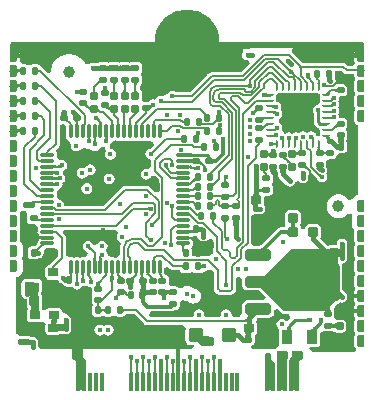
<source format=gtl>
G04*
G04 #@! TF.GenerationSoftware,Altium Limited,Altium Designer,24.9.1 (31)*
G04*
G04 Layer_Physical_Order=1*
G04 Layer_Color=3105233*
%FSLAX43Y43*%
%MOMM*%
G71*
G04*
G04 #@! TF.SameCoordinates,EB6F8884-3A13-42B7-98C6-1BA732C3788B*
G04*
G04*
G04 #@! TF.FilePolarity,Positive*
G04*
G01*
G75*
%ADD12C,0.250*%
%ADD13C,0.200*%
%ADD14C,0.150*%
G04:AMPARAMS|DCode=34|XSize=0.5mm|YSize=1mm|CornerRadius=0.125mm|HoleSize=0mm|Usage=FLASHONLY|Rotation=90.000|XOffset=0mm|YOffset=0mm|HoleType=Round|Shape=RoundedRectangle|*
%AMROUNDEDRECTD34*
21,1,0.500,0.750,0,0,90.0*
21,1,0.250,1.000,0,0,90.0*
1,1,0.250,0.375,0.125*
1,1,0.250,0.375,-0.125*
1,1,0.250,-0.375,-0.125*
1,1,0.250,-0.375,0.125*
%
%ADD34ROUNDEDRECTD34*%
G04:AMPARAMS|DCode=35|XSize=0.5mm|YSize=1mm|CornerRadius=0.125mm|HoleSize=0mm|Usage=FLASHONLY|Rotation=180.000|XOffset=0mm|YOffset=0mm|HoleType=Round|Shape=RoundedRectangle|*
%AMROUNDEDRECTD35*
21,1,0.500,0.750,0,0,180.0*
21,1,0.250,1.000,0,0,180.0*
1,1,0.250,-0.125,0.375*
1,1,0.250,0.125,0.375*
1,1,0.250,0.125,-0.375*
1,1,0.250,-0.125,-0.375*
%
%ADD35ROUNDEDRECTD35*%
%ADD59C,0.160*%
G04:AMPARAMS|DCode=60|XSize=0.5mm|YSize=0.6mm|CornerRadius=0.063mm|HoleSize=0mm|Usage=FLASHONLY|Rotation=270.000|XOffset=0mm|YOffset=0mm|HoleType=Round|Shape=RoundedRectangle|*
%AMROUNDEDRECTD60*
21,1,0.500,0.475,0,0,270.0*
21,1,0.375,0.600,0,0,270.0*
1,1,0.125,-0.238,-0.188*
1,1,0.125,-0.238,0.188*
1,1,0.125,0.238,0.188*
1,1,0.125,0.238,-0.188*
%
%ADD60ROUNDEDRECTD60*%
G04:AMPARAMS|DCode=61|XSize=0.5mm|YSize=0.6mm|CornerRadius=0.063mm|HoleSize=0mm|Usage=FLASHONLY|Rotation=0.000|XOffset=0mm|YOffset=0mm|HoleType=Round|Shape=RoundedRectangle|*
%AMROUNDEDRECTD61*
21,1,0.500,0.475,0,0,0.0*
21,1,0.375,0.600,0,0,0.0*
1,1,0.125,0.188,-0.238*
1,1,0.125,-0.188,-0.238*
1,1,0.125,-0.188,0.238*
1,1,0.125,0.188,0.238*
%
%ADD61ROUNDEDRECTD61*%
G04:AMPARAMS|DCode=62|XSize=0.8mm|YSize=0.75mm|CornerRadius=0.094mm|HoleSize=0mm|Usage=FLASHONLY|Rotation=0.000|XOffset=0mm|YOffset=0mm|HoleType=Round|Shape=RoundedRectangle|*
%AMROUNDEDRECTD62*
21,1,0.800,0.563,0,0,0.0*
21,1,0.613,0.750,0,0,0.0*
1,1,0.188,0.306,-0.281*
1,1,0.188,-0.306,-0.281*
1,1,0.188,-0.306,0.281*
1,1,0.188,0.306,0.281*
%
%ADD62ROUNDEDRECTD62*%
G04:AMPARAMS|DCode=63|XSize=0.9mm|YSize=0.7mm|CornerRadius=0.088mm|HoleSize=0mm|Usage=FLASHONLY|Rotation=0.000|XOffset=0mm|YOffset=0mm|HoleType=Round|Shape=RoundedRectangle|*
%AMROUNDEDRECTD63*
21,1,0.900,0.525,0,0,0.0*
21,1,0.725,0.700,0,0,0.0*
1,1,0.175,0.363,-0.263*
1,1,0.175,-0.363,-0.263*
1,1,0.175,-0.363,0.263*
1,1,0.175,0.363,0.263*
%
%ADD63ROUNDEDRECTD63*%
G04:AMPARAMS|DCode=64|XSize=3.25mm|YSize=2.15mm|CornerRadius=0.269mm|HoleSize=0mm|Usage=FLASHONLY|Rotation=270.000|XOffset=0mm|YOffset=0mm|HoleType=Round|Shape=RoundedRectangle|*
%AMROUNDEDRECTD64*
21,1,3.250,1.613,0,0,270.0*
21,1,2.713,2.150,0,0,270.0*
1,1,0.538,-0.806,-1.356*
1,1,0.538,-0.806,1.356*
1,1,0.538,0.806,1.356*
1,1,0.538,0.806,-1.356*
%
%ADD64ROUNDEDRECTD64*%
G04:AMPARAMS|DCode=65|XSize=0.95mm|YSize=2.15mm|CornerRadius=0.119mm|HoleSize=0mm|Usage=FLASHONLY|Rotation=270.000|XOffset=0mm|YOffset=0mm|HoleType=Round|Shape=RoundedRectangle|*
%AMROUNDEDRECTD65*
21,1,0.950,1.913,0,0,270.0*
21,1,0.713,2.150,0,0,270.0*
1,1,0.238,-0.956,-0.356*
1,1,0.238,-0.956,0.356*
1,1,0.238,0.956,0.356*
1,1,0.238,0.956,-0.356*
%
%ADD65ROUNDEDRECTD65*%
G04:AMPARAMS|DCode=66|XSize=0.6mm|YSize=0.6mm|CornerRadius=0.075mm|HoleSize=0mm|Usage=FLASHONLY|Rotation=270.000|XOffset=0mm|YOffset=0mm|HoleType=Round|Shape=RoundedRectangle|*
%AMROUNDEDRECTD66*
21,1,0.600,0.450,0,0,270.0*
21,1,0.450,0.600,0,0,270.0*
1,1,0.150,-0.225,-0.225*
1,1,0.150,-0.225,0.225*
1,1,0.150,0.225,0.225*
1,1,0.150,0.225,-0.225*
%
%ADD66ROUNDEDRECTD66*%
%ADD67R,0.350X1.500*%
G04:AMPARAMS|DCode=68|XSize=0.6mm|YSize=0.5mm|CornerRadius=0.063mm|HoleSize=0mm|Usage=FLASHONLY|Rotation=90.000|XOffset=0mm|YOffset=0mm|HoleType=Round|Shape=RoundedRectangle|*
%AMROUNDEDRECTD68*
21,1,0.600,0.375,0,0,90.0*
21,1,0.475,0.500,0,0,90.0*
1,1,0.125,0.188,0.238*
1,1,0.125,0.188,-0.238*
1,1,0.125,-0.188,-0.238*
1,1,0.125,-0.188,0.238*
%
%ADD68ROUNDEDRECTD68*%
G04:AMPARAMS|DCode=69|XSize=0.6mm|YSize=0.5mm|CornerRadius=0.063mm|HoleSize=0mm|Usage=FLASHONLY|Rotation=0.000|XOffset=0mm|YOffset=0mm|HoleType=Round|Shape=RoundedRectangle|*
%AMROUNDEDRECTD69*
21,1,0.600,0.375,0,0,0.0*
21,1,0.475,0.500,0,0,0.0*
1,1,0.125,0.238,-0.188*
1,1,0.125,-0.238,-0.188*
1,1,0.125,-0.238,0.188*
1,1,0.125,0.238,0.188*
%
%ADD69ROUNDEDRECTD69*%
G04:AMPARAMS|DCode=70|XSize=0.8mm|YSize=0.75mm|CornerRadius=0.094mm|HoleSize=0mm|Usage=FLASHONLY|Rotation=90.000|XOffset=0mm|YOffset=0mm|HoleType=Round|Shape=RoundedRectangle|*
%AMROUNDEDRECTD70*
21,1,0.800,0.563,0,0,90.0*
21,1,0.613,0.750,0,0,90.0*
1,1,0.188,0.281,0.306*
1,1,0.188,0.281,-0.306*
1,1,0.188,-0.281,-0.306*
1,1,0.188,-0.281,0.306*
%
%ADD70ROUNDEDRECTD70*%
%ADD71O,0.300X1.200*%
%ADD72O,1.200X0.300*%
G04:AMPARAMS|DCode=73|XSize=1.2mm|YSize=1.2mm|CornerRadius=0.15mm|HoleSize=0mm|Usage=FLASHONLY|Rotation=180.000|XOffset=0mm|YOffset=0mm|HoleType=Round|Shape=RoundedRectangle|*
%AMROUNDEDRECTD73*
21,1,1.200,0.900,0,0,180.0*
21,1,0.900,1.200,0,0,180.0*
1,1,0.300,-0.450,0.450*
1,1,0.300,0.450,0.450*
1,1,0.300,0.450,-0.450*
1,1,0.300,-0.450,-0.450*
%
%ADD73ROUNDEDRECTD73*%
G04:AMPARAMS|DCode=74|XSize=0.9mm|YSize=0.8mm|CornerRadius=0.1mm|HoleSize=0mm|Usage=FLASHONLY|Rotation=0.000|XOffset=0mm|YOffset=0mm|HoleType=Round|Shape=RoundedRectangle|*
%AMROUNDEDRECTD74*
21,1,0.900,0.600,0,0,0.0*
21,1,0.700,0.800,0,0,0.0*
1,1,0.200,0.350,-0.300*
1,1,0.200,-0.350,-0.300*
1,1,0.200,-0.350,0.300*
1,1,0.200,0.350,0.300*
%
%ADD74ROUNDEDRECTD74*%
G04:AMPARAMS|DCode=75|XSize=0.9mm|YSize=1.2mm|CornerRadius=0.113mm|HoleSize=0mm|Usage=FLASHONLY|Rotation=0.000|XOffset=0mm|YOffset=0mm|HoleType=Round|Shape=RoundedRectangle|*
%AMROUNDEDRECTD75*
21,1,0.900,0.975,0,0,0.0*
21,1,0.675,1.200,0,0,0.0*
1,1,0.225,0.338,-0.488*
1,1,0.225,-0.338,-0.488*
1,1,0.225,-0.338,0.488*
1,1,0.225,0.338,0.488*
%
%ADD75ROUNDEDRECTD75*%
G04:AMPARAMS|DCode=76|XSize=2.1mm|YSize=2.1mm|CornerRadius=0.105mm|HoleSize=0mm|Usage=FLASHONLY|Rotation=90.000|XOffset=0mm|YOffset=0mm|HoleType=Round|Shape=RoundedRectangle|*
%AMROUNDEDRECTD76*
21,1,2.100,1.890,0,0,90.0*
21,1,1.890,2.100,0,0,90.0*
1,1,0.210,0.945,0.945*
1,1,0.210,0.945,-0.945*
1,1,0.210,-0.945,-0.945*
1,1,0.210,-0.945,0.945*
%
%ADD76ROUNDEDRECTD76*%
G04:AMPARAMS|DCode=77|XSize=0.6mm|YSize=0.25mm|CornerRadius=0.063mm|HoleSize=0mm|Usage=FLASHONLY|Rotation=180.000|XOffset=0mm|YOffset=0mm|HoleType=Round|Shape=RoundedRectangle|*
%AMROUNDEDRECTD77*
21,1,0.600,0.125,0,0,180.0*
21,1,0.475,0.250,0,0,180.0*
1,1,0.125,-0.238,0.063*
1,1,0.125,0.238,0.063*
1,1,0.125,0.238,-0.063*
1,1,0.125,-0.238,-0.063*
%
%ADD77ROUNDEDRECTD77*%
G04:AMPARAMS|DCode=78|XSize=0.6mm|YSize=0.25mm|CornerRadius=0.063mm|HoleSize=0mm|Usage=FLASHONLY|Rotation=270.000|XOffset=0mm|YOffset=0mm|HoleType=Round|Shape=RoundedRectangle|*
%AMROUNDEDRECTD78*
21,1,0.600,0.125,0,0,270.0*
21,1,0.475,0.250,0,0,270.0*
1,1,0.125,-0.063,-0.238*
1,1,0.125,-0.063,0.238*
1,1,0.125,0.063,0.238*
1,1,0.125,0.063,-0.238*
%
%ADD78ROUNDEDRECTD78*%
%ADD79C,0.400*%
%ADD80C,0.350*%
%ADD81C,0.300*%
%ADD82C,0.140*%
%ADD83C,0.130*%
%ADD84C,0.900*%
%ADD85C,0.600*%
%ADD86C,0.700*%
%AMCUSTOMSHAPE87*
4,1,6,0.000,0.500,0.000,-0.500,-0.500,-0.500,-0.600,-0.400,-0.600,0.400,-0.500,0.500,0.000,0.500,0.0*%
%ADD87CUSTOMSHAPE87*%

%ADD88C,1.000*%
%ADD89C,5.500*%
%AMCUSTOMSHAPE90*
4,1,6,0.000,-0.500,0.000,0.500,0.500,0.500,0.600,0.400,0.600,-0.400,0.500,-0.500,0.000,-0.500,0.0*%
%ADD90CUSTOMSHAPE90*%

%ADD91C,0.400*%
G36*
X14913Y-30D02*
X14970Y-87D01*
X15000Y-160D01*
Y-200D01*
Y-1200D01*
X14500D01*
X14431Y-1131D01*
Y-1367D01*
X14145D01*
Y-1567D01*
X14165Y-1665D01*
X14193Y-1765D01*
X14045Y-2050D01*
X13857Y-2069D01*
X13637D01*
X13434Y-1866D01*
X13327Y-1794D01*
X13200Y-1769D01*
X9762D01*
X9761Y-1769D01*
X9753Y-1767D01*
X9746Y-1765D01*
X9740Y-1763D01*
X9734Y-1760D01*
X9727Y-1756D01*
X9721Y-1752D01*
X9720Y-1751D01*
X8834Y-866D01*
X8904Y-558D01*
X8937Y-510D01*
X13685D01*
X13647Y-502D01*
X13600Y-500D01*
X6000D01*
Y-500D01*
X6000Y-500D01*
X5655Y-504D01*
X4967Y-564D01*
X4690Y-615D01*
X4714Y-660D01*
X4753Y-810D01*
X4676Y-924D01*
X4641Y-1100D01*
X4676Y-1276D01*
X4776Y-1424D01*
X4924Y-1524D01*
X5100Y-1559D01*
X5148D01*
X5273Y-1859D01*
X4563Y-2569D01*
X2100D01*
X2066Y-2575D01*
X1930Y-2296D01*
X1975Y-2258D01*
X1776Y-2059D01*
X2059Y-1776D01*
X2258Y-1975D01*
X2435Y-1769D01*
X2681Y-1366D01*
X2718Y-1276D01*
X2371Y-1457D01*
X1792Y-1833D01*
X1253Y-2265D01*
X1000Y-2500D01*
Y-500D01*
X-1000D01*
X-1000Y-2500D01*
X-1253Y-2265D01*
X-1792Y-1833D01*
X-2371Y-1457D01*
X-2718Y-1276D01*
X-2681Y-1366D01*
X-2435Y-1769D01*
X-2258Y-1975D01*
X-2059Y-1776D01*
X-1776Y-2059D01*
X-1975Y-2258D01*
X-1769Y-2435D01*
X-1366Y-2681D01*
X-930Y-2862D01*
X-471Y-2972D01*
X0Y-3009D01*
X471Y-2972D01*
X930Y-2862D01*
X1366Y-2681D01*
X1520Y-2587D01*
X1707Y-2824D01*
X263Y-4269D01*
X-986D01*
X-1124Y-4176D01*
X-1300Y-4141D01*
X-1476Y-4176D01*
X-1624Y-4276D01*
X-1724Y-4424D01*
X-2022Y-4575D01*
X-2036Y-4574D01*
X-2200Y-4541D01*
X-2376Y-4576D01*
X-2524Y-4676D01*
X-2724Y-4876D01*
X-2900Y-4841D01*
X-3076Y-4876D01*
X-3224Y-4976D01*
X-3303Y-5094D01*
X-3636D01*
X-3712Y-5031D01*
X-3816Y-4896D01*
X-3851Y-4811D01*
X-3844Y-4775D01*
Y-4325D01*
X-3869Y-4198D01*
X-3941Y-4091D01*
X-4043Y-4022D01*
Y-3682D01*
X-4041Y-3682D01*
X-3937Y-3613D01*
X-3868Y-3509D01*
X-3844Y-3387D01*
Y-3012D01*
X-3868Y-2891D01*
X-3937Y-2787D01*
Y-2613D01*
X-3868Y-2509D01*
X-3844Y-2388D01*
Y-2013D01*
X-3868Y-1891D01*
X-3937Y-1787D01*
X-4041Y-1718D01*
X-4162Y-1694D01*
X-4637D01*
X-4759Y-1718D01*
X-4774Y-1728D01*
X-4897Y-1736D01*
X-4915Y-1735D01*
X-4919Y-1732D01*
X-4921Y-1731D01*
X-4941Y-1718D01*
X-5062Y-1694D01*
X-5537D01*
X-5659Y-1718D01*
X-5674Y-1728D01*
X-5797Y-1736D01*
X-5815Y-1735D01*
X-5819Y-1732D01*
X-5821Y-1731D01*
X-5841Y-1718D01*
X-5963Y-1694D01*
X-6438D01*
X-6559Y-1718D01*
X-6574Y-1728D01*
X-6697Y-1736D01*
X-6715Y-1735D01*
X-6719Y-1732D01*
X-6721Y-1731D01*
X-6741Y-1718D01*
X-6863Y-1694D01*
X-7338D01*
X-7459Y-1718D01*
X-7494Y-1741D01*
X-8000D01*
X-8176Y-1776D01*
X-8313Y-1868D01*
X-8327Y-1875D01*
X-8654Y-1829D01*
X-8671Y-1789D01*
X-8835Y-1544D01*
X-9044Y-1335D01*
X-9289Y-1171D01*
X-9562Y-1058D01*
X-9852Y-1000D01*
X-10148D01*
X-10438Y-1058D01*
X-10711Y-1171D01*
X-10956Y-1335D01*
X-11165Y-1544D01*
X-11329Y-1789D01*
X-11442Y-2062D01*
X-11500Y-2352D01*
Y-2471D01*
X-11557Y-2518D01*
X-11800Y-2595D01*
X-12208Y-2188D01*
X-12323Y-2110D01*
X-12416Y-2092D01*
X-12418Y-2081D01*
X-12487Y-1977D01*
X-12591Y-1908D01*
X-12713Y-1884D01*
X-13088D01*
X-13209Y-1908D01*
X-13313Y-1977D01*
X-13487D01*
X-13591Y-1908D01*
X-13712Y-1884D01*
X-13948D01*
X-13970Y-1868D01*
X-14018Y-1818D01*
X-14143Y-1627D01*
X-14150Y-1594D01*
X-14145Y-1570D01*
Y-1370D01*
X-14431D01*
Y-1131D01*
X-14500Y-1200D01*
X-15000D01*
Y-241D01*
Y-193D01*
X-14963Y-104D01*
X-14896Y-37D01*
X-14807Y0D01*
X14840D01*
X14913Y-30D01*
D02*
G37*
G36*
X-4683Y-2000D02*
X-4679Y-2000D01*
X-4603Y-2000D01*
Y-2400D01*
X-4679Y-2400D01*
X-4683Y-2401D01*
Y-2433D01*
X-4690Y-2427D01*
X-4704Y-2421D01*
X-4726Y-2416D01*
X-4756Y-2412D01*
X-4801Y-2408D01*
X-4996Y-2421D01*
X-5010Y-2427D01*
X-5017Y-2433D01*
Y-2400D01*
X-5021Y-2400D01*
X-5097Y-2400D01*
Y-2000D01*
X-5021Y-2000D01*
X-5017Y-1999D01*
Y-1967D01*
X-5010Y-1973D01*
X-4996Y-1979D01*
X-4974Y-1984D01*
X-4944Y-1988D01*
X-4899Y-1992D01*
X-4704Y-1979D01*
X-4690Y-1973D01*
X-4683Y-1967D01*
Y-2000D01*
D02*
G37*
G36*
X-5583D02*
X-5579Y-2000D01*
X-5503Y-2000D01*
Y-2400D01*
X-5579Y-2400D01*
X-5583Y-2401D01*
Y-2433D01*
X-5590Y-2427D01*
X-5604Y-2421D01*
X-5626Y-2416D01*
X-5656Y-2412D01*
X-5701Y-2408D01*
X-5896Y-2421D01*
X-5910Y-2427D01*
X-5917Y-2433D01*
Y-2400D01*
X-5921Y-2400D01*
X-5997Y-2400D01*
Y-2000D01*
X-5921Y-2000D01*
X-5917Y-1999D01*
Y-1967D01*
X-5910Y-1973D01*
X-5896Y-1979D01*
X-5874Y-1984D01*
X-5844Y-1988D01*
X-5799Y-1992D01*
X-5604Y-1979D01*
X-5590Y-1973D01*
X-5583Y-1967D01*
Y-2000D01*
D02*
G37*
G36*
X-6483D02*
X-6479Y-2000D01*
X-6403Y-2000D01*
Y-2400D01*
X-6479Y-2400D01*
X-6483Y-2401D01*
Y-2433D01*
X-6490Y-2427D01*
X-6504Y-2421D01*
X-6526Y-2416D01*
X-6556Y-2412D01*
X-6601Y-2408D01*
X-6796Y-2421D01*
X-6810Y-2427D01*
X-6817Y-2433D01*
Y-2400D01*
X-6821Y-2400D01*
X-6897Y-2400D01*
Y-2000D01*
X-6821Y-2000D01*
X-6817Y-1999D01*
Y-1967D01*
X-6810Y-1973D01*
X-6796Y-1979D01*
X-6774Y-1984D01*
X-6744Y-1988D01*
X-6699Y-1992D01*
X-6504Y-1979D01*
X-6490Y-1973D01*
X-6483Y-1967D01*
Y-2000D01*
D02*
G37*
G36*
X9547Y-1939D02*
X9569Y-1957D01*
X9593Y-1973D01*
X9617Y-1987D01*
X9642Y-1998D01*
X9668Y-2008D01*
X9695Y-2015D01*
X9723Y-2021D01*
X9752Y-2024D01*
X9781Y-2025D01*
X9825Y-2175D01*
X9797Y-2177D01*
X9771Y-2181D01*
X9748Y-2188D01*
X9729Y-2199D01*
X9712Y-2213D01*
X9699Y-2229D01*
X9689Y-2249D01*
X9681Y-2271D01*
X9677Y-2296D01*
X9675Y-2325D01*
X9525Y-2281D01*
X9524Y-2252D01*
X9521Y-2223D01*
X9515Y-2195D01*
X9508Y-2168D01*
X9498Y-2142D01*
X9487Y-2117D01*
X9473Y-2093D01*
X9457Y-2069D01*
X9439Y-2047D01*
X9419Y-2025D01*
X9525Y-1919D01*
X9547Y-1939D01*
D02*
G37*
G36*
X-14149Y-2640D02*
X-14151Y-2621D01*
X-14157Y-2604D01*
X-14167Y-2589D01*
X-14181Y-2576D01*
X-14200Y-2565D01*
X-14222Y-2556D01*
X-14248Y-2549D01*
X-14277Y-2544D01*
X-14305Y-2549D01*
X-14331Y-2556D01*
X-14353Y-2565D01*
X-14371Y-2576D01*
X-14385Y-2589D01*
X-14395Y-2604D01*
X-14401Y-2621D01*
X-14403Y-2640D01*
Y-2240D01*
X-14401Y-2259D01*
X-14395Y-2276D01*
X-14385Y-2291D01*
X-14371Y-2304D01*
X-14353Y-2315D01*
X-14331Y-2324D01*
X-14305Y-2331D01*
X-14277Y-2336D01*
X-14248Y-2331D01*
X-14222Y-2324D01*
X-14200Y-2315D01*
X-14181Y-2304D01*
X-14167Y-2291D01*
X-14157Y-2276D01*
X-14151Y-2259D01*
X-14149Y-2240D01*
Y-2640D01*
D02*
G37*
G36*
X8651Y-2244D02*
X8666Y-2256D01*
X8681Y-2267D01*
X8696Y-2276D01*
X8712Y-2283D01*
X8729Y-2289D01*
X8745Y-2294D01*
X8762Y-2298D01*
X8780Y-2299D01*
X8798Y-2300D01*
X8600Y-2498D01*
X8599Y-2480D01*
X8598Y-2462D01*
X8594Y-2445D01*
X8589Y-2429D01*
X8583Y-2412D01*
X8576Y-2396D01*
X8567Y-2381D01*
X8556Y-2366D01*
X8544Y-2351D01*
X8531Y-2337D01*
X8637Y-2231D01*
X8651Y-2244D01*
D02*
G37*
G36*
X14406Y-2550D02*
X14405Y-2536D01*
X14400Y-2523D01*
X14393Y-2512D01*
X14382Y-2502D01*
X14368Y-2494D01*
X14351Y-2487D01*
X14331Y-2482D01*
X14308Y-2478D01*
X14282Y-2476D01*
X14253Y-2475D01*
Y-2325D01*
X14282Y-2324D01*
X14308Y-2322D01*
X14331Y-2318D01*
X14351Y-2313D01*
X14368Y-2306D01*
X14382Y-2298D01*
X14393Y-2288D01*
X14400Y-2277D01*
X14405Y-2264D01*
X14406Y-2250D01*
Y-2550D01*
D02*
G37*
G36*
X-12649Y-2269D02*
X-12644Y-2284D01*
X-12634Y-2297D01*
X-12621Y-2308D01*
X-12603Y-2318D01*
X-12582Y-2326D01*
X-12558Y-2332D01*
X-12529Y-2336D01*
X-12496Y-2339D01*
X-12460Y-2340D01*
Y-2540D01*
X-12496Y-2541D01*
X-12529Y-2544D01*
X-12558Y-2548D01*
X-12582Y-2554D01*
X-12603Y-2562D01*
X-12621Y-2572D01*
X-12634Y-2583D01*
X-12644Y-2596D01*
X-12649Y-2611D01*
X-12651Y-2628D01*
Y-2252D01*
X-12649Y-2269D01*
D02*
G37*
G36*
X9001Y-2520D02*
X9002Y-2538D01*
X9006Y-2555D01*
X9011Y-2571D01*
X9017Y-2588D01*
X9024Y-2604D01*
X9033Y-2619D01*
X9044Y-2634D01*
X9056Y-2649D01*
X9069Y-2663D01*
X8963Y-2769D01*
X8949Y-2756D01*
X8934Y-2744D01*
X8919Y-2733D01*
X8904Y-2724D01*
X8888Y-2717D01*
X8871Y-2711D01*
X8855Y-2706D01*
X8838Y-2702D01*
X8820Y-2701D01*
X8802Y-2700D01*
X9000Y-2502D01*
X9001Y-2520D01*
D02*
G37*
G36*
X10335Y-2949D02*
X10333Y-2956D01*
X10333Y-2964D01*
X10335Y-2974D01*
X10339Y-2984D01*
X10346Y-2996D01*
X10355Y-3008D01*
X10366Y-3022D01*
X10379Y-3037D01*
X10394Y-3053D01*
X10214Y-3156D01*
X10082Y-2961D01*
X10340Y-2943D01*
X10335Y-2949D01*
D02*
G37*
G36*
X-7338Y-3452D02*
X-7349Y-3449D01*
X-7362Y-3450D01*
X-7376Y-3453D01*
X-7393Y-3460D01*
X-7411Y-3470D01*
X-7430Y-3484D01*
X-7452Y-3500D01*
X-7500Y-3542D01*
X-7527Y-3568D01*
X-7543Y-3302D01*
X-7513Y-3270D01*
X-7462Y-3209D01*
X-7443Y-3179D01*
X-7426Y-3150D01*
X-7414Y-3122D01*
X-7405Y-3095D01*
X-7399Y-3069D01*
X-7397Y-3044D01*
X-7399Y-3019D01*
X-7338Y-3452D01*
D02*
G37*
G36*
X11230Y-3314D02*
X11238Y-3517D01*
X11022D01*
X11024Y-3514D01*
X11025Y-3508D01*
X11026Y-3497D01*
X11028Y-3465D01*
X11030Y-3314D01*
X11230Y-3314D01*
D02*
G37*
G36*
X9705Y-3382D02*
X9710Y-3452D01*
X9713Y-3469D01*
X9717Y-3484D01*
X9721Y-3497D01*
X9726Y-3506D01*
X9732Y-3513D01*
X9738Y-3517D01*
X9522D01*
X9528Y-3513D01*
X9534Y-3506D01*
X9539Y-3497D01*
X9543Y-3484D01*
X9547Y-3469D01*
X9550Y-3452D01*
X9552Y-3431D01*
X9555Y-3382D01*
X9555Y-3353D01*
X9705D01*
X9705Y-3382D01*
D02*
G37*
G36*
X9205D02*
X9210Y-3452D01*
X9213Y-3469D01*
X9217Y-3484D01*
X9221Y-3497D01*
X9226Y-3506D01*
X9232Y-3513D01*
X9238Y-3517D01*
X9022D01*
X9028Y-3513D01*
X9034Y-3506D01*
X9039Y-3497D01*
X9043Y-3484D01*
X9047Y-3469D01*
X9050Y-3452D01*
X9052Y-3431D01*
X9055Y-3382D01*
X9055Y-3353D01*
X9205D01*
X9205Y-3382D01*
D02*
G37*
G36*
X5381Y-3417D02*
X5382Y-3436D01*
X5385Y-3454D01*
X5390Y-3471D01*
X5395Y-3488D01*
X5402Y-3503D01*
X5409Y-3518D01*
X5418Y-3532D01*
X5429Y-3545D01*
X5440Y-3557D01*
X5160D01*
X5171Y-3545D01*
X5182Y-3532D01*
X5191Y-3518D01*
X5198Y-3503D01*
X5205Y-3488D01*
X5210Y-3471D01*
X5215Y-3454D01*
X5218Y-3436D01*
X5219Y-3417D01*
X5220Y-3397D01*
X5380D01*
X5381Y-3417D01*
D02*
G37*
G36*
X-14149Y-3910D02*
X-14151Y-3891D01*
X-14157Y-3874D01*
X-14167Y-3859D01*
X-14181Y-3846D01*
X-14200Y-3835D01*
X-14222Y-3826D01*
X-14248Y-3819D01*
X-14277Y-3814D01*
X-14305Y-3819D01*
X-14331Y-3826D01*
X-14353Y-3835D01*
X-14371Y-3846D01*
X-14385Y-3859D01*
X-14395Y-3874D01*
X-14401Y-3891D01*
X-14403Y-3910D01*
Y-3510D01*
X-14401Y-3529D01*
X-14395Y-3546D01*
X-14385Y-3561D01*
X-14371Y-3574D01*
X-14353Y-3585D01*
X-14331Y-3594D01*
X-14305Y-3601D01*
X-14277Y-3606D01*
X-14248Y-3601D01*
X-14222Y-3594D01*
X-14200Y-3585D01*
X-14181Y-3574D01*
X-14167Y-3561D01*
X-14157Y-3546D01*
X-14151Y-3529D01*
X-14149Y-3510D01*
Y-3910D01*
D02*
G37*
G36*
X7738Y-3517D02*
X7506Y-3629D01*
X7519Y-3621D01*
X7526Y-3609D01*
X7528Y-3595D01*
X7525Y-3578D01*
X7518Y-3558D01*
X7505Y-3536D01*
X7487Y-3510D01*
X7464Y-3482D01*
X7404Y-3417D01*
X7542Y-3328D01*
X7738Y-3517D01*
D02*
G37*
G36*
X8238Y-3517D02*
X8006Y-3629D01*
X8019Y-3621D01*
X8026Y-3609D01*
X8028Y-3595D01*
X8025Y-3578D01*
X8018Y-3558D01*
X8005Y-3536D01*
X7987Y-3510D01*
X7964Y-3482D01*
X7904Y-3417D01*
X8042Y-3328D01*
X8238Y-3517D01*
D02*
G37*
G36*
X-4219Y-3451D02*
X-4236Y-3457D01*
X-4251Y-3467D01*
X-4264Y-3481D01*
X-4275Y-3500D01*
X-4284Y-3522D01*
X-4291Y-3548D01*
X-4296Y-3579D01*
X-4299Y-3613D01*
X-4300Y-3652D01*
X-4500D01*
X-4501Y-3613D01*
X-4504Y-3579D01*
X-4509Y-3548D01*
X-4516Y-3522D01*
X-4525Y-3500D01*
X-4536Y-3481D01*
X-4549Y-3467D01*
X-4564Y-3457D01*
X-4581Y-3451D01*
X-4600Y-3449D01*
X-4200D01*
X-4219Y-3451D01*
D02*
G37*
G36*
X-5119D02*
X-5136Y-3457D01*
X-5151Y-3467D01*
X-5164Y-3481D01*
X-5175Y-3500D01*
X-5184Y-3522D01*
X-5191Y-3548D01*
X-5196Y-3579D01*
X-5199Y-3613D01*
X-5200Y-3652D01*
X-5400D01*
X-5401Y-3613D01*
X-5404Y-3579D01*
X-5409Y-3548D01*
X-5416Y-3522D01*
X-5425Y-3500D01*
X-5436Y-3481D01*
X-5449Y-3467D01*
X-5464Y-3457D01*
X-5481Y-3451D01*
X-5500Y-3449D01*
X-5100D01*
X-5119Y-3451D01*
D02*
G37*
G36*
X-6019D02*
X-6036Y-3457D01*
X-6051Y-3467D01*
X-6064Y-3481D01*
X-6075Y-3500D01*
X-6084Y-3522D01*
X-6091Y-3548D01*
X-6096Y-3579D01*
X-6099Y-3613D01*
X-6100Y-3652D01*
X-6300D01*
X-6301Y-3613D01*
X-6304Y-3579D01*
X-6309Y-3548D01*
X-6316Y-3522D01*
X-6325Y-3500D01*
X-6336Y-3481D01*
X-6349Y-3467D01*
X-6364Y-3457D01*
X-6381Y-3451D01*
X-6400Y-3449D01*
X-6000D01*
X-6019Y-3451D01*
D02*
G37*
G36*
X5157Y-3840D02*
X5145Y-3829D01*
X5132Y-3818D01*
X5118Y-3809D01*
X5103Y-3802D01*
X5088Y-3795D01*
X5071Y-3790D01*
X5054Y-3785D01*
X5036Y-3782D01*
X5017Y-3781D01*
X4997Y-3780D01*
Y-3620D01*
X5017Y-3619D01*
X5036Y-3618D01*
X5054Y-3615D01*
X5071Y-3610D01*
X5088Y-3605D01*
X5103Y-3598D01*
X5118Y-3591D01*
X5132Y-3582D01*
X5145Y-3571D01*
X5157Y-3560D01*
Y-3840D01*
D02*
G37*
G36*
X-12649Y-3529D02*
X-12643Y-3546D01*
X-12633Y-3561D01*
X-12619Y-3574D01*
X-12600Y-3585D01*
X-12578Y-3594D01*
X-12552Y-3601D01*
X-12521Y-3606D01*
X-12487Y-3609D01*
X-12448Y-3610D01*
Y-3810D01*
X-12487Y-3811D01*
X-12521Y-3814D01*
X-12552Y-3819D01*
X-12578Y-3826D01*
X-12600Y-3835D01*
X-12619Y-3846D01*
X-12633Y-3859D01*
X-12643Y-3874D01*
X-12649Y-3891D01*
X-12651Y-3910D01*
Y-3510D01*
X-12649Y-3529D01*
D02*
G37*
G36*
X-9095Y-4091D02*
X-9084Y-4094D01*
X-9067Y-4096D01*
X-9048Y-4098D01*
X-9007Y-4100D01*
Y-4300D01*
X-9028Y-4300D01*
X-9067Y-4304D01*
X-9084Y-4306D01*
X-9095Y-4309D01*
X-9095Y-4397D01*
X-9097Y-4379D01*
X-9103Y-4362D01*
X-9113Y-4348D01*
X-9127Y-4335D01*
X-9141Y-4327D01*
X-9149Y-4332D01*
X-9157Y-4340D01*
Y-4320D01*
X-9169Y-4316D01*
X-9195Y-4309D01*
X-9226Y-4304D01*
X-9261Y-4301D01*
X-9300Y-4300D01*
Y-4100D01*
X-9261Y-4099D01*
X-9226Y-4096D01*
X-9195Y-4091D01*
X-9169Y-4084D01*
X-9157Y-4080D01*
Y-4060D01*
X-9149Y-4068D01*
X-9141Y-4073D01*
X-9127Y-4065D01*
X-9113Y-4052D01*
X-9103Y-4038D01*
X-9097Y-4021D01*
X-9095Y-4003D01*
X-9095Y-4091D01*
D02*
G37*
G36*
X-6899Y-3888D02*
X-6896Y-3922D01*
X-6891Y-3953D01*
X-6884Y-3979D01*
X-6879Y-3993D01*
X-6860D01*
X-6868Y-4001D01*
X-6872Y-4007D01*
X-6865Y-4019D01*
X-6852Y-4033D01*
X-6837Y-4043D01*
X-6820Y-4049D01*
X-6802Y-4051D01*
X-6890D01*
X-6894Y-4066D01*
X-6896Y-4083D01*
X-6898Y-4102D01*
X-6900Y-4143D01*
X-7100Y-4143D01*
X-7100Y-4122D01*
X-7104Y-4083D01*
X-7106Y-4066D01*
X-7110Y-4051D01*
X-7198D01*
X-7180Y-4049D01*
X-7163Y-4043D01*
X-7148Y-4033D01*
X-7135Y-4019D01*
X-7128Y-4007D01*
X-7132Y-4001D01*
X-7140Y-3993D01*
X-7121D01*
X-7116Y-3979D01*
X-7109Y-3953D01*
X-7104Y-3922D01*
X-7101Y-3888D01*
X-7100Y-3850D01*
X-6900D01*
X-6899Y-3888D01*
D02*
G37*
G36*
X-4299Y-4090D02*
X-4296Y-4125D01*
X-4291Y-4155D01*
X-4284Y-4182D01*
X-4275Y-4204D01*
X-4264Y-4222D01*
X-4251Y-4236D01*
X-4236Y-4247D01*
X-4219Y-4253D01*
X-4200Y-4255D01*
X-4600D01*
X-4581Y-4253D01*
X-4564Y-4247D01*
X-4549Y-4236D01*
X-4536Y-4222D01*
X-4525Y-4204D01*
X-4516Y-4182D01*
X-4509Y-4155D01*
X-4504Y-4125D01*
X-4501Y-4090D01*
X-4500Y-4052D01*
X-4300D01*
X-4299Y-4090D01*
D02*
G37*
G36*
X-5199D02*
X-5196Y-4125D01*
X-5191Y-4155D01*
X-5184Y-4182D01*
X-5175Y-4204D01*
X-5164Y-4222D01*
X-5151Y-4236D01*
X-5136Y-4247D01*
X-5119Y-4253D01*
X-5100Y-4255D01*
X-5500D01*
X-5481Y-4253D01*
X-5464Y-4247D01*
X-5449Y-4236D01*
X-5436Y-4222D01*
X-5425Y-4204D01*
X-5416Y-4182D01*
X-5409Y-4155D01*
X-5404Y-4125D01*
X-5401Y-4090D01*
X-5400Y-4052D01*
X-5200D01*
X-5199Y-4090D01*
D02*
G37*
G36*
X-6099D02*
X-6096Y-4125D01*
X-6091Y-4155D01*
X-6084Y-4182D01*
X-6075Y-4204D01*
X-6064Y-4222D01*
X-6051Y-4236D01*
X-6036Y-4247D01*
X-6019Y-4253D01*
X-6000Y-4255D01*
X-6400D01*
X-6381Y-4253D01*
X-6364Y-4247D01*
X-6349Y-4236D01*
X-6336Y-4222D01*
X-6325Y-4204D01*
X-6316Y-4182D01*
X-6309Y-4155D01*
X-6304Y-4125D01*
X-6301Y-4090D01*
X-6300Y-4052D01*
X-6100D01*
X-6099Y-4090D01*
D02*
G37*
G36*
X-7799D02*
X-7796Y-4125D01*
X-7791Y-4155D01*
X-7784Y-4182D01*
X-7775Y-4204D01*
X-7764Y-4222D01*
X-7751Y-4236D01*
X-7736Y-4247D01*
X-7719Y-4253D01*
X-7700Y-4255D01*
X-8100D01*
X-8081Y-4253D01*
X-8064Y-4247D01*
X-8049Y-4236D01*
X-8036Y-4222D01*
X-8025Y-4204D01*
X-8016Y-4182D01*
X-8009Y-4155D01*
X-8004Y-4125D01*
X-8001Y-4090D01*
X-8000Y-4052D01*
X-7800D01*
X-7799Y-4090D01*
D02*
G37*
G36*
X12706Y-4299D02*
X12704Y-4280D01*
X12698Y-4263D01*
X12687Y-4248D01*
X12673Y-4236D01*
X12654Y-4225D01*
X12631Y-4216D01*
X12604Y-4209D01*
X12573Y-4204D01*
X12538Y-4201D01*
X12498Y-4200D01*
Y-4000D01*
X12538Y-3999D01*
X12573Y-3996D01*
X12604Y-3991D01*
X12631Y-3984D01*
X12654Y-3975D01*
X12673Y-3964D01*
X12687Y-3952D01*
X12698Y-3937D01*
X12704Y-3920D01*
X12706Y-3901D01*
Y-4299D01*
D02*
G37*
G36*
X12181Y-4191D02*
X12157Y-4216D01*
X12118Y-4262D01*
X12104Y-4283D01*
X12092Y-4304D01*
X12084Y-4323D01*
X12079Y-4341D01*
X12077Y-4358D01*
X12078Y-4373D01*
X12082Y-4388D01*
X11624Y-4326D01*
X11649Y-4328D01*
X11674Y-4326D01*
X11701Y-4320D01*
X11728Y-4311D01*
X11756Y-4298D01*
X11784Y-4282D01*
X11814Y-4262D01*
X11844Y-4239D01*
X11875Y-4212D01*
X11907Y-4182D01*
X12181Y-4191D01*
D02*
G37*
G36*
X10446Y-4332D02*
X10568Y-4356D01*
X10693D01*
X10814Y-4332D01*
X10880Y-4288D01*
X10946Y-4332D01*
X11198Y-4382D01*
X11224Y-4513D01*
X11248Y-4634D01*
X11292Y-4700D01*
X11248Y-4766D01*
X11224Y-4888D01*
Y-5013D01*
X11231Y-5046D01*
X11172Y-5157D01*
X11081Y-5284D01*
X11022Y-5336D01*
X10910Y-5358D01*
X10761Y-5458D01*
X10661Y-5606D01*
X10627Y-5782D01*
X10661Y-5958D01*
X10703Y-6020D01*
Y-6785D01*
X10732Y-6932D01*
X10815Y-7056D01*
X10980Y-7220D01*
X11104Y-7303D01*
X11142Y-7311D01*
X11239Y-7588D01*
X11185Y-7685D01*
X11168Y-7694D01*
X10917Y-7719D01*
X10837Y-7694D01*
X10824Y-7676D01*
X10676Y-7576D01*
X10500Y-7541D01*
X10324Y-7576D01*
X10176Y-7676D01*
X10124D01*
X9976Y-7576D01*
X9800Y-7541D01*
X9624Y-7576D01*
X9476Y-7676D01*
X9444Y-7722D01*
X9376Y-7676D01*
X9200Y-7641D01*
X9024Y-7676D01*
X8900Y-7759D01*
X8776Y-7676D01*
X8600Y-7641D01*
X8424Y-7676D01*
X8300Y-7759D01*
X8228Y-7711D01*
X8027Y-7479D01*
X8045Y-7368D01*
X8059Y-7300D01*
X8024Y-7124D01*
X7924Y-6976D01*
X7776Y-6876D01*
X7745Y-6700D01*
X7776Y-6524D01*
X7924Y-6424D01*
X8024Y-6276D01*
X8059Y-6100D01*
X8024Y-5924D01*
X7924Y-5776D01*
X7878Y-5744D01*
X7924Y-5676D01*
X7959Y-5500D01*
X7924Y-5324D01*
X7824Y-5176D01*
X7676Y-5076D01*
X7564Y-5054D01*
X7536Y-5013D01*
Y-4888D01*
X7512Y-4766D01*
X7468Y-4700D01*
X7512Y-4634D01*
X7536Y-4513D01*
X7562Y-4382D01*
X7693Y-4356D01*
X7814Y-4332D01*
X7880Y-4288D01*
X7946Y-4332D01*
X8068Y-4356D01*
X8193D01*
X8314Y-4332D01*
X8380Y-4288D01*
X8446Y-4332D01*
X8568Y-4356D01*
X8693D01*
X8814Y-4332D01*
X8880Y-4288D01*
X8946Y-4332D01*
X9068Y-4356D01*
X9193D01*
X9314Y-4332D01*
X9380Y-4288D01*
X9446Y-4332D01*
X9568Y-4356D01*
X9693D01*
X9814Y-4332D01*
X9880Y-4288D01*
X9946Y-4332D01*
X10068Y-4356D01*
X10193D01*
X10314Y-4332D01*
X10380Y-4288D01*
X10446Y-4332D01*
D02*
G37*
G36*
X6647Y-4313D02*
X6653Y-4315D01*
X6661Y-4318D01*
X6671Y-4320D01*
X6684Y-4321D01*
X6714Y-4324D01*
X6776Y-4325D01*
X6776Y-4575D01*
X6753Y-4575D01*
X6671Y-4580D01*
X6661Y-4582D01*
X6653Y-4585D01*
X6647Y-4587D01*
X6643Y-4590D01*
X6643Y-4310D01*
X6647Y-4313D01*
D02*
G37*
G36*
X-1144Y-4472D02*
X-1130Y-4483D01*
X-1116Y-4493D01*
X-1101Y-4502D01*
X-1085Y-4509D01*
X-1068Y-4515D01*
X-1051Y-4519D01*
X-1033Y-4522D01*
X-1014Y-4524D01*
X-995Y-4525D01*
Y-4675D01*
X-1014Y-4676D01*
X-1033Y-4678D01*
X-1051Y-4681D01*
X-1068Y-4685D01*
X-1085Y-4691D01*
X-1101Y-4698D01*
X-1116Y-4707D01*
X-1130Y-4717D01*
X-1144Y-4728D01*
X-1157Y-4740D01*
Y-4460D01*
X-1144Y-4472D01*
D02*
G37*
G36*
X-14149Y-5180D02*
X-14151Y-5161D01*
X-14157Y-5144D01*
X-14167Y-5129D01*
X-14181Y-5116D01*
X-14200Y-5105D01*
X-14222Y-5096D01*
X-14248Y-5089D01*
X-14277Y-5084D01*
X-14305Y-5089D01*
X-14331Y-5096D01*
X-14353Y-5105D01*
X-14371Y-5116D01*
X-14385Y-5129D01*
X-14395Y-5144D01*
X-14401Y-5161D01*
X-14403Y-5180D01*
Y-4780D01*
X-14401Y-4799D01*
X-14395Y-4816D01*
X-14385Y-4831D01*
X-14371Y-4844D01*
X-14353Y-4855D01*
X-14331Y-4864D01*
X-14305Y-4871D01*
X-14277Y-4876D01*
X-14248Y-4871D01*
X-14222Y-4864D01*
X-14200Y-4855D01*
X-14181Y-4844D01*
X-14167Y-4831D01*
X-14157Y-4816D01*
X-14151Y-4799D01*
X-14149Y-4780D01*
Y-5180D01*
D02*
G37*
G36*
X12398Y-4900D02*
X12380Y-4901D01*
X12362Y-4902D01*
X12345Y-4906D01*
X12329Y-4911D01*
X12312Y-4917D01*
X12296Y-4924D01*
X12281Y-4933D01*
X12266Y-4944D01*
X12251Y-4956D01*
X12237Y-4969D01*
X12131Y-4863D01*
X12144Y-4849D01*
X12156Y-4834D01*
X12167Y-4819D01*
X12176Y-4804D01*
X12183Y-4788D01*
X12189Y-4771D01*
X12194Y-4755D01*
X12198Y-4738D01*
X12199Y-4720D01*
X12200Y-4702D01*
X12398Y-4900D01*
D02*
G37*
G36*
X6697Y-5058D02*
X6693Y-5053D01*
X6686Y-5048D01*
X6677Y-5044D01*
X6664Y-5040D01*
X6648Y-5037D01*
X6630Y-5035D01*
X6583Y-5031D01*
X6525Y-5030D01*
Y-4870D01*
X6556Y-4870D01*
X6648Y-4863D01*
X6664Y-4860D01*
X6677Y-4856D01*
X6686Y-4852D01*
X6693Y-4847D01*
X6697Y-4842D01*
Y-5058D01*
D02*
G37*
G36*
X-12650Y-4857D02*
X-12646Y-4862D01*
X-12639Y-4866D01*
X-12630Y-4870D01*
X-12618Y-4873D01*
X-12604Y-4875D01*
X-12587Y-4877D01*
X-12545Y-4880D01*
X-12520Y-4880D01*
Y-5080D01*
X-12545Y-5080D01*
X-12604Y-5085D01*
X-12618Y-5087D01*
X-12630Y-5090D01*
X-12639Y-5094D01*
X-12646Y-5098D01*
X-12650Y-5103D01*
X-12651Y-5108D01*
Y-4852D01*
X-12650Y-4857D01*
D02*
G37*
G36*
X-2002Y-4964D02*
X-1995Y-4977D01*
X-1987Y-4988D01*
X-1977Y-4998D01*
X-1965Y-5006D01*
X-1952Y-5013D01*
X-1937Y-5018D01*
X-1920Y-5022D01*
X-1902Y-5024D01*
X-1882Y-5025D01*
X-1907Y-5175D01*
X-1942Y-5175D01*
X-2127Y-5187D01*
X-2138Y-5190D01*
X-2006Y-4950D01*
X-2002Y-4964D01*
D02*
G37*
G36*
X7391Y-5349D02*
X7450Y-5350D01*
Y-5550D01*
X7338Y-5555D01*
X7327Y-5600D01*
X7320Y-5590D01*
X7312Y-5582D01*
X7302Y-5574D01*
X7290Y-5568D01*
X7277Y-5562D01*
X7262Y-5558D01*
X7246Y-5555D01*
X7228Y-5552D01*
X7208Y-5551D01*
X7186Y-5550D01*
X7248Y-5350D01*
X7263Y-5350D01*
Y-5342D01*
X7265Y-5344D01*
X7272Y-5345D01*
X7281Y-5346D01*
X7303Y-5347D01*
X7342Y-5345D01*
X7356Y-5342D01*
X7368Y-5340D01*
X7379Y-5336D01*
X7389Y-5333D01*
X7397Y-5329D01*
X7391Y-5349D01*
D02*
G37*
G36*
X12345Y-5442D02*
X12339Y-5442D01*
X12333Y-5442D01*
X12326Y-5445D01*
X12318Y-5449D01*
X12310Y-5454D01*
X12300Y-5461D01*
X12290Y-5469D01*
X12266Y-5490D01*
X12253Y-5503D01*
X12200Y-5450D01*
Y-5525D01*
X12176Y-5525D01*
X12119Y-5530D01*
X12104Y-5533D01*
X12092Y-5537D01*
X12081Y-5541D01*
X12073Y-5546D01*
X12067Y-5552D01*
X12063Y-5558D01*
Y-5342D01*
X12067Y-5348D01*
X12073Y-5354D01*
X12081Y-5359D01*
X12092Y-5363D01*
X12104Y-5367D01*
X12119Y-5370D01*
X12136Y-5372D01*
X12168Y-5374D01*
X12189Y-5350D01*
X12196Y-5340D01*
X12201Y-5332D01*
X12205Y-5324D01*
X12208Y-5317D01*
X12208Y-5311D01*
X12208Y-5305D01*
X12345Y-5442D01*
D02*
G37*
G36*
X-3072Y-5330D02*
X-3057Y-5315D01*
X-3042Y-5360D01*
X-2902Y-5500D01*
X-2913Y-5501D01*
X-2925Y-5503D01*
X-2938Y-5507D01*
X-2950Y-5512D01*
X-2964Y-5519D01*
X-2977Y-5528D01*
X-2991Y-5538D01*
X-3006Y-5550D01*
X-3030Y-5572D01*
X-3053Y-5595D01*
X-3217Y-5782D01*
Y-5833D01*
X-3238Y-5839D01*
X-3248Y-5838D01*
X-3250Y-5828D01*
X-3241Y-5809D01*
X-3217Y-5782D01*
Y-5367D01*
X-3202Y-5372D01*
X-3186Y-5375D01*
X-3170Y-5376D01*
X-3155Y-5374D01*
X-3139Y-5370D01*
X-3122Y-5364D01*
X-3118Y-5361D01*
X-3112Y-5350D01*
X-3107Y-5338D01*
X-3103Y-5325D01*
X-3101Y-5313D01*
X-3100Y-5302D01*
X-3072Y-5330D01*
D02*
G37*
G36*
X-8510Y-5136D02*
X-8514Y-5156D01*
X-8512Y-5179D01*
X-8505Y-5203D01*
X-8493Y-5230D01*
X-8476Y-5260D01*
X-8454Y-5292D01*
X-8427Y-5326D01*
X-8357Y-5402D01*
X-8448Y-5593D01*
X-8492Y-5551D01*
X-8569Y-5485D01*
X-8602Y-5462D01*
X-8632Y-5444D01*
X-8658Y-5433D01*
X-8682Y-5428D01*
X-8701Y-5428D01*
X-8718Y-5436D01*
X-8731Y-5449D01*
X-8501Y-5119D01*
X-8510Y-5136D01*
D02*
G37*
G36*
X-6707Y-5403D02*
X-6708Y-5412D01*
X-6706Y-5423D01*
X-6700Y-5437D01*
X-6690Y-5454D01*
X-6675Y-5474D01*
X-6657Y-5496D01*
X-6609Y-5549D01*
X-6571Y-5545D01*
X-6551Y-5542D01*
X-6534Y-5537D01*
X-6520Y-5531D01*
X-6509Y-5525D01*
X-6502Y-5517D01*
X-6497Y-5508D01*
X-6495Y-5498D01*
Y-5802D01*
X-6497Y-5792D01*
X-6502Y-5783D01*
X-6509Y-5775D01*
X-6520Y-5769D01*
X-6534Y-5763D01*
X-6551Y-5758D01*
X-6571Y-5755D01*
X-6594Y-5752D01*
X-6650Y-5750D01*
Y-5627D01*
X-6748Y-5693D01*
X-6780Y-5662D01*
X-6883Y-5574D01*
X-6902Y-5561D01*
X-6919Y-5552D01*
X-6933Y-5547D01*
X-6944Y-5546D01*
X-6953Y-5549D01*
X-6701Y-5397D01*
X-6707Y-5403D01*
D02*
G37*
G36*
X6031Y-5849D02*
X6018Y-5836D01*
X6001Y-5828D01*
X5982Y-5828D01*
X5958Y-5833D01*
X5932Y-5844D01*
X5902Y-5862D01*
X5869Y-5885D01*
X5835Y-5912D01*
X5828Y-5923D01*
X5819Y-5936D01*
X5812Y-5950D01*
X5807Y-5962D01*
X5803Y-5975D01*
X5801Y-5987D01*
X5800Y-5998D01*
X5773Y-5971D01*
X5748Y-5993D01*
X5705Y-5903D01*
X5602Y-5800D01*
X5613Y-5799D01*
X5625Y-5797D01*
X5638Y-5793D01*
X5650Y-5788D01*
X5664Y-5781D01*
X5677Y-5772D01*
X5691Y-5762D01*
X5703Y-5753D01*
X5754Y-5692D01*
X5776Y-5660D01*
X5793Y-5630D01*
X5805Y-5603D01*
X5812Y-5579D01*
X5814Y-5556D01*
X5810Y-5537D01*
X5801Y-5519D01*
X6031Y-5849D01*
D02*
G37*
G36*
X-7606Y-5440D02*
X-7601Y-5469D01*
X-7591Y-5500D01*
X-7577Y-5532D01*
X-7557Y-5567D01*
X-7533Y-5603D01*
X-7504Y-5642D01*
X-7432Y-5725D01*
X-7390Y-5769D01*
X-7471Y-5971D01*
X-7502Y-5941D01*
X-7530Y-5917D01*
X-7555Y-5899D01*
X-7577Y-5886D01*
X-7596Y-5880D01*
X-7612Y-5880D01*
X-7625Y-5885D01*
X-7635Y-5897D01*
X-7641Y-5914D01*
X-7645Y-5937D01*
X-7607Y-5414D01*
X-7606Y-5440D01*
D02*
G37*
G36*
X-3361Y-5850D02*
X-3369Y-5855D01*
X-3376Y-5862D01*
X-3383Y-5873D01*
X-3388Y-5887D01*
X-3392Y-5903D01*
X-3396Y-5923D01*
X-3398Y-5946D01*
X-3400Y-6000D01*
X-3600D01*
X-3600Y-5971D01*
X-3604Y-5923D01*
X-3608Y-5903D01*
X-3612Y-5887D01*
X-3617Y-5873D01*
X-3624Y-5862D01*
X-3631Y-5855D01*
X-3639Y-5850D01*
X-3648Y-5849D01*
X-3352D01*
X-3361Y-5850D01*
D02*
G37*
G36*
X12067Y-5848D02*
X12074Y-5854D01*
X12083Y-5859D01*
X12096Y-5863D01*
X12111Y-5867D01*
X12129Y-5870D01*
X12149Y-5872D01*
X12198Y-5875D01*
X12227Y-5875D01*
X12227Y-6025D01*
X12198Y-6025D01*
X12129Y-6030D01*
X12111Y-6033D01*
X12096Y-6037D01*
X12083Y-6041D01*
X12074Y-6046D01*
X12067Y-6052D01*
X12063Y-6058D01*
Y-5842D01*
X12067Y-5848D01*
D02*
G37*
G36*
X7265Y-5844D02*
X7272Y-5845D01*
X7281Y-5846D01*
X7311Y-5848D01*
X7450Y-5850D01*
Y-6050D01*
X7263Y-6058D01*
Y-5842D01*
X7265Y-5844D01*
D02*
G37*
G36*
X11223Y-5929D02*
X11220Y-5935D01*
X11218Y-5943D01*
X11216Y-5953D01*
X11214Y-5966D01*
X11212Y-5996D01*
X11210Y-6058D01*
X10960D01*
X10960Y-6035D01*
X10955Y-5953D01*
X10953Y-5943D01*
X10951Y-5935D01*
X10948Y-5929D01*
X10945Y-5925D01*
X11225D01*
X11223Y-5929D01*
D02*
G37*
G36*
X-4258Y-5947D02*
X-4267Y-5951D01*
X-4275Y-5959D01*
X-4281Y-5970D01*
X-4287Y-5984D01*
X-4292Y-6001D01*
X-4295Y-6021D01*
X-4298Y-6044D01*
X-4300Y-6100D01*
X-4500D01*
X-4501Y-6071D01*
X-4505Y-6021D01*
X-4508Y-6001D01*
X-4513Y-5984D01*
X-4519Y-5970D01*
X-4525Y-5959D01*
X-4533Y-5951D01*
X-4542Y-5947D01*
X-4552Y-5945D01*
X-4248D01*
X-4258Y-5947D01*
D02*
G37*
G36*
X-14149Y-6450D02*
X-14151Y-6431D01*
X-14157Y-6414D01*
X-14167Y-6399D01*
X-14181Y-6386D01*
X-14200Y-6375D01*
X-14222Y-6366D01*
X-14248Y-6359D01*
X-14277Y-6354D01*
X-14305Y-6359D01*
X-14331Y-6366D01*
X-14353Y-6375D01*
X-14371Y-6386D01*
X-14385Y-6399D01*
X-14395Y-6414D01*
X-14401Y-6431D01*
X-14403Y-6450D01*
Y-6050D01*
X-14401Y-6069D01*
X-14395Y-6086D01*
X-14385Y-6101D01*
X-14371Y-6114D01*
X-14353Y-6125D01*
X-14331Y-6134D01*
X-14305Y-6141D01*
X-14277Y-6146D01*
X-14248Y-6141D01*
X-14222Y-6134D01*
X-14200Y-6125D01*
X-14181Y-6114D01*
X-14167Y-6101D01*
X-14157Y-6086D01*
X-14151Y-6069D01*
X-14149Y-6050D01*
Y-6450D01*
D02*
G37*
G36*
X-5150Y-5945D02*
X-5169Y-5947D01*
X-5186Y-5953D01*
X-5201Y-5963D01*
X-5214Y-5977D01*
X-5225Y-5995D01*
X-5234Y-6018D01*
X-5241Y-6044D01*
X-5246Y-6075D01*
X-5249Y-6110D01*
X-5250Y-6148D01*
X-5450D01*
X-5451Y-6109D01*
X-5454Y-6074D01*
X-5459Y-6043D01*
X-5466Y-6016D01*
X-5475Y-5993D01*
X-5486Y-5974D01*
X-5499Y-5960D01*
X-5514Y-5949D01*
X-5531Y-5943D01*
X-5549Y-5940D01*
X-5150Y-5945D01*
D02*
G37*
G36*
X-6019Y-5947D02*
X-6036Y-5953D01*
X-6051Y-5964D01*
X-6064Y-5978D01*
X-6075Y-5996D01*
X-6084Y-6018D01*
X-6091Y-6045D01*
X-6096Y-6075D01*
X-6099Y-6110D01*
X-6100Y-6148D01*
X-6300D01*
X-6301Y-6110D01*
X-6304Y-6075D01*
X-6309Y-6045D01*
X-6316Y-6018D01*
X-6325Y-5996D01*
X-6336Y-5978D01*
X-6349Y-5964D01*
X-6364Y-5953D01*
X-6381Y-5947D01*
X-6400Y-5945D01*
X-6000D01*
X-6019Y-5947D01*
D02*
G37*
G36*
X-10250Y-5949D02*
X-10238Y-6092D01*
X-10233Y-6115D01*
X-10227Y-6132D01*
X-10220Y-6145D01*
X-10212Y-6153D01*
X-10203Y-6155D01*
X-10697D01*
X-10688Y-6153D01*
X-10680Y-6145D01*
X-10673Y-6132D01*
X-10667Y-6115D01*
X-10662Y-6092D01*
X-10657Y-6064D01*
X-10652Y-5992D01*
X-10650Y-5900D01*
X-10250D01*
X-10250Y-5949D01*
D02*
G37*
G36*
X-9455Y-5862D02*
X-9096Y-6181D01*
X-9067Y-6167D01*
X-9061Y-6188D01*
X-9068Y-6196D01*
X-9087Y-6190D01*
X-9096Y-6181D01*
X-9649Y-6444D01*
X-9625Y-6428D01*
X-9611Y-6406D01*
X-9606Y-6380D01*
X-9611Y-6347D01*
X-9626Y-6310D01*
X-9650Y-6267D01*
X-9683Y-6218D01*
X-9727Y-6165D01*
X-9841Y-6041D01*
X-9559Y-5759D01*
X-9455Y-5862D01*
D02*
G37*
G36*
X2781Y-5969D02*
X2783Y-5997D01*
X2787Y-6021D01*
X2793Y-6043D01*
X2793Y-6043D01*
X2840D01*
X2829Y-6055D01*
X2818Y-6068D01*
X2812Y-6078D01*
X2819Y-6087D01*
X2831Y-6095D01*
X2845Y-6100D01*
X2860Y-6101D01*
X2800D01*
X2795Y-6112D01*
X2790Y-6129D01*
X2785Y-6146D01*
X2782Y-6164D01*
X2781Y-6183D01*
X2780Y-6203D01*
X2620D01*
X2619Y-6183D01*
X2618Y-6164D01*
X2615Y-6146D01*
X2610Y-6129D01*
X2605Y-6112D01*
X2600Y-6101D01*
X2540D01*
X2555Y-6100D01*
X2569Y-6095D01*
X2581Y-6087D01*
X2588Y-6078D01*
X2582Y-6068D01*
X2571Y-6055D01*
X2560Y-6043D01*
X2607D01*
X2607Y-6043D01*
X2613Y-6021D01*
X2617Y-5997D01*
X2619Y-5969D01*
X2620Y-5938D01*
X2780D01*
X2781Y-5969D01*
D02*
G37*
G36*
X1527Y-6020D02*
X1580Y-6064D01*
X1603Y-6081D01*
X1625Y-6094D01*
X1646Y-6103D01*
X1664Y-6108D01*
X1681Y-6109D01*
X1697Y-6107D01*
X1710Y-6101D01*
X1451Y-6260D01*
X1462Y-6251D01*
X1467Y-6239D01*
X1468Y-6225D01*
X1465Y-6208D01*
X1456Y-6188D01*
X1443Y-6166D01*
X1426Y-6141D01*
X1403Y-6114D01*
X1345Y-6051D01*
X1498Y-5992D01*
X1527Y-6020D01*
D02*
G37*
G36*
X6697Y-6558D02*
X6694Y-6557D01*
X6688Y-6555D01*
X6677Y-6554D01*
X6645Y-6552D01*
X6563Y-6551D01*
X6560Y-6551D01*
X6522Y-6554D01*
X6490Y-6559D01*
X6462Y-6566D01*
X6439Y-6575D01*
X6422Y-6586D01*
X6409Y-6599D01*
X6400Y-6614D01*
X6397Y-6631D01*
X6399Y-6650D01*
X6338Y-6348D01*
X6340Y-6348D01*
X6347Y-6349D01*
X6500Y-6350D01*
X6697Y-6342D01*
Y-6558D01*
D02*
G37*
G36*
X12338Y-6540D02*
X12327Y-6537D01*
X12314Y-6535D01*
X12279Y-6530D01*
X12233Y-6527D01*
X12182Y-6526D01*
X12129Y-6530D01*
X12111Y-6533D01*
X12096Y-6537D01*
X12083Y-6541D01*
X12074Y-6546D01*
X12067Y-6552D01*
X12063Y-6558D01*
Y-6342D01*
X12067Y-6348D01*
X12074Y-6354D01*
X12083Y-6359D01*
X12096Y-6363D01*
X12111Y-6367D01*
X12129Y-6370D01*
X12130Y-6370D01*
X12137Y-6368D01*
X12152Y-6363D01*
X12165Y-6356D01*
X12177Y-6348D01*
X12187Y-6338D01*
X12195Y-6327D01*
X12202Y-6314D01*
X12206Y-6300D01*
X12338Y-6540D01*
D02*
G37*
G36*
X-12649Y-6070D02*
X-12643Y-6087D01*
X-12633Y-6102D01*
X-12619Y-6115D01*
X-12601Y-6125D01*
X-12579Y-6134D01*
X-12553Y-6141D01*
X-12522Y-6146D01*
X-12488Y-6149D01*
X-12450Y-6150D01*
Y-6350D01*
X-12488Y-6351D01*
X-12522Y-6354D01*
X-12553Y-6359D01*
X-12579Y-6366D01*
X-12601Y-6375D01*
X-12619Y-6385D01*
X-12633Y-6398D01*
X-12643Y-6413D01*
X-12649Y-6430D01*
X-12651Y-6448D01*
Y-6052D01*
X-12649Y-6070D01*
D02*
G37*
G36*
X-7499Y-6413D02*
X-7497Y-6425D01*
X-7493Y-6438D01*
X-7488Y-6450D01*
X-7481Y-6464D01*
X-7472Y-6477D01*
X-7462Y-6491D01*
X-7450Y-6506D01*
X-7422Y-6537D01*
X-7563Y-6678D01*
X-7579Y-6663D01*
X-7609Y-6638D01*
X-7623Y-6628D01*
X-7636Y-6619D01*
X-7650Y-6612D01*
X-7662Y-6607D01*
X-7675Y-6603D01*
X-7687Y-6601D01*
X-7698Y-6600D01*
X-7500Y-6402D01*
X-7499Y-6413D01*
D02*
G37*
G36*
X2624Y-6699D02*
X2614Y-6688D01*
X2602Y-6682D01*
X2586Y-6681D01*
X2568Y-6685D01*
X2547Y-6694D01*
X2523Y-6708D01*
X2496Y-6727D01*
X2466Y-6751D01*
X2398Y-6815D01*
X2335Y-6652D01*
X2365Y-6621D01*
X2412Y-6565D01*
X2430Y-6539D01*
X2443Y-6516D01*
X2453Y-6494D01*
X2459Y-6474D01*
X2460Y-6456D01*
X2458Y-6440D01*
X2451Y-6426D01*
X2624Y-6699D01*
D02*
G37*
G36*
X-10162Y-6384D02*
X-10168Y-6403D01*
X-10167Y-6424D01*
X-10161Y-6448D01*
X-10150Y-6474D01*
X-10132Y-6504D01*
X-10109Y-6537D01*
X-10081Y-6572D01*
X-10007Y-6652D01*
X-10148Y-6793D01*
X-10189Y-6753D01*
X-10263Y-6691D01*
X-10296Y-6668D01*
X-10326Y-6650D01*
X-10352Y-6639D01*
X-10376Y-6633D01*
X-10398Y-6633D01*
X-10416Y-6638D01*
X-10431Y-6649D01*
X-10151Y-6369D01*
X-10162Y-6384D01*
D02*
G37*
G36*
X-249Y-6948D02*
X-250Y-6934D01*
X-255Y-6922D01*
X-262Y-6911D01*
X-273Y-6901D01*
X-287Y-6893D01*
X-303Y-6887D01*
X-323Y-6882D01*
X-346Y-6878D01*
X-371Y-6876D01*
X-400Y-6875D01*
Y-6725D01*
X-371Y-6724D01*
X-346Y-6722D01*
X-323Y-6718D01*
X-303Y-6713D01*
X-287Y-6707D01*
X-273Y-6699D01*
X-262Y-6689D01*
X-255Y-6678D01*
X-250Y-6666D01*
X-249Y-6652D01*
Y-6948D01*
D02*
G37*
G36*
X-3664Y-6870D02*
X-3691Y-6899D01*
X-3731Y-6947D01*
X-3744Y-6967D01*
X-3752Y-6985D01*
X-3756Y-7000D01*
X-3754Y-7012D01*
X-3748Y-7022D01*
X-3737Y-7029D01*
X-3722Y-7033D01*
X-3956Y-6994D01*
X-3938Y-6968D01*
X-3826Y-6822D01*
X-3811Y-6806D01*
X-3797Y-6791D01*
X-3664Y-6870D01*
D02*
G37*
G36*
X-4750Y-6828D02*
X-4740Y-6951D01*
X-4736Y-6975D01*
X-4731Y-6996D01*
X-4725Y-7014D01*
X-4719Y-7030D01*
X-4712Y-7043D01*
X-4988D01*
X-4981Y-7030D01*
X-4975Y-7014D01*
X-4969Y-6996D01*
X-4964Y-6975D01*
X-4960Y-6951D01*
X-4953Y-6895D01*
X-4950Y-6828D01*
X-4950Y-6790D01*
X-4750D01*
X-4750Y-6828D01*
D02*
G37*
G36*
X-2774Y-6848D02*
X-2772Y-6872D01*
X-2769Y-6895D01*
X-2765Y-6918D01*
X-2759Y-6940D01*
X-2752Y-6962D01*
X-2744Y-6983D01*
X-2734Y-7004D01*
X-2724Y-7023D01*
X-2712Y-7043D01*
X-2988D01*
X-2976Y-7023D01*
X-2966Y-7004D01*
X-2956Y-6983D01*
X-2948Y-6962D01*
X-2941Y-6940D01*
X-2935Y-6918D01*
X-2931Y-6895D01*
X-2928Y-6872D01*
X-2926Y-6848D01*
X-2925Y-6823D01*
X-2775D01*
X-2774Y-6848D01*
D02*
G37*
G36*
X-5250Y-6828D02*
X-5240Y-6951D01*
X-5236Y-6975D01*
X-5231Y-6996D01*
X-5225Y-7014D01*
X-5219Y-7030D01*
X-5212Y-7043D01*
X-5488D01*
X-5481Y-7030D01*
X-5475Y-7014D01*
X-5469Y-6996D01*
X-5464Y-6975D01*
X-5460Y-6951D01*
X-5453Y-6895D01*
X-5450Y-6828D01*
X-5450Y-6790D01*
X-5250D01*
X-5250Y-6828D01*
D02*
G37*
G36*
X-5750D02*
X-5740Y-6951D01*
X-5736Y-6975D01*
X-5731Y-6996D01*
X-5725Y-7014D01*
X-5719Y-7030D01*
X-5712Y-7043D01*
X-5988D01*
X-5981Y-7030D01*
X-5975Y-7014D01*
X-5969Y-6996D01*
X-5964Y-6975D01*
X-5960Y-6951D01*
X-5953Y-6895D01*
X-5950Y-6828D01*
X-5950Y-6790D01*
X-5750D01*
X-5750Y-6828D01*
D02*
G37*
G36*
X-6250D02*
X-6240Y-6951D01*
X-6236Y-6975D01*
X-6231Y-6996D01*
X-6225Y-7014D01*
X-6219Y-7030D01*
X-6212Y-7043D01*
X-6488D01*
X-6481Y-7030D01*
X-6475Y-7014D01*
X-6469Y-6996D01*
X-6464Y-6975D01*
X-6460Y-6951D01*
X-6453Y-6895D01*
X-6450Y-6828D01*
X-6450Y-6790D01*
X-6250D01*
X-6250Y-6828D01*
D02*
G37*
G36*
X-7250D02*
X-7240Y-6951D01*
X-7236Y-6975D01*
X-7231Y-6996D01*
X-7225Y-7014D01*
X-7219Y-7030D01*
X-7212Y-7043D01*
X-7488D01*
X-7481Y-7030D01*
X-7475Y-7014D01*
X-7469Y-6996D01*
X-7464Y-6975D01*
X-7460Y-6951D01*
X-7453Y-6895D01*
X-7450Y-6828D01*
X-7450Y-6790D01*
X-7250D01*
X-7250Y-6828D01*
D02*
G37*
G36*
X-9216Y-6553D02*
X-9223Y-6572D01*
X-9230Y-6598D01*
X-9235Y-6630D01*
X-9237Y-6649D01*
X-9150D01*
X-9169Y-6651D01*
X-9186Y-6657D01*
X-9201Y-6667D01*
X-9214Y-6681D01*
X-9225Y-6700D01*
X-9234Y-6722D01*
X-9241Y-6748D01*
X-9245Y-6775D01*
X-9248Y-6850D01*
X-9240Y-6951D01*
X-9236Y-6975D01*
X-9231Y-6996D01*
X-9225Y-7014D01*
X-9219Y-7030D01*
X-9212Y-7043D01*
X-9488D01*
X-9481Y-7030D01*
X-9475Y-7014D01*
X-9469Y-6996D01*
X-9464Y-6975D01*
X-9460Y-6951D01*
X-9453Y-6895D01*
X-9452Y-6870D01*
X-9461Y-6741D01*
X-9466Y-6722D01*
X-9475Y-6700D01*
X-9486Y-6681D01*
X-9499Y-6667D01*
X-9514Y-6657D01*
X-9531Y-6651D01*
X-9550Y-6649D01*
X-9467D01*
X-9470Y-6598D01*
X-9477Y-6572D01*
X-9484Y-6553D01*
X-9492Y-6541D01*
X-9208D01*
X-9216Y-6553D01*
D02*
G37*
G36*
X-8629Y-6971D02*
X-8712Y-7057D01*
X-8907Y-6962D01*
X-8905Y-6960D01*
X-8900Y-6956D01*
X-8870Y-6928D01*
X-8771Y-6829D01*
X-8629Y-6971D01*
D02*
G37*
G36*
X6835Y-7074D02*
X6826Y-7063D01*
X6815Y-7057D01*
X6800Y-7056D01*
X6783Y-7060D01*
X6764Y-7068D01*
X6742Y-7081D01*
X6717Y-7098D01*
X6690Y-7121D01*
X6627Y-7179D01*
X6572Y-7022D01*
X6589Y-7005D01*
X6633Y-6952D01*
X6646Y-6934D01*
X6669Y-6898D01*
X6680Y-6879D01*
X6697Y-6842D01*
X6835Y-7074D01*
D02*
G37*
G36*
X1250Y-6805D02*
X1254Y-6819D01*
X1262Y-6831D01*
X1273Y-6841D01*
X1287Y-6850D01*
X1305Y-6857D01*
X1327Y-6863D01*
X1352Y-6867D01*
X1380Y-6869D01*
X1412Y-6870D01*
Y-7030D01*
X1382Y-7031D01*
X1330Y-7035D01*
X1308Y-7038D01*
X1289Y-7043D01*
X1272Y-7049D01*
X1258Y-7056D01*
X1247Y-7064D01*
X1239Y-7073D01*
X1233Y-7083D01*
X1249Y-6790D01*
X1250Y-6805D01*
D02*
G37*
G36*
X6561Y-7245D02*
X6531Y-7276D01*
X6459Y-7360D01*
X6442Y-7385D01*
X6427Y-7409D01*
X6416Y-7431D01*
X6408Y-7451D01*
X6403Y-7470D01*
X6402Y-7488D01*
X6391Y-7095D01*
X6393Y-7114D01*
X6397Y-7128D01*
X6403Y-7138D01*
X6411Y-7144D01*
X6422Y-7145D01*
X6435Y-7142D01*
X6450Y-7135D01*
X6467Y-7123D01*
X6486Y-7107D01*
X6508Y-7086D01*
X6561Y-7245D01*
D02*
G37*
G36*
X12762Y-7152D02*
X12751Y-7149D01*
X12738Y-7150D01*
X12724Y-7153D01*
X12707Y-7160D01*
X12689Y-7170D01*
X12670Y-7184D01*
X12648Y-7200D01*
X12600Y-7242D01*
X12573Y-7268D01*
X12557Y-7002D01*
X12587Y-6970D01*
X12638Y-6909D01*
X12657Y-6879D01*
X12674Y-6850D01*
X12686Y-6822D01*
X12695Y-6795D01*
X12701Y-6769D01*
X12703Y-6744D01*
X12701Y-6719D01*
X12762Y-7152D01*
D02*
G37*
G36*
X2816Y-7070D02*
X2818Y-7098D01*
X2822Y-7123D01*
X2828Y-7144D01*
X2835Y-7162D01*
X2844Y-7177D01*
X2875D01*
X2864Y-7189D01*
X2860Y-7194D01*
X2866Y-7197D01*
X2879Y-7202D01*
X2894Y-7204D01*
X2853Y-7204D01*
X2845Y-7216D01*
X2837Y-7231D01*
X2830Y-7247D01*
X2825Y-7263D01*
X2821Y-7280D01*
X2818Y-7299D01*
X2816Y-7318D01*
X2815Y-7338D01*
X2655D01*
X2655Y-7318D01*
X2653Y-7299D01*
X2650Y-7280D01*
X2646Y-7263D01*
X2640Y-7247D01*
X2634Y-7231D01*
X2626Y-7216D01*
X2617Y-7202D01*
X2616Y-7202D01*
X2575Y-7201D01*
X2590Y-7200D01*
X2604Y-7195D01*
X2609Y-7192D01*
X2607Y-7189D01*
X2595Y-7177D01*
X2625D01*
X2626Y-7175D01*
X2635Y-7161D01*
X2642Y-7143D01*
X2648Y-7122D01*
X2652Y-7097D01*
X2654Y-7069D01*
X2655Y-7038D01*
X2815D01*
X2816Y-7070D01*
D02*
G37*
G36*
X-14149Y-7720D02*
X-14151Y-7701D01*
X-14157Y-7684D01*
X-14167Y-7669D01*
X-14181Y-7656D01*
X-14200Y-7645D01*
X-14222Y-7636D01*
X-14248Y-7629D01*
X-14277Y-7624D01*
X-14305Y-7629D01*
X-14331Y-7636D01*
X-14353Y-7645D01*
X-14371Y-7656D01*
X-14385Y-7669D01*
X-14395Y-7684D01*
X-14401Y-7701D01*
X-14403Y-7720D01*
Y-7320D01*
X-14401Y-7339D01*
X-14395Y-7356D01*
X-14385Y-7371D01*
X-14371Y-7384D01*
X-14353Y-7395D01*
X-14331Y-7404D01*
X-14305Y-7411D01*
X-14277Y-7416D01*
X-14248Y-7411D01*
X-14222Y-7404D01*
X-14200Y-7395D01*
X-14181Y-7384D01*
X-14167Y-7371D01*
X-14157Y-7356D01*
X-14151Y-7339D01*
X-14149Y-7320D01*
Y-7720D01*
D02*
G37*
G36*
X1451Y-7450D02*
X1451Y-7436D01*
X1447Y-7423D01*
X1440Y-7412D01*
X1429Y-7402D01*
X1416Y-7394D01*
X1399Y-7387D01*
X1378Y-7382D01*
X1355Y-7378D01*
X1328Y-7376D01*
X1298Y-7375D01*
X1314Y-7225D01*
X1467Y-7217D01*
X1451Y-7450D01*
D02*
G37*
G36*
X12065Y-7344D02*
X12072Y-7345D01*
X12081Y-7346D01*
X12111Y-7348D01*
X12250Y-7350D01*
Y-7550D01*
X12063Y-7558D01*
Y-7342D01*
X12065Y-7344D01*
D02*
G37*
G36*
X7265Y-7344D02*
X7272Y-7345D01*
X7281Y-7346D01*
X7311Y-7348D01*
X7450Y-7350D01*
Y-7550D01*
X7263Y-7558D01*
Y-7342D01*
X7265Y-7344D01*
D02*
G37*
G36*
X-2202Y-7414D02*
X-2197Y-7427D01*
X-2189Y-7438D01*
X-2179Y-7448D01*
X-2165Y-7456D01*
X-2148Y-7463D01*
X-2128Y-7468D01*
X-2105Y-7472D01*
X-2079Y-7474D01*
X-2050Y-7475D01*
Y-7625D01*
X-2079Y-7626D01*
X-2105Y-7628D01*
X-2128Y-7632D01*
X-2148Y-7637D01*
X-2165Y-7644D01*
X-2179Y-7652D01*
X-2189Y-7662D01*
X-2197Y-7673D01*
X-2202Y-7686D01*
X-2203Y-7700D01*
Y-7400D01*
X-2202Y-7414D01*
D02*
G37*
G36*
X980Y-7743D02*
X980Y-7797D01*
X976Y-7862D01*
X1017D01*
X1010Y-7869D01*
X1003Y-7876D01*
X998Y-7886D01*
X993Y-7897D01*
X989Y-7910D01*
X986Y-7925D01*
X983Y-7941D01*
X981Y-7959D01*
X980Y-8000D01*
X820D01*
X820Y-7979D01*
X817Y-7941D01*
X814Y-7925D01*
X814Y-7923D01*
X740Y-7901D01*
X755Y-7904D01*
X769Y-7902D01*
X781Y-7896D01*
X791Y-7886D01*
X797Y-7877D01*
X797Y-7876D01*
X790Y-7869D01*
X783Y-7862D01*
X804D01*
X807Y-7854D01*
X813Y-7831D01*
X817Y-7804D01*
X819Y-7773D01*
X820Y-7738D01*
X980Y-7743D01*
D02*
G37*
G36*
X-12737Y-7821D02*
X-12750Y-7826D01*
X-12762Y-7835D01*
X-12772Y-7848D01*
X-12780Y-7864D01*
X-12788Y-7884D01*
X-12793Y-7908D01*
X-12797Y-7935D01*
X-12799Y-7966D01*
X-12800Y-8000D01*
X-13000D01*
X-13001Y-7966D01*
X-13003Y-7935D01*
X-13007Y-7908D01*
X-13013Y-7884D01*
X-13020Y-7864D01*
X-13028Y-7848D01*
X-13038Y-7835D01*
X-13050Y-7826D01*
X-13063Y-7821D01*
X-13078Y-7819D01*
X-12722D01*
X-12737Y-7821D01*
D02*
G37*
G36*
X7339Y-7848D02*
X7450Y-7850D01*
Y-8050D01*
X7392Y-8053D01*
X7397Y-8071D01*
X7389Y-8067D01*
X7379Y-8064D01*
X7369Y-8060D01*
X7356Y-8058D01*
X7342Y-8055D01*
X7337Y-8055D01*
X7263Y-8058D01*
Y-8050D01*
X7248Y-8050D01*
X7186Y-7850D01*
X7208Y-7850D01*
X7246Y-7846D01*
X7262Y-7842D01*
X7277Y-7838D01*
X7290Y-7832D01*
X7302Y-7826D01*
X7312Y-7818D01*
X7320Y-7810D01*
X7327Y-7800D01*
X7339Y-7848D01*
D02*
G37*
G36*
X9235Y-8266D02*
X9281Y-8283D01*
X9271Y-8288D01*
X9263Y-8295D01*
X9255Y-8304D01*
X9248Y-8315D01*
X9243Y-8328D01*
X9238Y-8342D01*
X9235Y-8358D01*
X9232Y-8376D01*
X9231Y-8396D01*
X9230Y-8418D01*
X9030Y-8325D01*
X9030Y-8317D01*
X9022D01*
X9024Y-8315D01*
X9025Y-8310D01*
X9026Y-8302D01*
X9027Y-8292D01*
X9028Y-8274D01*
X9023Y-8198D01*
X9021Y-8191D01*
X9019Y-8185D01*
X9030Y-8189D01*
X9030Y-8170D01*
X9230D01*
X9235Y-8266D01*
D02*
G37*
G36*
X-7734Y-8070D02*
X-7745Y-8076D01*
X-7754Y-8086D01*
X-7763Y-8099D01*
X-7769Y-8117D01*
X-7775Y-8138D01*
X-7779Y-8164D01*
X-7782Y-8193D01*
X-7785Y-8263D01*
X-7915D01*
X-7916Y-8226D01*
X-7921Y-8164D01*
X-7925Y-8138D01*
X-7931Y-8117D01*
X-7937Y-8099D01*
X-7946Y-8086D01*
X-7955Y-8076D01*
X-7966Y-8070D01*
X-7977Y-8068D01*
X-7723D01*
X-7734Y-8070D01*
D02*
G37*
G36*
X-8234D02*
X-8245Y-8076D01*
X-8254Y-8086D01*
X-8263Y-8099D01*
X-8269Y-8117D01*
X-8275Y-8138D01*
X-8277Y-8149D01*
X-8273Y-8162D01*
X-8266Y-8179D01*
X-8258Y-8195D01*
X-8248Y-8211D01*
X-8237Y-8227D01*
X-8224Y-8242D01*
X-8210Y-8257D01*
X-8285D01*
X-8285Y-8263D01*
X-8415D01*
X-8415Y-8257D01*
X-8490D01*
X-8476Y-8242D01*
X-8463Y-8227D01*
X-8452Y-8211D01*
X-8442Y-8195D01*
X-8434Y-8179D01*
X-8427Y-8162D01*
X-8423Y-8149D01*
X-8425Y-8138D01*
X-8431Y-8117D01*
X-8437Y-8099D01*
X-8446Y-8086D01*
X-8455Y-8076D01*
X-8466Y-8070D01*
X-8477Y-8068D01*
X-8223D01*
X-8234Y-8070D01*
D02*
G37*
G36*
X12064Y-8058D02*
X12064Y-8059D01*
X12066Y-8060D01*
X12073Y-8066D01*
X12088Y-8082D01*
X11995Y-8170D01*
X12125D01*
X12125Y-8183D01*
X12128Y-8208D01*
X12130Y-8219D01*
X12132Y-8229D01*
X12135Y-8239D01*
X12139Y-8248D01*
X12143Y-8257D01*
X12148Y-8265D01*
X12153Y-8272D01*
X11847D01*
X11852Y-8265D01*
X11857Y-8257D01*
X11861Y-8248D01*
X11865Y-8239D01*
X11868Y-8229D01*
X11870Y-8219D01*
X11870Y-8219D01*
X11721Y-8074D01*
X12063Y-8058D01*
X12064Y-8058D01*
D02*
G37*
G36*
X-6719Y-8070D02*
X-6725Y-8086D01*
X-6731Y-8104D01*
X-6736Y-8125D01*
X-6740Y-8149D01*
X-6744Y-8182D01*
X-6744Y-8184D01*
X-6740Y-8200D01*
X-6736Y-8214D01*
X-6730Y-8227D01*
X-6724Y-8239D01*
X-6718Y-8249D01*
X-6710Y-8257D01*
X-6749D01*
X-6750Y-8272D01*
X-6750Y-8310D01*
X-6950D01*
X-6950Y-8272D01*
X-6952Y-8257D01*
X-6990D01*
X-6982Y-8249D01*
X-6976Y-8239D01*
X-6970Y-8227D01*
X-6964Y-8214D01*
X-6960Y-8200D01*
X-6957Y-8186D01*
X-6960Y-8149D01*
X-6964Y-8125D01*
X-6969Y-8104D01*
X-6975Y-8086D01*
X-6981Y-8070D01*
X-6988Y-8057D01*
X-6712D01*
X-6719Y-8070D01*
D02*
G37*
G36*
X10709Y-8130D02*
X10730D01*
X10738Y-8317D01*
X10533D01*
X10530Y-8318D01*
X10530Y-8317D01*
X10522D01*
X10524Y-8315D01*
X10525Y-8308D01*
X10526Y-8299D01*
X10528Y-8275D01*
X10526Y-8259D01*
X10523Y-8243D01*
X10519Y-8231D01*
X10514Y-8220D01*
X10509Y-8211D01*
X10502Y-8205D01*
X10495Y-8201D01*
X10487Y-8200D01*
X10530Y-8167D01*
X10530Y-8130D01*
X10578D01*
X10696Y-8040D01*
X10709Y-8130D01*
D02*
G37*
G36*
X-549Y-8340D02*
X-550Y-8327D01*
X-554Y-8315D01*
X-562Y-8304D01*
X-572Y-8295D01*
X-585Y-8288D01*
X-600Y-8281D01*
X-619Y-8276D01*
X-640Y-8273D01*
X-665Y-8271D01*
X-692Y-8270D01*
Y-8130D01*
X-665Y-8129D01*
X-640Y-8127D01*
X-619Y-8124D01*
X-600Y-8119D01*
X-585Y-8112D01*
X-572Y-8105D01*
X-562Y-8096D01*
X-554Y-8085D01*
X-550Y-8073D01*
X-549Y-8060D01*
Y-8340D01*
D02*
G37*
G36*
X8734Y-8224D02*
X8760Y-8220D01*
X8754Y-8229D01*
X8749Y-8239D01*
X8745Y-8250D01*
X8741Y-8264D01*
X8738Y-8278D01*
X8737Y-8283D01*
X8738Y-8317D01*
X8733D01*
X8731Y-8330D01*
X8730Y-8350D01*
X8730Y-8372D01*
X8530Y-8407D01*
X8530Y-8386D01*
X8526Y-8348D01*
X8523Y-8331D01*
X8518Y-8315D01*
X8513Y-8302D01*
X8507Y-8290D01*
X8500Y-8279D01*
X8492Y-8270D01*
X8483Y-8262D01*
X8528Y-8255D01*
X8530Y-8130D01*
X8730D01*
X8734Y-8224D01*
D02*
G37*
G36*
X8230Y-8372D02*
X8030Y-8418D01*
X8030Y-8396D01*
X8026Y-8359D01*
X8023Y-8344D01*
X8019Y-8331D01*
X8014Y-8320D01*
X8009Y-8311D01*
X8002Y-8305D01*
X7995Y-8301D01*
X7987Y-8300D01*
X8196Y-8140D01*
X8230Y-8372D01*
D02*
G37*
G36*
X-7784Y-8309D02*
X-7782Y-8327D01*
X-7778Y-8345D01*
X-7773Y-8362D01*
X-7766Y-8379D01*
X-7758Y-8395D01*
X-7748Y-8411D01*
X-7737Y-8427D01*
X-7724Y-8442D01*
X-7710Y-8457D01*
X-7990D01*
X-7976Y-8442D01*
X-7963Y-8427D01*
X-7952Y-8411D01*
X-7942Y-8395D01*
X-7934Y-8379D01*
X-7927Y-8362D01*
X-7922Y-8345D01*
X-7918Y-8327D01*
X-7916Y-8309D01*
X-7915Y-8291D01*
X-7785D01*
X-7784Y-8309D01*
D02*
G37*
G36*
X7506Y-8750D02*
X7505Y-8736D01*
X7500Y-8723D01*
X7492Y-8712D01*
X7482Y-8702D01*
X7468Y-8694D01*
X7451Y-8687D01*
X7431Y-8682D01*
X7408Y-8678D01*
X7384Y-8676D01*
X7367Y-8678D01*
X7349Y-8681D01*
X7332Y-8685D01*
X7315Y-8691D01*
X7299Y-8698D01*
X7284Y-8707D01*
X7270Y-8717D01*
X7256Y-8728D01*
X7243Y-8740D01*
Y-8460D01*
X7256Y-8472D01*
X7270Y-8483D01*
X7284Y-8493D01*
X7299Y-8502D01*
X7315Y-8509D01*
X7332Y-8515D01*
X7349Y-8519D01*
X7367Y-8522D01*
X7384Y-8524D01*
X7408Y-8522D01*
X7431Y-8518D01*
X7451Y-8513D01*
X7468Y-8506D01*
X7482Y-8498D01*
X7492Y-8488D01*
X7500Y-8477D01*
X7505Y-8464D01*
X7506Y-8450D01*
Y-8750D01*
D02*
G37*
G36*
X13267Y-8143D02*
X13253Y-8161D01*
X13241Y-8185D01*
X13230Y-8217D01*
X13221Y-8255D01*
X13213Y-8300D01*
X13208Y-8347D01*
X13221Y-8546D01*
X13227Y-8560D01*
X13233Y-8567D01*
X12767D01*
X12773Y-8560D01*
X12779Y-8546D01*
X12784Y-8524D01*
X12788Y-8494D01*
X12795Y-8413D01*
X12787Y-8300D01*
X12779Y-8255D01*
X12770Y-8216D01*
X12759Y-8185D01*
X12747Y-8161D01*
X12733Y-8143D01*
X12717Y-8133D01*
X13283D01*
X13267Y-8143D01*
D02*
G37*
G36*
X2488Y-8470D02*
X2486Y-8481D01*
X2484Y-8514D01*
X2483Y-8550D01*
X2485Y-8576D01*
X2487Y-8585D01*
X2489Y-8592D01*
X2492Y-8597D01*
X2495Y-8600D01*
X2498Y-8601D01*
X2481D01*
X2480Y-8620D01*
X2480Y-8693D01*
X2320Y-8719D01*
X2319Y-8698D01*
X2317Y-8680D01*
X2314Y-8663D01*
X2309Y-8647D01*
X2303Y-8634D01*
X2295Y-8622D01*
X2286Y-8613D01*
X2275Y-8604D01*
X2263Y-8598D01*
X2250Y-8594D01*
X2318Y-8557D01*
X2319Y-8536D01*
X2320Y-8500D01*
X2421D01*
X2490Y-8462D01*
X2488Y-8470D01*
D02*
G37*
G36*
X1151Y-9050D02*
X1150Y-9036D01*
X1145Y-9023D01*
X1137Y-9012D01*
X1127Y-9002D01*
X1113Y-8994D01*
X1096Y-8987D01*
X1076Y-8982D01*
X1053Y-8978D01*
X1027Y-8976D01*
X998Y-8975D01*
Y-8825D01*
X1027Y-8824D01*
X1053Y-8822D01*
X1076Y-8818D01*
X1096Y-8813D01*
X1113Y-8806D01*
X1127Y-8798D01*
X1137Y-8788D01*
X1145Y-8777D01*
X1150Y-8764D01*
X1151Y-8750D01*
Y-9050D01*
D02*
G37*
G36*
X11237Y-8886D02*
X11235Y-8892D01*
X11234Y-8903D01*
X11232Y-8936D01*
X11231Y-8991D01*
X11234Y-9022D01*
X11239Y-9053D01*
X11246Y-9080D01*
X11255Y-9102D01*
X11266Y-9120D01*
X11279Y-9134D01*
X11294Y-9144D01*
X11311Y-9150D01*
X11330Y-9151D01*
X10931Y-9164D01*
X10950Y-9162D01*
X10967Y-9155D01*
X10982Y-9144D01*
X10994Y-9128D01*
X11005Y-9109D01*
X11014Y-9085D01*
X11021Y-9057D01*
X11026Y-9025D01*
X11027Y-9012D01*
X11022Y-8883D01*
X11238D01*
X11237Y-8886D01*
D02*
G37*
G36*
X9737D02*
X9735Y-8892D01*
X9734Y-8903D01*
X9732Y-8936D01*
X9731Y-8990D01*
X9734Y-9022D01*
X9739Y-9053D01*
X9746Y-9080D01*
X9755Y-9102D01*
X9766Y-9120D01*
X9779Y-9134D01*
X9794Y-9144D01*
X9811Y-9150D01*
X9830Y-9151D01*
X9431Y-9164D01*
X9450Y-9162D01*
X9467Y-9155D01*
X9482Y-9144D01*
X9494Y-9128D01*
X9505Y-9109D01*
X9514Y-9085D01*
X9521Y-9057D01*
X9526Y-9025D01*
X9527Y-9012D01*
X9522Y-8883D01*
X9738D01*
X9737Y-8886D01*
D02*
G37*
G36*
X11806Y-9599D02*
X11804Y-9580D01*
X11798Y-9563D01*
X11787Y-9548D01*
X11773Y-9536D01*
X11754Y-9525D01*
X11731Y-9516D01*
X11704Y-9509D01*
X11673Y-9504D01*
X11650Y-9502D01*
X11627Y-9504D01*
X11596Y-9509D01*
X11569Y-9516D01*
X11546Y-9525D01*
X11527Y-9536D01*
X11513Y-9548D01*
X11502Y-9563D01*
X11496Y-9580D01*
X11494Y-9599D01*
Y-9201D01*
X11496Y-9220D01*
X11502Y-9237D01*
X11513Y-9252D01*
X11527Y-9264D01*
X11546Y-9275D01*
X11569Y-9284D01*
X11596Y-9291D01*
X11627Y-9296D01*
X11650Y-9298D01*
X11673Y-9296D01*
X11704Y-9291D01*
X11731Y-9284D01*
X11754Y-9275D01*
X11773Y-9264D01*
X11787Y-9252D01*
X11798Y-9237D01*
X11804Y-9220D01*
X11806Y-9201D01*
Y-9599D01*
D02*
G37*
G36*
X9417Y-9633D02*
X9409Y-9617D01*
X9397Y-9603D01*
X9383Y-9591D01*
X9365Y-9580D01*
X9345Y-9571D01*
X9322Y-9563D01*
X9299Y-9558D01*
X9295Y-9559D01*
X9268Y-9566D01*
X9246Y-9575D01*
X9228Y-9586D01*
X9214Y-9599D01*
X9203Y-9614D01*
X9197Y-9631D01*
X9195Y-9650D01*
Y-9250D01*
X9197Y-9269D01*
X9203Y-9286D01*
X9214Y-9301D01*
X9228Y-9314D01*
X9246Y-9325D01*
X9268Y-9334D01*
X9295Y-9341D01*
X9299Y-9342D01*
X9303Y-9341D01*
X9330Y-9334D01*
X9352Y-9325D01*
X9371Y-9314D01*
X9385Y-9301D01*
X9394Y-9286D01*
X9400Y-9269D01*
X9401Y-9250D01*
X9417Y-9633D01*
D02*
G37*
G36*
X7017Y-9500D02*
X7020Y-9499D01*
X7039Y-9498D01*
X7058Y-9495D01*
X7077Y-9491D01*
X7095Y-9485D01*
X7113Y-9479D01*
X7130Y-9471D01*
X7147Y-9462D01*
X7163Y-9452D01*
X7179Y-9441D01*
Y-9760D01*
X7163Y-9748D01*
X7147Y-9738D01*
X7130Y-9729D01*
X7113Y-9721D01*
X7095Y-9715D01*
X7077Y-9710D01*
X7058Y-9705D01*
X7039Y-9702D01*
X7020Y-9701D01*
X7017Y-9701D01*
Y-9776D01*
X7023Y-9783D01*
X7041Y-9809D01*
X7050Y-9828D01*
X7049Y-9838D01*
X7038Y-9839D01*
X7017Y-9833D01*
Y-9776D01*
X6995Y-9748D01*
X6910Y-9654D01*
X6786Y-9527D01*
X6921Y-9379D01*
X6933Y-9391D01*
X6945Y-9399D01*
X6956Y-9405D01*
X6967Y-9408D01*
X6977Y-9408D01*
X6986Y-9406D01*
X6995Y-9400D01*
X7003Y-9392D01*
X7010Y-9381D01*
X7017Y-9367D01*
Y-9500D01*
D02*
G37*
G36*
X-2833Y-9332D02*
X-2846Y-9346D01*
X-2858Y-9361D01*
X-2868Y-9376D01*
X-2876Y-9391D01*
X-2884Y-9408D01*
X-2890Y-9424D01*
X-2894Y-9442D01*
X-2898Y-9460D01*
X-2900Y-9479D01*
X-2900Y-9498D01*
X-3098Y-9300D01*
X-3079Y-9300D01*
X-3060Y-9298D01*
X-3042Y-9294D01*
X-3024Y-9290D01*
X-3008Y-9284D01*
X-2991Y-9276D01*
X-2976Y-9268D01*
X-2961Y-9258D01*
X-2946Y-9246D01*
X-2932Y-9233D01*
X-2833Y-9332D01*
D02*
G37*
G36*
X164Y-9414D02*
X175Y-9416D01*
X190Y-9418D01*
X235Y-9422D01*
X427Y-9425D01*
Y-9675D01*
X157Y-9688D01*
Y-9412D01*
X164Y-9414D01*
D02*
G37*
G36*
X456Y-10299D02*
X454Y-10275D01*
X447Y-10254D01*
X434Y-10236D01*
X416Y-10220D01*
X393Y-10206D01*
X365Y-10195D01*
X331Y-10186D01*
X301Y-10181D01*
X157Y-10188D01*
Y-9912D01*
X164Y-9914D01*
X175Y-9916D01*
X190Y-9918D01*
X235Y-9922D01*
X273Y-9922D01*
X359Y-9916D01*
X388Y-9911D01*
X412Y-9904D01*
X433Y-9897D01*
X449Y-9888D01*
X460Y-9878D01*
X467Y-9867D01*
X456Y-10299D01*
D02*
G37*
G36*
X8383Y-9680D02*
X8374Y-9694D01*
X8372Y-9713D01*
X8376Y-9735D01*
X8386Y-9760D01*
X8403Y-9790D01*
X8427Y-9823D01*
X8457Y-9860D01*
X8537Y-9945D01*
X8302Y-9993D01*
X8265Y-9958D01*
X8197Y-9901D01*
X8166Y-9879D01*
X8137Y-9863D01*
X8109Y-9851D01*
X8084Y-9843D01*
X8060Y-9840D01*
X8039Y-9842D01*
X8019Y-9849D01*
X8399Y-9669D01*
X8383Y-9680D01*
D02*
G37*
G36*
X-1225Y-10121D02*
X-1221Y-10158D01*
X-1218Y-10174D01*
X-1215Y-10188D01*
X-1210Y-10201D01*
X-1205Y-10213D01*
X-1198Y-10222D01*
X-1191Y-10231D01*
X-1183Y-10238D01*
X-1417D01*
X-1409Y-10231D01*
X-1402Y-10222D01*
X-1395Y-10213D01*
X-1390Y-10201D01*
X-1385Y-10188D01*
X-1382Y-10174D01*
X-1379Y-10158D01*
X-1377Y-10140D01*
X-1375Y-10121D01*
X-1375Y-10100D01*
X-1225D01*
X-1225Y-10121D01*
D02*
G37*
G36*
X2142Y-9883D02*
X2155Y-9897D01*
X2171Y-9909D01*
X2192Y-9920D01*
X2217Y-9929D01*
X2246Y-9937D01*
X2278Y-9942D01*
X2315Y-9947D01*
X2400Y-9950D01*
Y-10250D01*
X2355Y-10251D01*
X2278Y-10257D01*
X2246Y-10263D01*
X2217Y-10271D01*
X2192Y-10280D01*
X2171Y-10291D01*
X2155Y-10303D01*
X2142Y-10317D01*
X2133Y-10333D01*
Y-9867D01*
X2142Y-9883D01*
D02*
G37*
G36*
X1054Y-9933D02*
X1060Y-9956D01*
X1071Y-9982D01*
X1086Y-10009D01*
X1105Y-10039D01*
X1128Y-10071D01*
X1188Y-10142D01*
X1264Y-10223D01*
X1192Y-10433D01*
X1168Y-10411D01*
X1146Y-10392D01*
X1124Y-10377D01*
X1103Y-10364D01*
X1082Y-10354D01*
X1062Y-10348D01*
X1042Y-10344D01*
X1024Y-10344D01*
X1005Y-10346D01*
X988Y-10352D01*
X1052Y-9913D01*
X1054Y-9933D01*
D02*
G37*
G36*
X8738Y-10146D02*
X8806Y-10203D01*
X8838Y-10224D01*
X8867Y-10241D01*
X8894Y-10253D01*
X8920Y-10260D01*
X8943Y-10263D01*
X8965Y-10261D01*
X8984Y-10255D01*
X8605Y-10434D01*
X8620Y-10424D01*
X8629Y-10409D01*
X8632Y-10391D01*
X8627Y-10369D01*
X8617Y-10343D01*
X8600Y-10313D01*
X8576Y-10280D01*
X8546Y-10243D01*
X8466Y-10157D01*
X8702Y-10110D01*
X8738Y-10146D01*
D02*
G37*
G36*
X-10662Y-10640D02*
X-10893Y-10650D01*
X-10920Y-10450D01*
X-10898Y-10450D01*
X-10879Y-10448D01*
X-10861Y-10446D01*
X-10845Y-10442D01*
X-10832Y-10438D01*
X-10820Y-10432D01*
X-10810Y-10426D01*
X-10803Y-10418D01*
X-10797Y-10410D01*
X-10794Y-10400D01*
X-10662Y-10640D01*
D02*
G37*
G36*
X1618Y-10639D02*
X1360Y-10657D01*
X1365Y-10651D01*
X1367Y-10644D01*
X1367Y-10636D01*
X1365Y-10626D01*
X1361Y-10616D01*
X1354Y-10604D01*
X1345Y-10592D01*
X1334Y-10578D01*
X1321Y-10563D01*
X1306Y-10547D01*
X1486Y-10444D01*
X1618Y-10639D01*
D02*
G37*
G36*
X-11330Y-10419D02*
X-11314Y-10425D01*
X-11296Y-10431D01*
X-11275Y-10436D01*
X-11251Y-10440D01*
X-11195Y-10447D01*
X-11128Y-10450D01*
X-11090Y-10450D01*
Y-10650D01*
X-11128Y-10650D01*
X-11251Y-10660D01*
X-11275Y-10664D01*
X-11296Y-10669D01*
X-11314Y-10675D01*
X-11330Y-10681D01*
X-11343Y-10688D01*
Y-10412D01*
X-11330Y-10419D01*
D02*
G37*
G36*
X-1668Y-10552D02*
X-1673Y-10562D01*
X-1676Y-10573D01*
X-1677Y-10584D01*
X-1675Y-10596D01*
X-1671Y-10609D01*
X-1664Y-10622D01*
X-1655Y-10636D01*
X-1643Y-10650D01*
X-1629Y-10665D01*
X-1768Y-10738D01*
X-1918Y-10561D01*
X-1660Y-10543D01*
X-1668Y-10552D01*
D02*
G37*
G36*
X462Y-10621D02*
X329Y-10771D01*
X295Y-10738D01*
X235Y-10689D01*
X209Y-10673D01*
X186Y-10663D01*
X166Y-10658D01*
X149Y-10658D01*
X134Y-10665D01*
X122Y-10677D01*
X113Y-10694D01*
X206Y-10444D01*
X462Y-10621D01*
D02*
G37*
G36*
X-10258Y-7136D02*
Y-8000D01*
X-10227Y-8156D01*
X-10138Y-8288D01*
X-10015Y-8371D01*
X-10006Y-8377D01*
X-9969Y-8427D01*
X-9838Y-8685D01*
X-9838Y-8693D01*
X-9859Y-8800D01*
X-9824Y-8976D01*
X-9724Y-9124D01*
X-9576Y-9224D01*
X-9400Y-9259D01*
X-9224Y-9224D01*
X-9076Y-9124D01*
X-9031Y-9058D01*
X-9021Y-9049D01*
X-8730Y-8969D01*
X-8679Y-8968D01*
X-8669Y-8971D01*
X-8520Y-9033D01*
X-8350Y-9056D01*
X-8322Y-9052D01*
X-8314Y-9064D01*
X-8178Y-9168D01*
X-8020Y-9233D01*
X-7850Y-9256D01*
X-7680Y-9233D01*
X-7522Y-9168D01*
X-7386Y-9064D01*
X-7282Y-8928D01*
X-7097Y-8853D01*
X-6980Y-8919D01*
X-6952Y-8966D01*
X-6894Y-9280D01*
X-6924Y-9324D01*
X-6959Y-9500D01*
X-6924Y-9676D01*
X-6824Y-9824D01*
X-6676Y-9924D01*
X-6500Y-9959D01*
X-6324Y-9924D01*
X-6176Y-9824D01*
X-6076Y-9676D01*
X-6041Y-9500D01*
X-6076Y-9324D01*
X-6176Y-9176D01*
X-6324Y-9076D01*
X-6469Y-9047D01*
X-6517Y-8955D01*
X-6560Y-8747D01*
X-6526Y-8724D01*
X-6426Y-8576D01*
X-6358Y-8426D01*
X-6220Y-8382D01*
X-6194Y-8377D01*
X-6185Y-8371D01*
X-6070Y-8334D01*
X-6006Y-8377D01*
X-5850Y-8408D01*
X-5694Y-8377D01*
X-5600Y-8314D01*
X-5506Y-8377D01*
X-5350Y-8408D01*
X-5194Y-8377D01*
X-5100Y-8314D01*
X-5006Y-8377D01*
X-4850Y-8408D01*
X-4694Y-8377D01*
X-4600Y-8314D01*
X-4506Y-8377D01*
X-4350Y-8408D01*
X-4194Y-8377D01*
X-4100Y-8314D01*
X-4006Y-8377D01*
X-3850Y-8408D01*
X-3694Y-8377D01*
X-3600Y-8314D01*
X-3506Y-8377D01*
X-3350Y-8408D01*
X-3194Y-8377D01*
X-3172Y-8362D01*
X-2875Y-8444D01*
X-2781Y-8719D01*
X-3103Y-9042D01*
X-3276Y-9076D01*
X-3424Y-9176D01*
X-3524Y-9324D01*
X-3559Y-9500D01*
X-3524Y-9676D01*
X-3424Y-9824D01*
X-3276Y-9924D01*
X-3095Y-9980D01*
X-3031Y-10251D01*
Y-10611D01*
X-3324Y-10776D01*
X-3331Y-10775D01*
X-3500Y-10741D01*
X-3676Y-10776D01*
X-3824Y-10876D01*
X-3924Y-11024D01*
X-3959Y-11200D01*
X-3924Y-11376D01*
X-3824Y-11524D01*
X-3676Y-11624D01*
X-3500Y-11659D01*
X-3324Y-11624D01*
X-3176Y-11524D01*
X-3093Y-11400D01*
X-3050Y-11370D01*
X-2757Y-11311D01*
X-2431Y-11637D01*
Y-12608D01*
X-2709Y-12723D01*
X-3166Y-12266D01*
X-3273Y-12194D01*
X-3400Y-12169D01*
X-5300D01*
X-5427Y-12194D01*
X-5534Y-12266D01*
X-7137Y-13869D01*
X-10385D01*
X-10441Y-13800D01*
X-10476Y-13624D01*
X-10576Y-13476D01*
X-10724Y-13376D01*
X-10773Y-13367D01*
X-10923Y-13270D01*
X-10993Y-13054D01*
X-10992Y-13050D01*
X-11023Y-12894D01*
X-11066Y-12830D01*
X-11029Y-12715D01*
X-11023Y-12706D01*
X-11018Y-12680D01*
X-10974Y-12542D01*
X-10824Y-12474D01*
X-10676Y-12374D01*
X-10576Y-12226D01*
X-10541Y-12050D01*
X-10564Y-11934D01*
X-10476Y-11874D01*
X-10376Y-11726D01*
X-10341Y-11550D01*
X-10376Y-11374D01*
X-10476Y-11226D01*
X-10521Y-11195D01*
X-10519Y-10893D01*
X-10424Y-10874D01*
X-10276Y-10774D01*
X-10176Y-10626D01*
X-10141Y-10450D01*
X-10176Y-10274D01*
X-10276Y-10126D01*
X-10424Y-10026D01*
X-10600Y-9991D01*
X-10702Y-10011D01*
X-10834Y-9963D01*
X-11023Y-9706D01*
X-10992Y-9550D01*
X-11023Y-9394D01*
X-11112Y-9262D01*
X-11125Y-9129D01*
X-10848Y-8852D01*
X-10770Y-8737D01*
X-10743Y-8600D01*
Y-7005D01*
X-10493Y-6944D01*
X-10258Y-7136D01*
D02*
G37*
G36*
X9992Y-10289D02*
X9990Y-10310D01*
X9993Y-10334D01*
X10001Y-10359D01*
X10013Y-10387D01*
X10029Y-10416D01*
X10051Y-10447D01*
X10077Y-10480D01*
X10108Y-10515D01*
X10143Y-10552D01*
X10095Y-10787D01*
X10051Y-10743D01*
X9973Y-10677D01*
X9940Y-10653D01*
X9910Y-10636D01*
X9885Y-10626D01*
X9863Y-10622D01*
X9844Y-10624D01*
X9830Y-10633D01*
X9819Y-10649D01*
X9999Y-10269D01*
X9992Y-10289D01*
D02*
G37*
G36*
X757Y-10840D02*
X749Y-10832D01*
X739Y-10826D01*
X727Y-10820D01*
X714Y-10814D01*
X700Y-10810D01*
X684Y-10806D01*
X667Y-10804D01*
X648Y-10802D01*
X607Y-10800D01*
X607Y-10600D01*
X628Y-10600D01*
X667Y-10596D01*
X684Y-10594D01*
X700Y-10590D01*
X714Y-10586D01*
X727Y-10580D01*
X739Y-10574D01*
X749Y-10568D01*
X757Y-10560D01*
X757Y-10840D01*
D02*
G37*
G36*
X-11143Y-10949D02*
X-11128Y-10950D01*
X-11090Y-10950D01*
Y-11150D01*
X-11128Y-11150D01*
X-11143Y-11152D01*
Y-11190D01*
X-11151Y-11182D01*
X-11161Y-11176D01*
X-11173Y-11170D01*
X-11186Y-11164D01*
X-11200Y-11160D01*
X-11214Y-11157D01*
X-11251Y-11160D01*
X-11275Y-11164D01*
X-11296Y-11169D01*
X-11314Y-11175D01*
X-11330Y-11181D01*
X-11343Y-11188D01*
Y-10912D01*
X-11330Y-10919D01*
X-11314Y-10925D01*
X-11296Y-10931D01*
X-11275Y-10936D01*
X-11251Y-10940D01*
X-11218Y-10944D01*
X-11216Y-10944D01*
X-11200Y-10940D01*
X-11186Y-10936D01*
X-11173Y-10930D01*
X-11161Y-10924D01*
X-11151Y-10918D01*
X-11143Y-10910D01*
Y-10949D01*
D02*
G37*
G36*
X11498Y-10599D02*
X11496Y-10611D01*
X11495Y-10623D01*
X11497Y-10635D01*
X11500Y-10647D01*
X11505Y-10659D01*
X11511Y-10671D01*
X11520Y-10683D01*
X11530Y-10696D01*
X11541Y-10709D01*
X11259Y-10991D01*
X10917Y-10633D01*
X11502Y-10587D01*
X11498Y-10599D01*
D02*
G37*
G36*
X6642Y-10847D02*
X6633Y-10851D01*
X6625Y-10859D01*
X6619Y-10870D01*
X6613Y-10884D01*
X6608Y-10901D01*
X6605Y-10921D01*
X6602Y-10944D01*
X6600Y-11000D01*
X6400D01*
X6399Y-10971D01*
X6395Y-10921D01*
X6392Y-10901D01*
X6387Y-10884D01*
X6381Y-10870D01*
X6375Y-10859D01*
X6367Y-10851D01*
X6358Y-10847D01*
X6348Y-10845D01*
X6652D01*
X6642Y-10847D01*
D02*
G37*
G36*
X2178Y-11035D02*
X2165Y-11049D01*
X2154Y-11063D01*
X2144Y-11077D01*
X2137Y-11090D01*
X2132Y-11103D01*
X2128Y-11116D01*
X2126Y-11129D01*
X2127Y-11142D01*
X2129Y-11155D01*
X2133Y-11167D01*
X1726Y-11151D01*
X1747Y-11150D01*
X1771Y-11146D01*
X1796Y-11137D01*
X1822Y-11126D01*
X1849Y-11110D01*
X1878Y-11091D01*
X1909Y-11068D01*
X1974Y-11012D01*
X2008Y-10978D01*
X2178Y-11035D01*
D02*
G37*
G36*
X-857Y-11188D02*
X-877Y-11176D01*
X-896Y-11166D01*
X-917Y-11156D01*
X-938Y-11148D01*
X-960Y-11141D01*
X-982Y-11135D01*
X-1005Y-11131D01*
X-1028Y-11128D01*
X-1052Y-11126D01*
X-1077Y-11125D01*
Y-10975D01*
X-1052Y-10974D01*
X-1028Y-10972D01*
X-1005Y-10969D01*
X-982Y-10965D01*
X-960Y-10959D01*
X-938Y-10952D01*
X-917Y-10944D01*
X-896Y-10934D01*
X-877Y-10924D01*
X-857Y-10912D01*
Y-11188D01*
D02*
G37*
G36*
X8367Y-10843D02*
X8353Y-10859D01*
X8341Y-10880D01*
X8330Y-10908D01*
X8321Y-10942D01*
X8313Y-10982D01*
X8307Y-11027D01*
X8301Y-11136D01*
X8300Y-11200D01*
X7900D01*
X7899Y-11136D01*
X7887Y-10982D01*
X7879Y-10942D01*
X7870Y-10908D01*
X7859Y-10880D01*
X7847Y-10859D01*
X7833Y-10843D01*
X7817Y-10833D01*
X8383D01*
X8367Y-10843D01*
D02*
G37*
G36*
X-10943Y-11690D02*
X-10951Y-11682D01*
X-10961Y-11676D01*
X-10973Y-11670D01*
X-10986Y-11664D01*
X-11000Y-11660D01*
X-11016Y-11656D01*
X-11033Y-11654D01*
X-11052Y-11652D01*
X-11093Y-11650D01*
X-11128Y-11650D01*
X-11251Y-11660D01*
X-11275Y-11664D01*
X-11296Y-11669D01*
X-11314Y-11675D01*
X-11330Y-11681D01*
X-11343Y-11688D01*
Y-11412D01*
X-11330Y-11419D01*
X-11314Y-11425D01*
X-11296Y-11431D01*
X-11275Y-11436D01*
X-11251Y-11440D01*
X-11195Y-11447D01*
X-11128Y-11450D01*
X-11092Y-11450D01*
X-11072Y-11450D01*
X-11033Y-11446D01*
X-11016Y-11444D01*
X-11000Y-11440D01*
X-10986Y-11436D01*
X-10973Y-11430D01*
X-10961Y-11424D01*
X-10951Y-11418D01*
X-10943Y-11410D01*
Y-11690D01*
D02*
G37*
G36*
X11191Y-11184D02*
X11206Y-11196D01*
X11221Y-11205D01*
X11236Y-11213D01*
X11251Y-11218D01*
X11266Y-11221D01*
X11281Y-11222D01*
X11297Y-11222D01*
X11312Y-11219D01*
X11327Y-11214D01*
X11212Y-11469D01*
X11206Y-11453D01*
X11191Y-11422D01*
X11183Y-11407D01*
X11163Y-11377D01*
X11152Y-11363D01*
X11128Y-11335D01*
X11115Y-11321D01*
X11177Y-11171D01*
X11191Y-11184D01*
D02*
G37*
G36*
X-857Y-11688D02*
X-877Y-11676D01*
X-896Y-11666D01*
X-917Y-11656D01*
X-938Y-11648D01*
X-960Y-11641D01*
X-982Y-11635D01*
X-1005Y-11631D01*
X-1028Y-11628D01*
X-1052Y-11626D01*
X-1077Y-11625D01*
Y-11475D01*
X-1052Y-11474D01*
X-1028Y-11472D01*
X-1005Y-11469D01*
X-982Y-11465D01*
X-960Y-11459D01*
X-938Y-11452D01*
X-917Y-11444D01*
X-896Y-11434D01*
X-877Y-11424D01*
X-857Y-11412D01*
Y-11688D01*
D02*
G37*
G36*
X760Y-11749D02*
X754Y-11736D01*
X744Y-11728D01*
X731Y-11725D01*
X716Y-11727D01*
X698Y-11734D01*
X677Y-11745D01*
X653Y-11762D01*
X627Y-11783D01*
X565Y-11841D01*
X542Y-11652D01*
X568Y-11625D01*
X609Y-11576D01*
X625Y-11553D01*
X637Y-11531D01*
X647Y-11510D01*
X653Y-11491D01*
X655Y-11473D01*
X655Y-11456D01*
X651Y-11440D01*
X760Y-11749D01*
D02*
G37*
G36*
X3350Y-11594D02*
X3340Y-11597D01*
X3332Y-11603D01*
X3324Y-11610D01*
X3318Y-11620D01*
X3312Y-11632D01*
X3308Y-11645D01*
X3304Y-11661D01*
X3302Y-11679D01*
X3301Y-11689D01*
X3304Y-11721D01*
X3309Y-11752D01*
X3316Y-11778D01*
X3325Y-11800D01*
X3336Y-11819D01*
X3349Y-11833D01*
X3364Y-11843D01*
X3381Y-11849D01*
X3400Y-11851D01*
X3000D01*
X3019Y-11849D01*
X3036Y-11843D01*
X3051Y-11833D01*
X3064Y-11819D01*
X3075Y-11800D01*
X3084Y-11778D01*
X3091Y-11752D01*
X3096Y-11721D01*
X3099Y-11687D01*
X3100Y-11648D01*
X3102D01*
X3110Y-11462D01*
X3350Y-11594D01*
D02*
G37*
G36*
X13266Y-2634D02*
X13373Y-2706D01*
X13500Y-2731D01*
X14145D01*
Y-2840D01*
X14165Y-2938D01*
X14204Y-3075D01*
X14165Y-3212D01*
X14145Y-3310D01*
Y-4110D01*
X14165Y-4208D01*
X14204Y-4345D01*
X14165Y-4482D01*
X14145Y-4580D01*
Y-5380D01*
X14165Y-5478D01*
X14204Y-5615D01*
X14165Y-5752D01*
X14145Y-5850D01*
Y-6650D01*
X14165Y-6748D01*
X14220Y-6830D01*
X14320Y-6930D01*
X14402Y-6985D01*
X14490Y-7003D01*
Y-12913D01*
X14324Y-12946D01*
X14176Y-13046D01*
X14176Y-13046D01*
X14076Y-13146D01*
X13976Y-13294D01*
X13970Y-13327D01*
X13817Y-13380D01*
X13654Y-13378D01*
X13577Y-13263D01*
X13437Y-13123D01*
X13274Y-13014D01*
X13092Y-12938D01*
X12898Y-12900D01*
X12800Y-12900D01*
X12800D01*
Y-12900D01*
X12701Y-12900D01*
X12508Y-12938D01*
X12326Y-13014D01*
X12163Y-13123D01*
X12023Y-13263D01*
X11914Y-13426D01*
X11838Y-13608D01*
X11800Y-13801D01*
X11800Y-13900D01*
X11800Y-13998D01*
X11838Y-14192D01*
X11914Y-14374D01*
X12023Y-14537D01*
X12163Y-14677D01*
X12326Y-14786D01*
X12508Y-14861D01*
X12701Y-14900D01*
X12800Y-14900D01*
X12898D01*
X13092Y-14861D01*
X13274Y-14786D01*
X13437Y-14677D01*
X13577Y-14537D01*
X13916Y-14556D01*
X13968Y-14606D01*
X13941Y-14740D01*
Y-15540D01*
X13976Y-15716D01*
X14076Y-15864D01*
X14158Y-15947D01*
X14145Y-16010D01*
Y-16810D01*
X14165Y-16908D01*
X14204Y-17045D01*
X14165Y-17182D01*
X14145Y-17280D01*
Y-18080D01*
X14165Y-18178D01*
X14204Y-18315D01*
X14165Y-18452D01*
X14145Y-18550D01*
Y-19350D01*
X14165Y-19448D01*
X14204Y-19585D01*
X14165Y-19722D01*
X14145Y-19820D01*
Y-20620D01*
X14165Y-20718D01*
X14204Y-20855D01*
X14165Y-20992D01*
X14145Y-21090D01*
Y-21290D01*
X14431D01*
Y-21690D01*
X14145D01*
Y-21890D01*
X14165Y-21988D01*
X14204Y-22125D01*
X14165Y-22262D01*
X14145Y-22360D01*
Y-22560D01*
X14431D01*
Y-22960D01*
X14145D01*
Y-23160D01*
X14165Y-23258D01*
X14204Y-23395D01*
X14165Y-23532D01*
X14145Y-23630D01*
Y-24430D01*
X14165Y-24528D01*
X14204Y-24665D01*
X14165Y-24802D01*
X14145Y-24900D01*
Y-25700D01*
X14165Y-25798D01*
X14220Y-25880D01*
X14280Y-25940D01*
X14249Y-26102D01*
X14169Y-26240D01*
X10623D01*
X10349Y-25986D01*
X10339Y-25953D01*
X10340Y-25885D01*
X10364Y-25857D01*
X10887D01*
X11029Y-25829D01*
X11149Y-25749D01*
X11229Y-25629D01*
X11257Y-25487D01*
Y-24642D01*
X11541Y-24482D01*
X11663Y-24506D01*
X12137D01*
X12259Y-24482D01*
X12279Y-24469D01*
X12281Y-24468D01*
X12441Y-24509D01*
X12548Y-24581D01*
X12675Y-24606D01*
X13125D01*
X13252Y-24581D01*
X13359Y-24509D01*
X13431Y-24402D01*
X13456Y-24275D01*
Y-23825D01*
X13431Y-23698D01*
X13359Y-23591D01*
X13252Y-23519D01*
X13125Y-23494D01*
X12675D01*
X12669Y-23495D01*
X12572Y-23419D01*
X12442Y-23256D01*
X12456Y-23188D01*
Y-22813D01*
X12432Y-22691D01*
X12419Y-22671D01*
X12418Y-22669D01*
X12400Y-22641D01*
X12385Y-22611D01*
X12489Y-22392D01*
X12526Y-22335D01*
X12692Y-22168D01*
X12742Y-22162D01*
X12868Y-22109D01*
X12968Y-22033D01*
X13100Y-22059D01*
X13276Y-22024D01*
X13424Y-21924D01*
X13524Y-21776D01*
X13559Y-21600D01*
X13524Y-21424D01*
X13424Y-21276D01*
X13261Y-21112D01*
X13206Y-21049D01*
X13178Y-21013D01*
X13155Y-20979D01*
X13139Y-20952D01*
X13130Y-20933D01*
X13129Y-20931D01*
Y-19036D01*
X13129Y-18944D01*
X13129Y-18944D01*
X13112Y-18808D01*
X13276Y-18724D01*
X13424Y-18624D01*
X13524Y-18476D01*
X13559Y-18300D01*
Y-17100D01*
X13524Y-16924D01*
X13424Y-16776D01*
X13276Y-16676D01*
X13100Y-16641D01*
X12924Y-16676D01*
X12776Y-16776D01*
X12676Y-16924D01*
X12641Y-17100D01*
Y-17193D01*
X12119D01*
X11985Y-17220D01*
X11947Y-17245D01*
X11894D01*
X11272Y-16623D01*
X11330Y-16537D01*
X11357Y-16400D01*
Y-15800D01*
X11330Y-15663D01*
X11252Y-15548D01*
X11137Y-15470D01*
X11000Y-15443D01*
X10300D01*
X10163Y-15470D01*
X10048Y-15548D01*
X9970Y-15663D01*
X9943Y-15800D01*
X9657Y-15800D01*
X9630Y-15663D01*
X9570Y-15500D01*
X9630Y-15337D01*
X9657Y-15200D01*
Y-14600D01*
X9630Y-14463D01*
X9552Y-14348D01*
X9437Y-14270D01*
X9300Y-14243D01*
X8600D01*
X8463Y-14270D01*
X8348Y-14348D01*
X8270Y-14463D01*
X8243Y-14600D01*
Y-15200D01*
X8270Y-15337D01*
X8311Y-15448D01*
X8255Y-15581D01*
X8175Y-15692D01*
X7900D01*
X7900Y-15692D01*
X7744Y-15723D01*
X7612Y-15812D01*
X6244Y-17179D01*
X6229Y-17192D01*
X6199Y-17215D01*
X6171Y-17233D01*
X6145Y-17247D01*
X6122Y-17258D01*
X6101Y-17265D01*
X6092Y-17268D01*
X5666D01*
X5624Y-17245D01*
X5436Y-17000D01*
X5436Y-17000D01*
Y-14765D01*
X5736Y-14556D01*
X5750Y-14559D01*
X6150D01*
X6326Y-14524D01*
X6474Y-14424D01*
X6574Y-14276D01*
X6609Y-14100D01*
X6574Y-13924D01*
X6485Y-13791D01*
X6507Y-13681D01*
Y-13119D01*
X6599Y-13006D01*
X6938D01*
X7059Y-12982D01*
X7163Y-12913D01*
X7232Y-12809D01*
X7256Y-12687D01*
Y-12312D01*
X7232Y-12191D01*
X7163Y-12087D01*
Y-11913D01*
X7232Y-11809D01*
X7256Y-11688D01*
Y-11313D01*
X7232Y-11191D01*
X7163Y-11087D01*
X7031Y-10902D01*
X7056Y-10775D01*
Y-10551D01*
X7299Y-10319D01*
X7324Y-10312D01*
X7544Y-10412D01*
Y-10787D01*
X7568Y-10909D01*
X7581Y-10929D01*
X7582Y-10931D01*
X7598Y-10955D01*
X7609Y-10981D01*
X7625Y-10996D01*
X7632Y-11006D01*
X7634Y-11016D01*
X7641Y-11108D01*
Y-11200D01*
X7676Y-11376D01*
X7776Y-11524D01*
X8376Y-12124D01*
X8524Y-12224D01*
X8700Y-12259D01*
X8876Y-12224D01*
X9024Y-12124D01*
X9124Y-11976D01*
X9145Y-11870D01*
X9373Y-11785D01*
X9446Y-11779D01*
X9476Y-11824D01*
X9624Y-11924D01*
X9800Y-11959D01*
X9976Y-11924D01*
X10124Y-11824D01*
X10224Y-11676D01*
X10259Y-11500D01*
Y-11252D01*
X10559Y-11127D01*
X10951Y-11519D01*
X10954Y-11523D01*
X10955Y-11524D01*
X10965Y-11540D01*
X10972Y-11554D01*
X10976Y-11576D01*
X11076Y-11724D01*
X11224Y-11824D01*
X11400Y-11859D01*
X11576Y-11824D01*
X11724Y-11724D01*
X11824Y-11576D01*
X11859Y-11400D01*
X11824Y-11224D01*
X11757Y-11125D01*
X11824Y-11026D01*
X11859Y-10850D01*
X11824Y-10674D01*
X11756Y-10573D01*
Y-10570D01*
X11756Y-10570D01*
X11756Y-10570D01*
Y-10212D01*
X11752Y-10190D01*
X11783Y-10109D01*
X11899Y-9960D01*
X11969Y-9906D01*
X12337D01*
X12459Y-9882D01*
X12563Y-9813D01*
X12632Y-9709D01*
X12656Y-9588D01*
X12812Y-9406D01*
X13187D01*
X13309Y-9382D01*
X13413Y-9313D01*
X13482Y-9209D01*
X13506Y-9088D01*
Y-8613D01*
X13482Y-8491D01*
X13472Y-8476D01*
X13464Y-8353D01*
X13466Y-8335D01*
X13471Y-8305D01*
X13472Y-8300D01*
X13477Y-8293D01*
X13494Y-8276D01*
X13504Y-8252D01*
X13519Y-8231D01*
X13519Y-8229D01*
X13532Y-8209D01*
X13556Y-8087D01*
Y-7712D01*
X13532Y-7591D01*
X13463Y-7487D01*
Y-7313D01*
X13532Y-7209D01*
X13556Y-7088D01*
Y-6713D01*
X13532Y-6591D01*
X13463Y-6487D01*
X13359Y-6418D01*
X13238Y-6394D01*
X12895D01*
X12859Y-6350D01*
X12824Y-6174D01*
X12757Y-6075D01*
X12824Y-5976D01*
X12859Y-5800D01*
X12824Y-5624D01*
X12757Y-5525D01*
X12824Y-5426D01*
X12859Y-5250D01*
X12824Y-5074D01*
X12757Y-4975D01*
X12824Y-4876D01*
X12859Y-4700D01*
X12936Y-4606D01*
X13238D01*
X13359Y-4582D01*
X13463Y-4513D01*
X13532Y-4409D01*
X13556Y-4287D01*
Y-3912D01*
X13532Y-3791D01*
X13463Y-3687D01*
X13359Y-3618D01*
X13238Y-3594D01*
X12783D01*
X12770Y-3588D01*
X12737Y-3564D01*
X12627Y-3435D01*
X12557Y-3402D01*
X12579Y-3379D01*
X12550Y-3345D01*
X12559Y-3300D01*
X12524Y-3124D01*
X12481Y-3060D01*
X12482Y-3059D01*
X12506Y-2938D01*
Y-2463D01*
X12532Y-2431D01*
X13063D01*
X13266Y-2634D01*
D02*
G37*
G36*
X-11143Y-11949D02*
X-11128Y-11950D01*
X-11090Y-11950D01*
Y-12150D01*
X-11128Y-12150D01*
X-11143Y-12152D01*
Y-12190D01*
X-11151Y-12182D01*
X-11161Y-12176D01*
X-11173Y-12170D01*
X-11186Y-12164D01*
X-11200Y-12160D01*
X-11214Y-12157D01*
X-11251Y-12160D01*
X-11275Y-12164D01*
X-11296Y-12169D01*
X-11314Y-12175D01*
X-11330Y-12181D01*
X-11343Y-12188D01*
Y-11912D01*
X-11330Y-11919D01*
X-11314Y-11925D01*
X-11296Y-11931D01*
X-11275Y-11936D01*
X-11251Y-11940D01*
X-11218Y-11944D01*
X-11216Y-11944D01*
X-11200Y-11940D01*
X-11186Y-11936D01*
X-11173Y-11930D01*
X-11161Y-11924D01*
X-11151Y-11918D01*
X-11143Y-11910D01*
Y-11949D01*
D02*
G37*
G36*
X2265Y-12148D02*
X2242Y-12172D01*
X2204Y-12219D01*
X2189Y-12242D01*
X2176Y-12265D01*
X2165Y-12287D01*
X2158Y-12310D01*
X2152Y-12331D01*
X2149Y-12353D01*
X2149Y-12374D01*
X2133Y-11967D01*
X2139Y-11978D01*
X2146Y-11985D01*
X2156Y-11989D01*
X2166Y-11989D01*
X2179Y-11986D01*
X2193Y-11980D01*
X2208Y-11971D01*
X2226Y-11958D01*
X2244Y-11942D01*
X2265Y-11922D01*
Y-12148D01*
D02*
G37*
G36*
X6405Y-12450D02*
X6423Y-12450D01*
Y-12650D01*
X6414Y-12650D01*
X6417Y-12733D01*
X6409Y-12717D01*
X6397Y-12703D01*
X6383Y-12691D01*
X6365Y-12680D01*
X6345Y-12671D01*
X6322Y-12663D01*
X6295Y-12657D01*
X6278Y-12655D01*
X6051Y-12670D01*
X6052Y-12687D01*
X6057Y-12743D01*
X6065Y-12796D01*
X6077Y-12845D01*
X6093Y-12889D01*
X6112Y-12930D01*
X6134Y-12967D01*
X6160Y-13000D01*
X6189Y-13028D01*
X6222Y-13053D01*
X5478D01*
X5511Y-13028D01*
X5540Y-13000D01*
X5566Y-12967D01*
X5588Y-12930D01*
X5607Y-12889D01*
X5623Y-12845D01*
X5635Y-12796D01*
X5643Y-12743D01*
X5648Y-12687D01*
X5650Y-12626D01*
X5991D01*
Y-12408D01*
X6003Y-12416D01*
X6022Y-12423D01*
X6048Y-12430D01*
X6080Y-12435D01*
X6167Y-12443D01*
X6264Y-12447D01*
X6273Y-12446D01*
X6303Y-12441D01*
X6330Y-12434D01*
X6352Y-12425D01*
X6371Y-12414D01*
X6385Y-12401D01*
X6394Y-12386D01*
X6400Y-12369D01*
X6401Y-12350D01*
X6405Y-12450D01*
D02*
G37*
G36*
X667Y-12533D02*
X654Y-12528D01*
X641Y-12525D01*
X628Y-12524D01*
X615Y-12525D01*
X603Y-12527D01*
X590Y-12531D01*
X578Y-12537D01*
X566Y-12544D01*
X554Y-12553D01*
X542Y-12564D01*
Y-12352D01*
X564Y-12329D01*
X599Y-12285D01*
X614Y-12264D01*
X626Y-12242D01*
X636Y-12221D01*
X643Y-12200D01*
X648Y-12180D01*
X651Y-12160D01*
X651Y-12140D01*
X667Y-12533D01*
D02*
G37*
G36*
X-12512Y-12345D02*
X-12445Y-12400D01*
X-12417Y-12419D01*
X-12392Y-12432D01*
X-12369Y-12439D01*
X-12351Y-12440D01*
X-12335Y-12435D01*
X-12323Y-12423D01*
X-12313Y-12406D01*
X-12406Y-12656D01*
X-12662Y-12479D01*
X-12551Y-12308D01*
X-12512Y-12345D01*
D02*
G37*
G36*
X177Y-12424D02*
X196Y-12434D01*
X217Y-12444D01*
X238Y-12452D01*
X260Y-12459D01*
X282Y-12465D01*
X305Y-12469D01*
X328Y-12472D01*
X352Y-12474D01*
X377Y-12475D01*
Y-12625D01*
X352Y-12626D01*
X328Y-12628D01*
X305Y-12631D01*
X282Y-12635D01*
X260Y-12641D01*
X238Y-12648D01*
X217Y-12656D01*
X196Y-12666D01*
X177Y-12676D01*
X157Y-12688D01*
Y-12412D01*
X177Y-12424D01*
D02*
G37*
G36*
Y-12924D02*
X196Y-12934D01*
X217Y-12944D01*
X238Y-12952D01*
X260Y-12959D01*
X282Y-12965D01*
X305Y-12969D01*
X328Y-12972D01*
X352Y-12974D01*
X377Y-12975D01*
Y-13125D01*
X352Y-13126D01*
X328Y-13128D01*
X305Y-13131D01*
X282Y-13135D01*
X260Y-13141D01*
X238Y-13148D01*
X217Y-13156D01*
X196Y-13166D01*
X177Y-13176D01*
X157Y-13188D01*
Y-12912D01*
X177Y-12924D01*
D02*
G37*
G36*
X-12357Y-13188D02*
X-12370Y-13181D01*
X-12386Y-13175D01*
X-12404Y-13169D01*
X-12425Y-13164D01*
X-12449Y-13160D01*
X-12505Y-13153D01*
X-12572Y-13150D01*
X-12610Y-13150D01*
Y-12950D01*
X-12572Y-12950D01*
X-12449Y-12940D01*
X-12425Y-12936D01*
X-12404Y-12931D01*
X-12386Y-12925D01*
X-12370Y-12919D01*
X-12357Y-12912D01*
Y-13188D01*
D02*
G37*
G36*
X651Y-13200D02*
X650Y-13186D01*
X645Y-13173D01*
X637Y-13162D01*
X627Y-13152D01*
X613Y-13144D01*
X596Y-13137D01*
X576Y-13132D01*
X553Y-13128D01*
X527Y-13126D01*
X498Y-13125D01*
Y-12975D01*
X527Y-12974D01*
X553Y-12972D01*
X576Y-12968D01*
X596Y-12963D01*
X613Y-12956D01*
X627Y-12948D01*
X637Y-12938D01*
X645Y-12927D01*
X650Y-12914D01*
X651Y-12900D01*
Y-13200D01*
D02*
G37*
G36*
X3492Y-12906D02*
X3497Y-12920D01*
X3506Y-12931D01*
X3518Y-12942D01*
X3534Y-12950D01*
X3553Y-12957D01*
X3575Y-12963D01*
X3601Y-12967D01*
X3630Y-12969D01*
X3662Y-12970D01*
Y-13130D01*
X3630Y-13131D01*
X3602Y-13133D01*
X3578Y-13137D01*
X3556Y-13143D01*
X3538Y-13150D01*
X3524Y-13159D01*
X3513Y-13169D01*
X3505Y-13181D01*
X3500Y-13195D01*
X3499Y-13210D01*
X3490Y-12891D01*
X3492Y-12906D01*
D02*
G37*
G36*
X2901Y-13210D02*
X2900Y-13195D01*
X2895Y-13181D01*
X2887Y-13169D01*
X2876Y-13159D01*
X2862Y-13150D01*
X2844Y-13143D01*
X2822Y-13137D01*
X2798Y-13133D01*
X2770Y-13131D01*
X2738Y-13130D01*
Y-12970D01*
X2770Y-12969D01*
X2799Y-12967D01*
X2825Y-12963D01*
X2847Y-12957D01*
X2866Y-12950D01*
X2882Y-12942D01*
X2894Y-12931D01*
X2903Y-12920D01*
X2908Y-12906D01*
X2910Y-12891D01*
X2901Y-13210D01*
D02*
G37*
G36*
X2150Y-12905D02*
X2155Y-12919D01*
X2163Y-12931D01*
X2175Y-12941D01*
X2190Y-12950D01*
X2207Y-12957D01*
X2229Y-12963D01*
X2253Y-12967D01*
X2281Y-12969D01*
X2312Y-12970D01*
Y-13130D01*
X2281Y-13131D01*
X2253Y-13133D01*
X2229Y-13137D01*
X2207Y-13143D01*
X2190Y-13150D01*
X2175Y-13159D01*
X2163Y-13169D01*
X2155Y-13181D01*
X2150Y-13195D01*
X2149Y-13210D01*
Y-12890D01*
X2150Y-12905D01*
D02*
G37*
G36*
X177Y-13424D02*
X196Y-13434D01*
X217Y-13444D01*
X238Y-13452D01*
X260Y-13459D01*
X282Y-13465D01*
X305Y-13469D01*
X328Y-13472D01*
X352Y-13474D01*
X377Y-13475D01*
Y-13625D01*
X352Y-13626D01*
X328Y-13628D01*
X305Y-13631D01*
X282Y-13635D01*
X260Y-13641D01*
X238Y-13648D01*
X217Y-13656D01*
X196Y-13666D01*
X177Y-13676D01*
X157Y-13688D01*
Y-13412D01*
X177Y-13424D01*
D02*
G37*
G36*
X-12357Y-13688D02*
X-12370Y-13681D01*
X-12386Y-13675D01*
X-12404Y-13669D01*
X-12425Y-13664D01*
X-12449Y-13660D01*
X-12505Y-13653D01*
X-12572Y-13650D01*
X-12610Y-13650D01*
Y-13450D01*
X-12572Y-13450D01*
X-12449Y-13440D01*
X-12425Y-13436D01*
X-12404Y-13431D01*
X-12386Y-13425D01*
X-12370Y-13419D01*
X-12357Y-13412D01*
Y-13688D01*
D02*
G37*
G36*
X3801Y-14060D02*
X3800Y-14045D01*
X3795Y-14031D01*
X3787Y-14019D01*
X3775Y-14009D01*
X3760Y-14000D01*
X3743Y-13993D01*
X3721Y-13987D01*
X3697Y-13983D01*
X3669Y-13981D01*
X3650Y-13980D01*
X3631Y-13981D01*
X3603Y-13983D01*
X3579Y-13987D01*
X3557Y-13993D01*
X3540Y-14000D01*
X3525Y-14009D01*
X3513Y-14019D01*
X3505Y-14031D01*
X3500Y-14045D01*
X3499Y-14060D01*
Y-13740D01*
X3500Y-13755D01*
X3505Y-13769D01*
X3513Y-13781D01*
X3525Y-13791D01*
X3540Y-13800D01*
X3557Y-13807D01*
X3579Y-13813D01*
X3603Y-13817D01*
X3631Y-13819D01*
X3650Y-13820D01*
X3669Y-13819D01*
X3697Y-13817D01*
X3721Y-13813D01*
X3743Y-13807D01*
X3760Y-13800D01*
X3775Y-13791D01*
X3787Y-13781D01*
X3795Y-13769D01*
X3800Y-13755D01*
X3801Y-13740D01*
Y-14060D01*
D02*
G37*
G36*
X2150Y-13665D02*
X2155Y-13676D01*
X2162Y-13687D01*
X2173Y-13695D01*
X2187Y-13703D01*
X2203Y-13709D01*
X2223Y-13714D01*
X2246Y-13717D01*
X2271Y-13719D01*
X2300Y-13720D01*
Y-13880D01*
X2271Y-13881D01*
X2246Y-13883D01*
X2223Y-13886D01*
X2203Y-13891D01*
X2187Y-13897D01*
X2173Y-13905D01*
X2162Y-13913D01*
X2155Y-13924D01*
X2150Y-13935D01*
X2149Y-13948D01*
Y-13652D01*
X2150Y-13665D01*
D02*
G37*
G36*
X554Y-13547D02*
X566Y-13556D01*
X578Y-13563D01*
X590Y-13569D01*
X603Y-13573D01*
X615Y-13575D01*
X628Y-13576D01*
X641Y-13575D01*
X654Y-13572D01*
X667Y-13567D01*
X651Y-13960D01*
X651Y-13940D01*
X648Y-13920D01*
X643Y-13900D01*
X636Y-13879D01*
X626Y-13858D01*
X614Y-13836D01*
X599Y-13815D01*
X583Y-13793D01*
X564Y-13771D01*
X542Y-13748D01*
Y-13536D01*
X554Y-13547D01*
D02*
G37*
G36*
X2901Y-13998D02*
X2900Y-13995D01*
X2897Y-13992D01*
X2892Y-13989D01*
X2885Y-13987D01*
X2876Y-13985D01*
X2865Y-13983D01*
X2836Y-13981D01*
X2800Y-13980D01*
Y-13820D01*
X2819Y-13820D01*
X2876Y-13815D01*
X2885Y-13813D01*
X2892Y-13811D01*
X2897Y-13808D01*
X2900Y-13805D01*
X2901Y-13802D01*
Y-13998D01*
D02*
G37*
G36*
X6076Y-13771D02*
X6052Y-13773D01*
X6031Y-13782D01*
X6012Y-13798D01*
X5995Y-13821D01*
X5982Y-13850D01*
X5970Y-13887D01*
X5961Y-13930D01*
X5955Y-13980D01*
X5951Y-14037D01*
X5950Y-14100D01*
X5550D01*
X5549Y-14041D01*
X5539Y-13897D01*
X5532Y-13859D01*
X5524Y-13826D01*
X5515Y-13799D01*
X5504Y-13776D01*
X5492Y-13759D01*
X5478Y-13747D01*
X6076Y-13771D01*
D02*
G37*
G36*
X-1172Y-14056D02*
X-1183Y-14070D01*
X-1193Y-14084D01*
X-1202Y-14099D01*
X-1209Y-14115D01*
X-1215Y-14132D01*
X-1219Y-14149D01*
X-1222Y-14167D01*
X-1224Y-14186D01*
X-1225Y-14205D01*
X-1375D01*
X-1376Y-14186D01*
X-1378Y-14167D01*
X-1381Y-14149D01*
X-1385Y-14132D01*
X-1391Y-14115D01*
X-1398Y-14099D01*
X-1407Y-14084D01*
X-1417Y-14070D01*
X-1428Y-14056D01*
X-1440Y-14043D01*
X-1160D01*
X-1172Y-14056D01*
D02*
G37*
G36*
X-3243Y-14240D02*
X-3256Y-14228D01*
X-3270Y-14217D01*
X-3284Y-14207D01*
X-3299Y-14198D01*
X-3315Y-14191D01*
X-3332Y-14185D01*
X-3349Y-14181D01*
X-3367Y-14178D01*
X-3386Y-14176D01*
X-3405Y-14175D01*
Y-14025D01*
X-3386Y-14024D01*
X-3367Y-14022D01*
X-3349Y-14019D01*
X-3332Y-14015D01*
X-3315Y-14009D01*
X-3299Y-14002D01*
X-3284Y-13993D01*
X-3270Y-13983D01*
X-3256Y-13972D01*
X-3243Y-13960D01*
Y-14240D01*
D02*
G37*
G36*
X-11323Y-14424D02*
X-11304Y-14434D01*
X-11283Y-14444D01*
X-11262Y-14452D01*
X-11240Y-14459D01*
X-11218Y-14465D01*
X-11195Y-14469D01*
X-11172Y-14472D01*
X-11148Y-14474D01*
X-11123Y-14475D01*
Y-14625D01*
X-11148Y-14626D01*
X-11172Y-14628D01*
X-11195Y-14631D01*
X-11218Y-14635D01*
X-11240Y-14641D01*
X-11262Y-14648D01*
X-11283Y-14656D01*
X-11304Y-14666D01*
X-11323Y-14676D01*
X-11343Y-14688D01*
Y-14412D01*
X-11323Y-14424D01*
D02*
G37*
G36*
X951Y-14748D02*
X950Y-14744D01*
X947Y-14740D01*
X942Y-14736D01*
X935Y-14733D01*
X926Y-14731D01*
X915Y-14729D01*
X902Y-14727D01*
X869Y-14725D01*
X850Y-14725D01*
Y-14575D01*
X869Y-14575D01*
X915Y-14571D01*
X926Y-14569D01*
X935Y-14567D01*
X942Y-14564D01*
X947Y-14560D01*
X950Y-14556D01*
X951Y-14552D01*
Y-14748D01*
D02*
G37*
G36*
X241Y-14503D02*
X246Y-14515D01*
X253Y-14527D01*
X262Y-14541D01*
X272Y-14556D01*
X299Y-14590D01*
X334Y-14628D01*
X354Y-14648D01*
X278Y-14784D01*
X250Y-14757D01*
X200Y-14715D01*
X177Y-14700D01*
X157Y-14689D01*
X139Y-14682D01*
X123Y-14680D01*
X109Y-14681D01*
X97Y-14687D01*
X88Y-14697D01*
X238Y-14493D01*
X241Y-14503D01*
D02*
G37*
G36*
X-907Y-15148D02*
X-909Y-15144D01*
X-913Y-15140D01*
X-920Y-15137D01*
X-930Y-15133D01*
X-943Y-15131D01*
X-959Y-15129D01*
X-999Y-15126D01*
X-1050Y-15125D01*
Y-14975D01*
X-1023Y-14975D01*
X-943Y-14969D01*
X-930Y-14967D01*
X-920Y-14964D01*
X-913Y-14960D01*
X-909Y-14956D01*
X-907Y-14952D01*
Y-15148D01*
D02*
G37*
G36*
X2345Y-15000D02*
X2331Y-15005D01*
X2319Y-15013D01*
X2309Y-15025D01*
X2300Y-15040D01*
X2293Y-15057D01*
X2287Y-15079D01*
X2283Y-15103D01*
X2281Y-15131D01*
X2280Y-15162D01*
X2120D01*
X2119Y-15131D01*
X2117Y-15103D01*
X2113Y-15079D01*
X2107Y-15057D01*
X2100Y-15040D01*
X2091Y-15025D01*
X2081Y-15013D01*
X2069Y-15005D01*
X2055Y-15000D01*
X2040Y-14999D01*
X2360D01*
X2345Y-15000D01*
D02*
G37*
G36*
X-12703Y-14869D02*
X-12700Y-14886D01*
X-12691Y-14901D01*
X-12678Y-14914D01*
X-12661Y-14925D01*
X-12638Y-14934D01*
X-12610Y-14941D01*
X-12578Y-14946D01*
X-12552Y-14948D01*
X-12449Y-14940D01*
X-12425Y-14936D01*
X-12404Y-14931D01*
X-12386Y-14925D01*
X-12370Y-14919D01*
X-12357Y-14912D01*
Y-15188D01*
X-12370Y-15181D01*
X-12386Y-15175D01*
X-12404Y-15169D01*
X-12425Y-15164D01*
X-12449Y-15160D01*
X-12505Y-15153D01*
X-12572Y-15150D01*
X-12585Y-15150D01*
X-12762Y-15152D01*
X-12701Y-14850D01*
X-12703Y-14869D01*
D02*
G37*
G36*
X3381Y-15151D02*
X3364Y-15157D01*
X3349Y-15167D01*
X3336Y-15181D01*
X3325Y-15200D01*
X3316Y-15222D01*
X3309Y-15248D01*
X3304Y-15279D01*
X3301Y-15313D01*
X3300Y-15352D01*
X3100D01*
X3099Y-15313D01*
X3096Y-15279D01*
X3091Y-15248D01*
X3084Y-15222D01*
X3075Y-15200D01*
X3064Y-15181D01*
X3051Y-15167D01*
X3036Y-15157D01*
X3019Y-15151D01*
X3000Y-15149D01*
X3400D01*
X3381Y-15151D01*
D02*
G37*
G36*
X-2731Y-15337D02*
X-2744Y-15351D01*
X-2756Y-15366D01*
X-2767Y-15381D01*
X-2776Y-15396D01*
X-2783Y-15412D01*
X-2789Y-15429D01*
X-2794Y-15445D01*
X-2798Y-15462D01*
X-2799Y-15480D01*
X-2800Y-15498D01*
X-2998Y-15300D01*
X-2980Y-15300D01*
X-2962Y-15298D01*
X-2945Y-15294D01*
X-2929Y-15289D01*
X-2912Y-15283D01*
X-2896Y-15276D01*
X-2881Y-15267D01*
X-2866Y-15256D01*
X-2851Y-15244D01*
X-2837Y-15231D01*
X-2731Y-15337D01*
D02*
G37*
G36*
X4367Y-15143D02*
X4353Y-15161D01*
X4341Y-15185D01*
X4330Y-15217D01*
X4321Y-15255D01*
X4313Y-15300D01*
X4307Y-15353D01*
X4301Y-15478D01*
X4300Y-15552D01*
X3900D01*
X3899Y-15478D01*
X3887Y-15300D01*
X3879Y-15255D01*
X3870Y-15217D01*
X3859Y-15185D01*
X3847Y-15161D01*
X3833Y-15143D01*
X3817Y-15133D01*
X4383D01*
X4367Y-15143D01*
D02*
G37*
G36*
X-11323Y-15424D02*
X-11304Y-15434D01*
X-11283Y-15444D01*
X-11262Y-15452D01*
X-11240Y-15459D01*
X-11218Y-15465D01*
X-11195Y-15469D01*
X-11172Y-15472D01*
X-11148Y-15474D01*
X-11123Y-15475D01*
Y-15625D01*
X-11148Y-15626D01*
X-11172Y-15628D01*
X-11195Y-15631D01*
X-11218Y-15635D01*
X-11240Y-15641D01*
X-11262Y-15648D01*
X-11283Y-15656D01*
X-11304Y-15666D01*
X-11323Y-15676D01*
X-11343Y-15688D01*
Y-15412D01*
X-11323Y-15424D01*
D02*
G37*
G36*
X9222Y-15299D02*
X9196Y-15308D01*
X9174Y-15323D01*
X9154Y-15344D01*
X9137Y-15372D01*
X9124Y-15405D01*
X9113Y-15444D01*
X9106Y-15490D01*
X9105Y-15500D01*
X9106Y-15510D01*
X9113Y-15556D01*
X9124Y-15595D01*
X9137Y-15628D01*
X9154Y-15656D01*
X9174Y-15677D01*
X9196Y-15692D01*
X9222Y-15701D01*
X9250Y-15704D01*
X8650D01*
X8679Y-15701D01*
X8704Y-15692D01*
X8726Y-15677D01*
X8746Y-15656D01*
X8762Y-15628D01*
X8776Y-15595D01*
X8786Y-15556D01*
X8794Y-15510D01*
X8795Y-15500D01*
X8794Y-15490D01*
X8786Y-15444D01*
X8776Y-15405D01*
X8762Y-15372D01*
X8746Y-15344D01*
X8726Y-15323D01*
X8704Y-15308D01*
X8679Y-15299D01*
X8650Y-15296D01*
X9250D01*
X9222Y-15299D01*
D02*
G37*
G36*
X726Y-16048D02*
X707Y-16051D01*
X689Y-16055D01*
X672Y-16060D01*
X655Y-16066D01*
X639Y-16073D01*
X624Y-16080D01*
X610Y-16089D01*
X596Y-16099D01*
X583Y-16109D01*
X571Y-16121D01*
X490Y-16040D01*
X512Y-16152D01*
X509Y-16152D01*
X500Y-16151D01*
X370Y-16151D01*
X249Y-16160D01*
X225Y-16164D01*
X204Y-16169D01*
X186Y-16175D01*
X170Y-16181D01*
X157Y-16188D01*
Y-15912D01*
X170Y-15919D01*
X186Y-15925D01*
X204Y-15931D01*
X225Y-15936D01*
X249Y-15940D01*
X305Y-15947D01*
X315Y-15947D01*
X328Y-15946D01*
X360Y-15941D01*
X388Y-15934D01*
X411Y-15925D01*
X428Y-15914D01*
X441Y-15901D01*
X450Y-15886D01*
X453Y-15869D01*
X451Y-15850D01*
X467Y-15929D01*
X470Y-15926D01*
X477Y-15911D01*
X484Y-15895D01*
X490Y-15878D01*
X495Y-15861D01*
X499Y-15843D01*
X502Y-15824D01*
X726Y-16048D01*
D02*
G37*
G36*
X947Y-15612D02*
X955Y-15620D01*
X968Y-15627D01*
X985Y-15633D01*
X1008Y-15638D01*
X1036Y-15643D01*
X1108Y-15648D01*
X1200Y-15650D01*
Y-16050D01*
X1151Y-16051D01*
X1008Y-16062D01*
X985Y-16067D01*
X968Y-16073D01*
X955Y-16080D01*
X947Y-16088D01*
X945Y-16097D01*
Y-15603D01*
X947Y-15612D01*
D02*
G37*
G36*
X8504Y-16400D02*
X8501Y-16372D01*
X8492Y-16346D01*
X8477Y-16323D01*
X8456Y-16304D01*
X8428Y-16288D01*
X8395Y-16274D01*
X8356Y-16264D01*
X8310Y-16256D01*
X8259Y-16251D01*
X8201Y-16250D01*
Y-15950D01*
X8259Y-15949D01*
X8310Y-15944D01*
X8356Y-15937D01*
X8395Y-15926D01*
X8428Y-15913D01*
X8456Y-15896D01*
X8477Y-15877D01*
X8492Y-15854D01*
X8501Y-15829D01*
X8504Y-15801D01*
X8504Y-16400D01*
D02*
G37*
G36*
X841Y-16500D02*
X876Y-16676D01*
X933Y-16761D01*
Y-16667D01*
X951Y-16702D01*
X974Y-16733D01*
X1003Y-16760D01*
X1036Y-16784D01*
X1076Y-16804D01*
X1120Y-16821D01*
X1170Y-16833D01*
X1225Y-16843D01*
X1286Y-16848D01*
X1352Y-16850D01*
X1337Y-16952D01*
X1476Y-16924D01*
X1624Y-16824D01*
X1680Y-16742D01*
X1966Y-16665D01*
X2023Y-16663D01*
X2169Y-16775D01*
Y-17700D01*
X2194Y-17827D01*
X2135Y-17950D01*
X1879Y-18139D01*
X1750Y-18114D01*
X1750Y-18114D01*
X1201D01*
X1185Y-18117D01*
X1168Y-18123D01*
X1155Y-18130D01*
X1147Y-18138D01*
X1145Y-18147D01*
Y-18114D01*
X406D01*
Y-17663D01*
X382Y-17541D01*
X313Y-17437D01*
X378Y-17345D01*
X388Y-17338D01*
X477Y-17206D01*
X508Y-17050D01*
X485Y-16933D01*
X451Y-16981D01*
X460Y-16963D01*
X464Y-16944D01*
X462Y-16921D01*
X455Y-16897D01*
X444Y-16869D01*
X427Y-16840D01*
X404Y-16808D01*
X377Y-16774D01*
X307Y-16698D01*
X398Y-16507D01*
X441Y-16548D01*
X462Y-16462D01*
X512Y-16406D01*
X841D01*
Y-16500D01*
D02*
G37*
G36*
X-13854Y-14292D02*
X-13775Y-14307D01*
X-13692D01*
X-13535Y-14586D01*
X-13535Y-14607D01*
X-13556Y-14713D01*
Y-15088D01*
X-13532Y-15209D01*
X-13463Y-15313D01*
X-13359Y-15382D01*
X-13238Y-15406D01*
X-12985D01*
X-12725Y-15541D01*
X-12679Y-15694D01*
X-12677Y-15706D01*
X-12675Y-15709D01*
X-12637Y-15834D01*
X-12677Y-15894D01*
X-12708Y-16050D01*
X-12677Y-16206D01*
X-12588Y-16338D01*
X-12521Y-16383D01*
X-12507Y-16445D01*
X-12449Y-16440D01*
X-12425Y-16436D01*
X-12404Y-16431D01*
X-12386Y-16425D01*
X-12370Y-16419D01*
X-12357Y-16412D01*
Y-16688D01*
X-12370Y-16681D01*
X-12386Y-16675D01*
X-12404Y-16669D01*
X-12425Y-16664D01*
X-12449Y-16660D01*
X-12505Y-16653D01*
X-12507Y-16653D01*
X-12521Y-16717D01*
X-12588Y-16762D01*
X-12677Y-16894D01*
X-12708Y-17050D01*
X-12699Y-17094D01*
X-12875Y-17270D01*
X-12900Y-17294D01*
X-13187D01*
X-13309Y-17318D01*
X-13413Y-17387D01*
X-13482Y-17491D01*
X-13506Y-17612D01*
Y-18087D01*
X-13482Y-18209D01*
X-13413Y-18313D01*
X-13309Y-18382D01*
X-13187Y-18406D01*
X-12812D01*
X-12691Y-18382D01*
X-12587Y-18313D01*
X-12582Y-18305D01*
X-12424Y-18274D01*
X-12276Y-18174D01*
X-12176Y-18026D01*
X-12141Y-17850D01*
X-12170Y-17707D01*
X-12063Y-17561D01*
X-11960Y-17458D01*
X-11400D01*
X-11257Y-17429D01*
X-11242Y-17428D01*
X-10957Y-17596D01*
Y-18152D01*
X-11602Y-18798D01*
X-11650Y-18868D01*
X-11656D01*
X-11790Y-18895D01*
X-11904Y-18971D01*
X-11980Y-19085D01*
X-12007Y-19219D01*
Y-19781D01*
X-11980Y-19915D01*
X-11904Y-20029D01*
X-11790Y-20105D01*
X-11656Y-20132D01*
X-11044D01*
X-11002Y-20123D01*
X-10924Y-20176D01*
X-10824Y-20324D01*
X-10674Y-20474D01*
X-10526Y-20574D01*
X-10426Y-20594D01*
X-10413Y-20613D01*
X-10309Y-20682D01*
X-10188Y-20706D01*
X-9813D01*
X-9760Y-20696D01*
X-9674Y-20824D01*
X-9526Y-20924D01*
X-9350Y-20959D01*
X-9174Y-20924D01*
X-9026Y-20824D01*
X-8952Y-20714D01*
X-8952Y-20713D01*
X-8952Y-20714D01*
X-8926Y-20676D01*
X-8920Y-20645D01*
X-8850Y-20659D01*
X-8674Y-20624D01*
X-8536Y-20532D01*
X-8474Y-20624D01*
X-8326Y-20724D01*
X-8150Y-20759D01*
X-8106Y-20795D01*
Y-21087D01*
X-8082Y-21209D01*
X-8027Y-21350D01*
X-8082Y-21491D01*
X-8106Y-21612D01*
Y-21987D01*
X-8082Y-22109D01*
X-8013Y-22237D01*
X-8082Y-22341D01*
X-8106Y-22462D01*
Y-22938D01*
X-8082Y-23059D01*
X-8013Y-23163D01*
X-7909Y-23232D01*
X-7788Y-23256D01*
X-7413D01*
X-7291Y-23232D01*
X-7150Y-23177D01*
X-7009Y-23232D01*
X-6887Y-23256D01*
X-6512D01*
X-6391Y-23232D01*
X-6287Y-23163D01*
X-6113D01*
X-6009Y-23232D01*
X-5888Y-23256D01*
X-5513D01*
X-5391Y-23232D01*
X-5287Y-23163D01*
X-5218Y-23059D01*
X-5218Y-23057D01*
X-4448D01*
X-3652Y-23852D01*
X-3537Y-23930D01*
X-3400Y-23957D01*
X-329D01*
X-254Y-24045D01*
X-139Y-24257D01*
X-158Y-24350D01*
Y-25250D01*
X-127Y-25406D01*
X-38Y-25538D01*
X94Y-25627D01*
X250Y-25658D01*
X532D01*
X560Y-25700D01*
X400Y-26000D01*
X-8900D01*
Y-26200D01*
X-9700D01*
Y-26000D01*
X-12375D01*
X-12641Y-25800D01*
Y-25400D01*
X-12676Y-25224D01*
X-12776Y-25076D01*
X-12924Y-24976D01*
X-13100Y-24941D01*
X-13250D01*
X-13279Y-24922D01*
X-13425Y-24893D01*
X-14175D01*
X-14190Y-24896D01*
X-14457Y-24723D01*
X-14490Y-24674D01*
X-14490Y-19907D01*
X-14324Y-19874D01*
X-14176Y-19774D01*
X-14176Y-19774D01*
X-14076Y-19674D01*
X-13976Y-19526D01*
X-13941Y-19350D01*
Y-18550D01*
X-13976Y-18374D01*
X-14016Y-18315D01*
X-13976Y-18256D01*
X-13941Y-18080D01*
Y-17280D01*
X-13976Y-17104D01*
X-14076Y-16956D01*
X-14158Y-16873D01*
X-14145Y-16810D01*
Y-16010D01*
X-14165Y-15912D01*
X-14204Y-15775D01*
X-14165Y-15638D01*
X-14145Y-15540D01*
Y-14740D01*
X-14165Y-14642D01*
X-14204Y-14505D01*
X-14178Y-14413D01*
X-14080Y-14336D01*
X-13940Y-14285D01*
X-13854Y-14292D01*
D02*
G37*
G36*
X-3249Y-16544D02*
X-3234Y-16556D01*
X-3219Y-16567D01*
X-3204Y-16576D01*
X-3188Y-16583D01*
X-3171Y-16589D01*
X-3155Y-16594D01*
X-3138Y-16598D01*
X-3120Y-16600D01*
X-3102Y-16600D01*
X-3300Y-16798D01*
X-3301Y-16780D01*
X-3302Y-16762D01*
X-3306Y-16745D01*
X-3311Y-16729D01*
X-3317Y-16712D01*
X-3324Y-16696D01*
X-3333Y-16681D01*
X-3344Y-16666D01*
X-3356Y-16651D01*
X-3369Y-16637D01*
X-3263Y-16531D01*
X-3249Y-16544D01*
D02*
G37*
G36*
X-1300Y-16928D02*
X-1296Y-16967D01*
X-1294Y-16984D01*
X-1290Y-17000D01*
X-1286Y-17014D01*
X-1280Y-17027D01*
X-1274Y-17039D01*
X-1268Y-17049D01*
X-1260Y-17057D01*
X-1540D01*
X-1532Y-17049D01*
X-1526Y-17039D01*
X-1520Y-17027D01*
X-1514Y-17014D01*
X-1510Y-17000D01*
X-1506Y-16984D01*
X-1504Y-16967D01*
X-1502Y-16948D01*
X-1500Y-16907D01*
X-1300D01*
X-1300Y-16928D01*
D02*
G37*
G36*
X-12017Y-17197D02*
X-12039Y-17192D01*
X-12062Y-17192D01*
X-12087Y-17196D01*
X-12113Y-17204D01*
X-12141Y-17216D01*
X-12170Y-17233D01*
X-12200Y-17254D01*
X-12232Y-17279D01*
X-12265Y-17308D01*
X-12300Y-17341D01*
X-12542Y-17301D01*
X-12505Y-17262D01*
X-12448Y-17194D01*
X-12429Y-17165D01*
X-12416Y-17139D01*
X-12409Y-17117D01*
X-12408Y-17099D01*
X-12414Y-17084D01*
X-12426Y-17072D01*
X-12444Y-17063D01*
X-12017Y-17197D01*
D02*
G37*
G36*
X-169Y-17199D02*
X-186Y-17205D01*
X-201Y-17215D01*
X-214Y-17229D01*
X-225Y-17248D01*
X-234Y-17270D01*
X-241Y-17296D01*
X-246Y-17327D01*
X-249Y-17361D01*
X-250Y-17400D01*
X-450D01*
X-451Y-17361D01*
X-454Y-17327D01*
X-459Y-17296D01*
X-466Y-17270D01*
X-475Y-17248D01*
X-486Y-17229D01*
X-499Y-17215D01*
X-514Y-17205D01*
X-531Y-17199D01*
X-550Y-17197D01*
X-150D01*
X-169Y-17199D01*
D02*
G37*
G36*
X6860Y-17355D02*
X6830Y-17391D01*
X6808Y-17423D01*
X6795Y-17451D01*
X6791Y-17475D01*
X6795Y-17494D01*
X6808Y-17509D01*
X6830Y-17520D01*
X6860Y-17527D01*
X6898Y-17529D01*
X6050D01*
X6092Y-17527D01*
X6134Y-17520D01*
X6176Y-17509D01*
X6218Y-17494D01*
X6261Y-17475D01*
X6303Y-17451D01*
X6346Y-17423D01*
X6388Y-17391D01*
X6431Y-17355D01*
X6474Y-17314D01*
X6898D01*
X6860Y-17355D01*
D02*
G37*
G36*
X-12607Y-17648D02*
X-12642Y-17685D01*
X-12699Y-17753D01*
X-12720Y-17784D01*
X-12737Y-17813D01*
X-12749Y-17841D01*
X-12757Y-17866D01*
X-12760Y-17890D01*
X-12758Y-17911D01*
X-12751Y-17931D01*
X-12931Y-17551D01*
X-12920Y-17567D01*
X-12906Y-17576D01*
X-12887Y-17578D01*
X-12865Y-17574D01*
X-12840Y-17564D01*
X-12810Y-17547D01*
X-12777Y-17523D01*
X-12740Y-17493D01*
X-12655Y-17413D01*
X-12607Y-17648D01*
D02*
G37*
G36*
X-8198Y-17315D02*
X-8196Y-17327D01*
X-8192Y-17339D01*
X-8186Y-17352D01*
X-8179Y-17365D01*
X-8171Y-17379D01*
X-8161Y-17393D01*
X-8149Y-17408D01*
X-8121Y-17438D01*
X-8262Y-17579D01*
X-8277Y-17565D01*
X-8307Y-17539D01*
X-8321Y-17529D01*
X-8335Y-17521D01*
X-8348Y-17514D01*
X-8361Y-17508D01*
X-8373Y-17504D01*
X-8385Y-17502D01*
X-8397Y-17501D01*
X-8199Y-17303D01*
X-8198Y-17315D01*
D02*
G37*
G36*
X-5831Y-16128D02*
X-5824Y-16176D01*
X-5924Y-16324D01*
X-5959Y-16500D01*
X-5924Y-16676D01*
X-5824Y-16824D01*
X-5676Y-16924D01*
X-5621Y-17026D01*
X-5650Y-17095D01*
X-5683Y-17350D01*
X-5681D01*
Y-17920D01*
X-5840Y-18176D01*
X-6142Y-18258D01*
X-6194Y-18223D01*
X-6350Y-18192D01*
X-6479Y-18218D01*
X-6598Y-18147D01*
X-6734Y-18032D01*
X-6741Y-18000D01*
X-6776Y-17824D01*
X-6876Y-17676D01*
Y-17624D01*
X-6776Y-17476D01*
X-6741Y-17300D01*
X-6776Y-17124D01*
X-6876Y-16976D01*
X-7024Y-16876D01*
X-7200Y-16841D01*
X-7376Y-16876D01*
X-7524Y-16976D01*
X-7624Y-17124D01*
X-7906Y-17167D01*
X-7975Y-17126D01*
X-8074Y-16977D01*
X-8223Y-16878D01*
X-8399Y-16843D01*
X-8574Y-16878D01*
X-8723Y-16977D01*
X-8822Y-17126D01*
X-8857Y-17301D01*
X-8822Y-17477D01*
X-8723Y-17626D01*
X-8574Y-17725D01*
X-8456Y-17749D01*
X-8363Y-17842D01*
X-8447Y-18141D01*
X-8694Y-18223D01*
X-8850Y-18192D01*
X-9006Y-18223D01*
X-9100Y-18286D01*
X-9194Y-18223D01*
X-9350Y-18192D01*
X-9506Y-18223D01*
X-9600Y-18286D01*
X-9694Y-18223D01*
X-9850Y-18192D01*
X-9943Y-18211D01*
X-10155Y-18096D01*
X-10243Y-18021D01*
Y-16600D01*
X-10270Y-16463D01*
X-10348Y-16348D01*
X-10537Y-16159D01*
X-10422Y-15881D01*
X-6050D01*
X-5831Y-16128D01*
D02*
G37*
G36*
X-2774Y-18348D02*
X-2772Y-18372D01*
X-2769Y-18395D01*
X-2765Y-18418D01*
X-2759Y-18440D01*
X-2752Y-18462D01*
X-2744Y-18483D01*
X-2734Y-18504D01*
X-2724Y-18523D01*
X-2712Y-18543D01*
X-2988D01*
X-2976Y-18523D01*
X-2966Y-18504D01*
X-2956Y-18483D01*
X-2948Y-18462D01*
X-2941Y-18440D01*
X-2935Y-18418D01*
X-2931Y-18395D01*
X-2928Y-18372D01*
X-2926Y-18348D01*
X-2925Y-18323D01*
X-2775D01*
X-2774Y-18348D01*
D02*
G37*
G36*
X-5274D02*
X-5272Y-18372D01*
X-5269Y-18395D01*
X-5265Y-18418D01*
X-5259Y-18440D01*
X-5252Y-18462D01*
X-5244Y-18483D01*
X-5234Y-18504D01*
X-5224Y-18523D01*
X-5212Y-18543D01*
X-5488D01*
X-5476Y-18523D01*
X-5466Y-18504D01*
X-5456Y-18483D01*
X-5448Y-18462D01*
X-5441Y-18440D01*
X-5435Y-18418D01*
X-5431Y-18395D01*
X-5428Y-18372D01*
X-5426Y-18348D01*
X-5425Y-18323D01*
X-5275D01*
X-5274Y-18348D01*
D02*
G37*
G36*
X-7250Y-18328D02*
X-7240Y-18451D01*
X-7236Y-18475D01*
X-7231Y-18496D01*
X-7225Y-18514D01*
X-7219Y-18530D01*
X-7212Y-18543D01*
X-7488D01*
X-7481Y-18530D01*
X-7475Y-18514D01*
X-7469Y-18496D01*
X-7464Y-18475D01*
X-7460Y-18451D01*
X-7453Y-18395D01*
X-7450Y-18328D01*
X-7450Y-18290D01*
X-7250D01*
X-7250Y-18328D01*
D02*
G37*
G36*
X-7750D02*
X-7740Y-18451D01*
X-7736Y-18475D01*
X-7731Y-18496D01*
X-7725Y-18514D01*
X-7719Y-18530D01*
X-7712Y-18543D01*
X-7988D01*
X-7981Y-18530D01*
X-7975Y-18514D01*
X-7969Y-18496D01*
X-7964Y-18475D01*
X-7960Y-18451D01*
X-7953Y-18395D01*
X-7950Y-18328D01*
X-7950Y-18290D01*
X-7750D01*
X-7750Y-18328D01*
D02*
G37*
G36*
X-4769Y-18344D02*
X-4765Y-18395D01*
X-4761Y-18419D01*
X-4755Y-18442D01*
X-4749Y-18465D01*
X-4741Y-18486D01*
X-4733Y-18506D01*
X-4723Y-18525D01*
X-4712Y-18543D01*
X-4988D01*
X-4977Y-18525D01*
X-4967Y-18506D01*
X-4959Y-18486D01*
X-4951Y-18465D01*
X-4945Y-18442D01*
X-4939Y-18419D01*
X-4935Y-18395D01*
X-4931Y-18344D01*
X-4930Y-18317D01*
X-4770D01*
X-4769Y-18344D01*
D02*
G37*
G36*
X1151Y-18819D02*
X1157Y-18836D01*
X1167Y-18851D01*
X1181Y-18864D01*
X1200Y-18875D01*
X1220Y-18883D01*
X1227Y-18880D01*
X1239Y-18874D01*
X1249Y-18868D01*
X1257Y-18860D01*
Y-18892D01*
X1279Y-18896D01*
X1313Y-18899D01*
X1352Y-18900D01*
Y-19100D01*
X1313Y-19101D01*
X1279Y-19104D01*
X1257Y-19108D01*
Y-19140D01*
X1249Y-19132D01*
X1239Y-19126D01*
X1227Y-19120D01*
X1220Y-19117D01*
X1200Y-19125D01*
X1181Y-19136D01*
X1167Y-19149D01*
X1157Y-19164D01*
X1151Y-19181D01*
X1149Y-19200D01*
Y-19102D01*
X1148Y-19102D01*
X1107Y-19100D01*
X1107Y-18900D01*
X1128Y-18900D01*
X1149Y-18898D01*
Y-18800D01*
X1151Y-18819D01*
D02*
G37*
G36*
X-349Y-19160D02*
X-350Y-19145D01*
X-355Y-19131D01*
X-363Y-19119D01*
X-375Y-19109D01*
X-390Y-19100D01*
X-407Y-19093D01*
X-429Y-19087D01*
X-453Y-19083D01*
X-481Y-19081D01*
X-512Y-19080D01*
Y-18920D01*
X-481Y-18919D01*
X-453Y-18917D01*
X-429Y-18913D01*
X-407Y-18907D01*
X-390Y-18900D01*
X-375Y-18891D01*
X-363Y-18881D01*
X-355Y-18869D01*
X-350Y-18855D01*
X-349Y-18840D01*
Y-19160D01*
D02*
G37*
G36*
X-6756Y-19609D02*
X-6760Y-19613D01*
X-6764Y-19620D01*
X-6767Y-19630D01*
X-6769Y-19643D01*
X-6771Y-19659D01*
X-6774Y-19699D01*
X-6775Y-19750D01*
X-6925D01*
X-6925Y-19723D01*
X-6931Y-19643D01*
X-6933Y-19630D01*
X-6937Y-19620D01*
X-6940Y-19613D01*
X-6944Y-19609D01*
X-6948Y-19607D01*
X-6752D01*
X-6756Y-19609D01*
D02*
G37*
G36*
X-3237Y-19571D02*
X-3248Y-19578D01*
X-3254Y-19588D01*
X-3256Y-19600D01*
X-3252Y-19615D01*
X-3244Y-19633D01*
X-3231Y-19653D01*
X-3214Y-19676D01*
X-3191Y-19701D01*
X-3164Y-19730D01*
X-3297Y-19809D01*
X-3311Y-19794D01*
X-3356Y-19743D01*
X-3388Y-19702D01*
X-3456Y-19606D01*
X-3222Y-19567D01*
X-3237Y-19571D01*
D02*
G37*
G36*
X-8219Y-19570D02*
X-8225Y-19586D01*
X-8231Y-19604D01*
X-8236Y-19625D01*
X-8240Y-19649D01*
X-8247Y-19705D01*
X-8250Y-19772D01*
X-8250Y-19810D01*
X-8450D01*
X-8450Y-19772D01*
X-8460Y-19649D01*
X-8464Y-19625D01*
X-8469Y-19604D01*
X-8475Y-19586D01*
X-8481Y-19570D01*
X-8488Y-19557D01*
X-8212D01*
X-8219Y-19570D01*
D02*
G37*
G36*
X-8719D02*
X-8725Y-19586D01*
X-8731Y-19604D01*
X-8736Y-19625D01*
X-8740Y-19649D01*
X-8747Y-19705D01*
X-8750Y-19772D01*
X-8750Y-19810D01*
X-8950D01*
X-8950Y-19772D01*
X-8960Y-19649D01*
X-8964Y-19625D01*
X-8969Y-19604D01*
X-8975Y-19586D01*
X-8981Y-19570D01*
X-8988Y-19557D01*
X-8712D01*
X-8719Y-19570D01*
D02*
G37*
G36*
X-9219D02*
X-9225Y-19586D01*
X-9231Y-19604D01*
X-9236Y-19625D01*
X-9240Y-19649D01*
X-9247Y-19705D01*
X-9250Y-19772D01*
X-9250Y-19810D01*
X-9450D01*
X-9450Y-19772D01*
X-9460Y-19649D01*
X-9464Y-19625D01*
X-9469Y-19604D01*
X-9475Y-19586D01*
X-9481Y-19570D01*
X-9488Y-19557D01*
X-9212D01*
X-9219Y-19570D01*
D02*
G37*
G36*
X-9719D02*
X-9725Y-19586D01*
X-9731Y-19604D01*
X-9736Y-19625D01*
X-9740Y-19649D01*
X-9747Y-19705D01*
X-9749Y-19769D01*
X-9748Y-19913D01*
X-10050Y-19851D01*
X-10031Y-19853D01*
X-10014Y-19850D01*
X-9999Y-19841D01*
X-9986Y-19828D01*
X-9975Y-19811D01*
X-9966Y-19788D01*
X-9959Y-19760D01*
X-9954Y-19728D01*
X-9954Y-19726D01*
X-9960Y-19649D01*
X-9964Y-19625D01*
X-9969Y-19604D01*
X-9975Y-19586D01*
X-9981Y-19570D01*
X-9988Y-19557D01*
X-9712D01*
X-9719Y-19570D01*
D02*
G37*
G36*
X-6224Y-19577D02*
X-6234Y-19597D01*
X-6244Y-19617D01*
X-6252Y-19638D01*
X-6259Y-19660D01*
X-6265Y-19682D01*
X-6269Y-19705D01*
X-6272Y-19728D01*
X-6274Y-19748D01*
X-6271Y-19780D01*
X-6268Y-19798D01*
X-6263Y-19815D01*
X-6258Y-19832D01*
X-6252Y-19849D01*
X-6245Y-19865D01*
X-6238Y-19881D01*
X-6229Y-19897D01*
X-6500Y-19827D01*
X-6486Y-19817D01*
X-6473Y-19807D01*
X-6462Y-19796D01*
X-6452Y-19783D01*
X-6444Y-19769D01*
X-6437Y-19754D01*
X-6432Y-19737D01*
X-6428Y-19722D01*
X-6431Y-19705D01*
X-6435Y-19682D01*
X-6441Y-19660D01*
X-6448Y-19638D01*
X-6456Y-19617D01*
X-6466Y-19597D01*
X-6476Y-19577D01*
X-6488Y-19557D01*
X-6212D01*
X-6224Y-19577D01*
D02*
G37*
G36*
X-4374Y-19865D02*
X-4424Y-19916D01*
X-4427Y-19919D01*
X-4517Y-20022D01*
X-4538Y-20052D01*
X-4556Y-20082D01*
X-4567Y-20109D01*
X-4572Y-20132D01*
X-4571Y-20152D01*
X-4564Y-20168D01*
X-4551Y-20181D01*
X-4616Y-20136D01*
X-4625Y-20145D01*
X-4639Y-20168D01*
X-4647Y-20186D01*
X-4650Y-20200D01*
X-4850Y-20000D01*
X-4836Y-19997D01*
X-4823Y-19991D01*
X-4881Y-19951D01*
X-4863Y-19960D01*
X-4844Y-19964D01*
X-4821Y-19962D01*
X-4797Y-19955D01*
X-4769Y-19944D01*
X-4740Y-19927D01*
X-4708Y-19904D01*
X-4689Y-19889D01*
X-4568Y-19776D01*
X-4515Y-19724D01*
X-4374Y-19865D01*
D02*
G37*
G36*
X-5681Y-19776D02*
X-5571Y-19872D01*
X-5539Y-19895D01*
X-5509Y-19914D01*
X-5482Y-19929D01*
X-5456Y-19940D01*
X-5433Y-19946D01*
X-5412Y-19948D01*
X-5920Y-19965D01*
X-5895Y-19963D01*
X-5875Y-19958D01*
X-5862Y-19950D01*
X-5853Y-19940D01*
X-5851Y-19927D01*
X-5854Y-19911D01*
X-5862Y-19892D01*
X-5876Y-19871D01*
X-5896Y-19847D01*
X-5921Y-19821D01*
X-5723Y-19736D01*
X-5681Y-19776D01*
D02*
G37*
G36*
X-3719Y-19570D02*
X-3725Y-19586D01*
X-3731Y-19604D01*
X-3736Y-19625D01*
X-3740Y-19649D01*
X-3747Y-19705D01*
X-3749Y-19769D01*
X-3749Y-19787D01*
X-3746Y-19823D01*
X-3741Y-19853D01*
X-3734Y-19880D01*
X-3725Y-19902D01*
X-3714Y-19921D01*
X-3701Y-19935D01*
X-3686Y-19944D01*
X-3669Y-19950D01*
X-3650Y-19951D01*
X-4033Y-19967D01*
X-4017Y-19959D01*
X-4003Y-19947D01*
X-3991Y-19933D01*
X-3980Y-19915D01*
X-3971Y-19895D01*
X-3963Y-19872D01*
X-3957Y-19845D01*
X-3953Y-19816D01*
X-3951Y-19784D01*
X-3951Y-19770D01*
X-3960Y-19649D01*
X-3964Y-19625D01*
X-3969Y-19604D01*
X-3975Y-19586D01*
X-3981Y-19570D01*
X-3988Y-19557D01*
X-3712D01*
X-3719Y-19570D01*
D02*
G37*
G36*
X-3027Y-19866D02*
X-2981Y-19904D01*
X-2958Y-19919D01*
X-2937Y-19931D01*
X-2916Y-19941D01*
X-2896Y-19948D01*
X-2876Y-19952D01*
X-2858Y-19953D01*
X-2840Y-19951D01*
X-3198Y-20012D01*
X-3183Y-20008D01*
X-3172Y-20001D01*
X-3166Y-19991D01*
X-3165Y-19979D01*
X-3169Y-19964D01*
X-3177Y-19946D01*
X-3190Y-19925D01*
X-3208Y-19902D01*
X-3231Y-19877D01*
X-3258Y-19848D01*
X-3052Y-19842D01*
X-3027Y-19866D01*
D02*
G37*
G36*
X-8750Y-19928D02*
X-8746Y-19967D01*
X-8744Y-19984D01*
X-8740Y-20000D01*
X-8736Y-20014D01*
X-8730Y-20027D01*
X-8724Y-20039D01*
X-8718Y-20049D01*
X-8710Y-20057D01*
X-8990D01*
X-8982Y-20049D01*
X-8976Y-20039D01*
X-8970Y-20027D01*
X-8964Y-20014D01*
X-8960Y-20000D01*
X-8956Y-19984D01*
X-8954Y-19967D01*
X-8952Y-19948D01*
X-8950Y-19907D01*
X-8750D01*
X-8750Y-19928D01*
D02*
G37*
G36*
X-9779Y-20071D02*
X-9782Y-20075D01*
X-9785Y-20080D01*
X-9788Y-20086D01*
X-9791Y-20093D01*
X-9793Y-20102D01*
X-9795Y-20112D01*
X-9798Y-20135D01*
X-9800Y-20162D01*
X-10012Y-19950D01*
X-9998Y-19949D01*
X-9962Y-19945D01*
X-9952Y-19943D01*
X-9943Y-19941D01*
X-9936Y-19938D01*
X-9930Y-19935D01*
X-9925Y-19932D01*
X-9921Y-19929D01*
X-9779Y-20071D01*
D02*
G37*
G36*
X-6268Y-20151D02*
X-6274Y-20161D01*
X-6280Y-20173D01*
X-6286Y-20186D01*
X-6290Y-20200D01*
X-6294Y-20216D01*
X-6296Y-20233D01*
X-6298Y-20252D01*
X-6300Y-20293D01*
X-6500D01*
X-6500Y-20272D01*
X-6504Y-20233D01*
X-6506Y-20216D01*
X-6510Y-20200D01*
X-6514Y-20186D01*
X-6520Y-20173D01*
X-6526Y-20161D01*
X-6532Y-20151D01*
X-6540Y-20143D01*
X-6260D01*
X-6268Y-20151D01*
D02*
G37*
G36*
X-9250Y-20228D02*
X-9246Y-20267D01*
X-9244Y-20284D01*
X-9240Y-20300D01*
X-9236Y-20314D01*
X-9230Y-20327D01*
X-9224Y-20339D01*
X-9218Y-20349D01*
X-9210Y-20357D01*
X-9490Y-20357D01*
X-9482Y-20349D01*
X-9476Y-20339D01*
X-9470Y-20327D01*
X-9464Y-20314D01*
X-9460Y-20300D01*
X-9456Y-20284D01*
X-9454Y-20267D01*
X-9452Y-20248D01*
X-9450Y-20207D01*
X-9250Y-20207D01*
X-9250Y-20228D01*
D02*
G37*
G36*
X-7193Y-20199D02*
X-7232Y-20239D01*
X-7324Y-20343D01*
X-7326Y-20346D01*
X-7333Y-20362D01*
X-7339Y-20379D01*
X-7344Y-20395D01*
X-7348Y-20412D01*
X-7349Y-20430D01*
X-7350Y-20448D01*
X-7384Y-20414D01*
X-7392Y-20426D01*
X-7398Y-20440D01*
X-7400Y-20450D01*
X-7400Y-20450D01*
X-7400Y-20488D01*
X-7392Y-20579D01*
X-7388Y-20601D01*
X-7383Y-20619D01*
X-7376Y-20633D01*
X-7369Y-20643D01*
X-7361Y-20649D01*
X-7352Y-20651D01*
X-7748D01*
X-7739Y-20649D01*
X-7731Y-20643D01*
X-7724Y-20633D01*
X-7717Y-20619D01*
X-7712Y-20601D01*
X-7708Y-20579D01*
X-7704Y-20553D01*
X-7701Y-20488D01*
X-7700Y-20450D01*
X-7400D01*
X-7550Y-20300D01*
X-7540Y-20298D01*
X-7526Y-20292D01*
X-7514Y-20284D01*
X-7548Y-20250D01*
X-7530Y-20249D01*
X-7512Y-20248D01*
X-7495Y-20244D01*
X-7479Y-20239D01*
X-7462Y-20233D01*
X-7446Y-20226D01*
X-7431Y-20217D01*
X-7424Y-20212D01*
X-7339Y-20132D01*
X-7299Y-20093D01*
X-7193Y-20199D01*
D02*
G37*
G36*
X3376Y-20314D02*
X3378Y-20333D01*
X3381Y-20351D01*
X3385Y-20368D01*
X3391Y-20385D01*
X3398Y-20401D01*
X3407Y-20416D01*
X3417Y-20430D01*
X3428Y-20444D01*
X3440Y-20457D01*
X3160D01*
X3172Y-20444D01*
X3183Y-20430D01*
X3193Y-20416D01*
X3202Y-20401D01*
X3209Y-20385D01*
X3215Y-20368D01*
X3219Y-20351D01*
X3222Y-20333D01*
X3224Y-20314D01*
X3225Y-20295D01*
X3375D01*
X3376Y-20314D01*
D02*
G37*
G36*
X-4612Y-20447D02*
X-4620Y-20455D01*
X-4627Y-20468D01*
X-4633Y-20486D01*
X-4638Y-20509D01*
X-4642Y-20537D01*
X-4648Y-20608D01*
X-4650Y-20700D01*
X-5050D01*
X-5050Y-20652D01*
X-5062Y-20509D01*
X-5067Y-20486D01*
X-5073Y-20468D01*
X-5080Y-20455D01*
X-5088Y-20447D01*
X-5097Y-20445D01*
X-4603D01*
X-4612Y-20447D01*
D02*
G37*
G36*
X-3512Y-20447D02*
X-3520Y-20455D01*
X-3527Y-20468D01*
X-3533Y-20485D01*
X-3538Y-20508D01*
X-3543Y-20537D01*
X-3548Y-20608D01*
X-3550Y-20700D01*
X-3950D01*
X-3550Y-20758D01*
X-3561Y-21000D01*
X-3521Y-21000D01*
X-3204Y-20979D01*
X-3190Y-20973D01*
X-3183Y-20967D01*
Y-21000D01*
X-3148Y-21000D01*
Y-21400D01*
X-3183Y-21401D01*
Y-21433D01*
X-3190Y-21427D01*
X-3204Y-21421D01*
X-3226Y-21416D01*
X-3256Y-21412D01*
X-3302Y-21408D01*
X-3364Y-21418D01*
X-3418Y-21432D01*
X-3463Y-21450D01*
X-3498Y-21472D01*
X-3525Y-21498D01*
X-3543Y-21528D01*
X-3552Y-21562D01*
X-3551Y-21600D01*
X-3576Y-21400D01*
X-3593Y-21400D01*
X-3602Y-21401D01*
X-3638Y-21405D01*
X-3648Y-21407D01*
X-3657Y-21409D01*
X-3664Y-21412D01*
X-3670Y-21415D01*
X-3675Y-21418D01*
X-3679Y-21421D01*
X-3821Y-21279D01*
X-3818Y-21275D01*
X-3815Y-21270D01*
X-3812Y-21264D01*
X-3809Y-21257D01*
X-3807Y-21248D01*
X-3805Y-21238D01*
X-3802Y-21215D01*
X-3800Y-21188D01*
X-3597Y-21391D01*
Y-21355D01*
X-3597Y-21356D01*
X-3600Y-21363D01*
X-3601Y-21370D01*
X-3770Y-21201D01*
X-3763Y-21200D01*
X-3756Y-21197D01*
X-3748Y-21193D01*
X-3739Y-21188D01*
X-3731Y-21182D01*
X-3762Y-21150D01*
X-3748Y-21149D01*
X-3712Y-21145D01*
X-3702Y-21143D01*
X-3693Y-21141D01*
X-3686Y-21138D01*
X-3680Y-21135D01*
X-3675Y-21132D01*
X-3671Y-21129D01*
X-3600Y-21200D01*
X-3610Y-21117D01*
X-4033D01*
X-4017Y-21107D01*
X-4003Y-21089D01*
X-3991Y-21065D01*
X-3980Y-21034D01*
X-3971Y-20996D01*
X-3963Y-20950D01*
X-3957Y-20898D01*
X-3951Y-20773D01*
X-3950Y-20700D01*
X-3951Y-20651D01*
X-3962Y-20508D01*
X-3967Y-20485D01*
X-3973Y-20468D01*
X-3980Y-20455D01*
X-3988Y-20447D01*
X-3997Y-20445D01*
X-3503D01*
X-3512Y-20447D01*
D02*
G37*
G36*
X-1808Y-20983D02*
X-1793Y-20997D01*
X-1774Y-21009D01*
X-1749Y-21020D01*
X-1720Y-21029D01*
X-1686Y-21037D01*
X-1650Y-21042D01*
X-1614Y-21037D01*
X-1580Y-21029D01*
X-1551Y-21020D01*
X-1526Y-21009D01*
X-1507Y-20997D01*
X-1492Y-20983D01*
X-1483Y-20967D01*
Y-21433D01*
X-1492Y-21417D01*
X-1507Y-21403D01*
X-1526Y-21391D01*
X-1551Y-21380D01*
X-1580Y-21371D01*
X-1614Y-21363D01*
X-1650Y-21358D01*
X-1686Y-21363D01*
X-1720Y-21371D01*
X-1749Y-21380D01*
X-1774Y-21391D01*
X-1793Y-21403D01*
X-1808Y-21417D01*
X-1817Y-21433D01*
Y-20967D01*
X-1808Y-20983D01*
D02*
G37*
G36*
X-5697Y-21449D02*
X-5706Y-21446D01*
X-5717Y-21447D01*
X-5731Y-21452D01*
X-5748Y-21461D01*
X-5767Y-21474D01*
X-5789Y-21490D01*
X-5815Y-21513D01*
X-5817Y-21514D01*
X-5825Y-21528D01*
X-5832Y-21540D01*
X-5836Y-21552D01*
X-5838Y-21563D01*
X-5838Y-21574D01*
X-5836Y-21583D01*
X-5832Y-21592D01*
X-5886Y-21578D01*
X-5902Y-21593D01*
X-5949Y-21562D01*
X-6094Y-21524D01*
X-6061Y-21486D01*
X-6071Y-21479D01*
X-6041Y-21449D01*
X-5975Y-21374D01*
X-5960Y-21354D01*
X-5950Y-21337D01*
X-5944Y-21323D01*
X-5942Y-21312D01*
X-5943Y-21303D01*
X-5949Y-21297D01*
X-5697Y-21449D01*
D02*
G37*
G36*
X-1823Y-21438D02*
X-1829Y-21448D01*
X-1834Y-21463D01*
X-1838Y-21482D01*
X-1842Y-21507D01*
X-1847Y-21570D01*
X-1850Y-21700D01*
X-2150D01*
X-2151Y-21652D01*
X-2159Y-21570D01*
X-2166Y-21538D01*
X-2175Y-21510D01*
X-2185Y-21487D01*
X-2198Y-21470D01*
X-2213Y-21458D01*
X-2230Y-21451D01*
X-2248Y-21449D01*
X-1817Y-21433D01*
X-1823Y-21438D01*
D02*
G37*
G36*
X12873Y-20956D02*
X12881Y-20992D01*
X12894Y-21030D01*
X12914Y-21071D01*
X12939Y-21115D01*
X12971Y-21162D01*
X13009Y-21211D01*
X13102Y-21317D01*
X13157Y-21374D01*
X12959Y-21741D01*
X12936Y-21721D01*
X12916Y-21706D01*
X12899Y-21697D01*
X12883Y-21693D01*
X12870Y-21695D01*
X12859Y-21703D01*
X12850Y-21716D01*
X12843Y-21735D01*
X12838Y-21759D01*
X12836Y-21789D01*
X12871Y-20923D01*
X12873Y-20956D01*
D02*
G37*
G36*
X-3573Y-21689D02*
X-3579Y-21700D01*
X-3584Y-21717D01*
X-3588Y-21740D01*
X-3592Y-21768D01*
X-3597Y-21842D01*
X-3600Y-21997D01*
X-3900Y-22002D01*
X-3901Y-21951D01*
X-3905Y-21905D01*
X-3912Y-21862D01*
X-3921Y-21824D01*
X-3933Y-21790D01*
X-3948Y-21760D01*
X-3965Y-21735D01*
X-3985Y-21713D01*
X-4008Y-21696D01*
X-4033Y-21683D01*
X-3567D01*
X-3573Y-21689D01*
D02*
G37*
G36*
X-1438Y-19238D02*
X-1438Y-19238D01*
X-1329Y-19311D01*
X-1200Y-19336D01*
X-1200Y-19336D01*
X-586D01*
X-582Y-19359D01*
X-513Y-19463D01*
X-409Y-19532D01*
X-287Y-19556D01*
X88D01*
X209Y-19532D01*
X313Y-19463D01*
X487D01*
X591Y-19532D01*
X712Y-19556D01*
X1087D01*
X1209Y-19532D01*
X1313Y-19463D01*
X1325Y-19444D01*
X1400Y-19459D01*
X1576Y-19424D01*
X1724Y-19324D01*
X2032Y-19274D01*
X2264Y-19482D01*
Y-20900D01*
X2269Y-20928D01*
X2284Y-21038D01*
X2337Y-21167D01*
X2422Y-21278D01*
X2533Y-21363D01*
X2662Y-21416D01*
X2772Y-21431D01*
X2800Y-21436D01*
X3600D01*
X3628Y-21431D01*
X3738Y-21416D01*
X3867Y-21363D01*
X3978Y-21278D01*
X4063Y-21167D01*
X4116Y-21038D01*
X4131Y-20928D01*
X4136Y-20900D01*
Y-19999D01*
X4300Y-19856D01*
X4382Y-19845D01*
X4443Y-19866D01*
X4587Y-19977D01*
X4668Y-20076D01*
Y-20656D01*
X4696Y-20800D01*
X4778Y-20922D01*
X4900Y-21004D01*
X5044Y-21032D01*
X6072D01*
X6630Y-21591D01*
X6515Y-21868D01*
X5044D01*
X4900Y-21896D01*
X4778Y-21978D01*
X4696Y-22100D01*
X4668Y-22244D01*
Y-22956D01*
X4470Y-23228D01*
X4442Y-23243D01*
X3876D01*
X3759Y-23100D01*
X3724Y-22924D01*
X3624Y-22776D01*
X3476Y-22676D01*
X3300Y-22641D01*
X3124Y-22676D01*
X2976Y-22776D01*
X2876Y-22924D01*
X2841Y-23100D01*
X2724Y-23243D01*
X1576D01*
X1459Y-23100D01*
X1424Y-22924D01*
X1324Y-22776D01*
X1176Y-22676D01*
X1000Y-22641D01*
X824Y-22676D01*
X676Y-22776D01*
X576Y-22924D01*
X541Y-23100D01*
X424Y-23243D01*
X-3131D01*
X-3234Y-23108D01*
X-3085Y-22808D01*
X-1400D01*
X-1400Y-22808D01*
X-1244Y-22777D01*
X-1138Y-22706D01*
X-962D01*
X-841Y-22682D01*
X-737Y-22613D01*
X-668Y-22509D01*
X-644Y-22387D01*
Y-22012D01*
X-646Y-22002D01*
X-374Y-21832D01*
X-328Y-21868D01*
X-170Y-21933D01*
X0Y-21956D01*
X28Y-21952D01*
X36Y-21964D01*
X172Y-22068D01*
X330Y-22133D01*
X500Y-22156D01*
X670Y-22133D01*
X828Y-22068D01*
X964Y-21964D01*
X1068Y-21828D01*
X1133Y-21670D01*
X1156Y-21500D01*
X1133Y-21330D01*
X1068Y-21172D01*
X964Y-21036D01*
X828Y-20932D01*
X670Y-20867D01*
X500Y-20844D01*
X472Y-20848D01*
X464Y-20836D01*
X328Y-20732D01*
X170Y-20667D01*
X0Y-20644D01*
X-170Y-20667D01*
X-328Y-20732D01*
X-402Y-20789D01*
X-408Y-20792D01*
X-737Y-20787D01*
X-841Y-20718D01*
X-962Y-20694D01*
X-1331D01*
X-1401Y-20640D01*
X-1517Y-20491D01*
X-1548Y-20410D01*
X-1544Y-20388D01*
Y-20013D01*
X-1568Y-19891D01*
X-1637Y-19787D01*
X-1741Y-19718D01*
X-1810Y-19704D01*
X-1848Y-19648D01*
X-1951Y-19544D01*
X-1942Y-19500D01*
Y-19126D01*
X-1665Y-19011D01*
X-1438Y-19238D01*
D02*
G37*
G36*
X-7369Y-22051D02*
X-7386Y-22057D01*
X-7401Y-22067D01*
X-7414Y-22081D01*
X-7425Y-22100D01*
X-7434Y-22122D01*
X-7441Y-22148D01*
X-7446Y-22179D01*
X-7449Y-22213D01*
X-7449Y-22226D01*
X-7449Y-22234D01*
X-7447Y-22266D01*
X-7443Y-22295D01*
X-7437Y-22322D01*
X-7429Y-22345D01*
X-7420Y-22365D01*
X-7409Y-22383D01*
X-7397Y-22397D01*
X-7383Y-22409D01*
X-7367Y-22417D01*
X-7750Y-22401D01*
X-7731Y-22400D01*
X-7714Y-22394D01*
X-7699Y-22385D01*
X-7686Y-22371D01*
X-7675Y-22353D01*
X-7666Y-22330D01*
X-7659Y-22303D01*
X-7654Y-22273D01*
X-7651Y-22237D01*
X-7651Y-22225D01*
X-7651Y-22213D01*
X-7654Y-22179D01*
X-7659Y-22148D01*
X-7666Y-22122D01*
X-7675Y-22100D01*
X-7686Y-22081D01*
X-7699Y-22067D01*
X-7714Y-22057D01*
X-7731Y-22051D01*
X-7750Y-22049D01*
X-7350D01*
X-7369Y-22051D01*
D02*
G37*
G36*
X-1438Y-22452D02*
X-1398Y-22470D01*
X-1376Y-22487D01*
X-1370Y-22502D01*
X-1381Y-22515D01*
X-1409Y-22525D01*
X-1453Y-22534D01*
X-1514Y-22541D01*
X-1686Y-22549D01*
X-1797Y-22550D01*
X-1802Y-22250D01*
X-1740Y-22249D01*
X-1684Y-22244D01*
X-1636Y-22236D01*
X-1595Y-22226D01*
X-1561Y-22212D01*
X-1535Y-22196D01*
X-1515Y-22177D01*
X-1503Y-22154D01*
X-1497Y-22128D01*
X-1499Y-22100D01*
X-1438Y-22452D01*
D02*
G37*
G36*
X-6949Y-22900D02*
X-6951Y-22881D01*
X-6957Y-22864D01*
X-6967Y-22849D01*
X-6981Y-22836D01*
X-7000Y-22825D01*
X-7022Y-22816D01*
X-7048Y-22809D01*
X-7079Y-22804D01*
X-7113Y-22801D01*
X-7150Y-22800D01*
X-7187Y-22801D01*
X-7221Y-22804D01*
X-7252Y-22809D01*
X-7278Y-22816D01*
X-7300Y-22825D01*
X-7319Y-22836D01*
X-7333Y-22849D01*
X-7343Y-22864D01*
X-7349Y-22881D01*
X-7351Y-22900D01*
Y-22500D01*
X-7349Y-22519D01*
X-7343Y-22536D01*
X-7333Y-22551D01*
X-7319Y-22564D01*
X-7300Y-22575D01*
X-7278Y-22584D01*
X-7252Y-22591D01*
X-7221Y-22596D01*
X-7187Y-22599D01*
X-7150Y-22600D01*
X-7113Y-22599D01*
X-7079Y-22596D01*
X-7048Y-22591D01*
X-7022Y-22584D01*
X-7000Y-22575D01*
X-6981Y-22564D01*
X-6967Y-22551D01*
X-6957Y-22536D01*
X-6951Y-22519D01*
X-6949Y-22500D01*
Y-22900D01*
D02*
G37*
G36*
X13000Y-18200D02*
X12800D01*
X12800Y-21700D01*
X12075Y-22425D01*
X12076Y-22460D01*
X12085Y-22567D01*
X12092Y-22613D01*
X12102Y-22652D01*
X12114Y-22687D01*
X12128Y-22715D01*
X12144Y-22738D01*
X12162Y-22755D01*
X12183Y-22767D01*
X11733D01*
X11700Y-22800D01*
X8200D01*
X6000Y-20600D01*
Y-20300D01*
X8800Y-17500D01*
X12500D01*
Y-17500D01*
X13000D01*
Y-18200D01*
D02*
G37*
G36*
X-5449Y-22519D02*
X-5443Y-22536D01*
X-5433Y-22551D01*
X-5419Y-22564D01*
X-5400Y-22575D01*
X-5378Y-22584D01*
X-5352Y-22591D01*
X-5321Y-22596D01*
X-5287Y-22599D01*
X-5248Y-22600D01*
Y-22800D01*
X-5287Y-22801D01*
X-5321Y-22804D01*
X-5352Y-22809D01*
X-5378Y-22816D01*
X-5400Y-22825D01*
X-5419Y-22836D01*
X-5433Y-22849D01*
X-5443Y-22864D01*
X-5449Y-22881D01*
X-5451Y-22900D01*
Y-22500D01*
X-5449Y-22519D01*
D02*
G37*
G36*
X6077Y-23071D02*
X6025Y-23073D01*
X5971Y-23081D01*
X5918Y-23095D01*
X5863Y-23115D01*
X5808Y-23141D01*
X5753Y-23172D01*
X5697Y-23210D01*
X5640Y-23253D01*
X5583Y-23302D01*
X5526Y-23357D01*
X5109Y-23209D01*
X5134Y-23180D01*
X5151Y-23155D01*
X5160Y-23133D01*
X5161Y-23113D01*
X5153Y-23096D01*
X5138Y-23083D01*
X5113Y-23072D01*
X5081Y-23064D01*
X5040Y-23059D01*
X4991Y-23057D01*
X6077Y-23071D01*
D02*
G37*
G36*
X8020Y-22980D02*
X8102Y-23035D01*
X8200Y-23055D01*
X8580D01*
X8704Y-23355D01*
X8469Y-23590D01*
X8324Y-23576D01*
X8176Y-23476D01*
X8000Y-23441D01*
X7824Y-23476D01*
X7676Y-23576D01*
X7576Y-23724D01*
X7541Y-23900D01*
X7576Y-24076D01*
X7676Y-24224D01*
X7809Y-24314D01*
X7771Y-24371D01*
X7743Y-24513D01*
Y-25487D01*
X7754Y-25541D01*
X7752Y-25653D01*
X7575Y-25876D01*
X7574Y-25876D01*
X7426Y-25976D01*
X7409Y-26000D01*
X5448D01*
X5419Y-25700D01*
X5509Y-25682D01*
X5613Y-25613D01*
X5682Y-25509D01*
X5706Y-25388D01*
Y-25013D01*
X5696Y-24873D01*
X5804Y-24729D01*
X5880Y-24615D01*
X5907Y-24481D01*
Y-23919D01*
X5880Y-23785D01*
X5826Y-23704D01*
X5864Y-23499D01*
X5906Y-23378D01*
X5926Y-23367D01*
X5961Y-23351D01*
X5993Y-23339D01*
X6020Y-23332D01*
X6956D01*
X7100Y-23304D01*
X7222Y-23222D01*
X7304Y-23100D01*
X7332Y-22956D01*
Y-22685D01*
X7609Y-22570D01*
X8020Y-22980D01*
D02*
G37*
G36*
X10257Y-23640D02*
X10253Y-23637D01*
X10247Y-23635D01*
X10239Y-23632D01*
X10229Y-23630D01*
X10216Y-23629D01*
X10186Y-23626D01*
X10124Y-23625D01*
Y-23375D01*
X10147Y-23375D01*
X10229Y-23370D01*
X10239Y-23368D01*
X10247Y-23365D01*
X10253Y-23363D01*
X10257Y-23360D01*
Y-23640D01*
D02*
G37*
G36*
X5109Y-23600D02*
X5450D01*
X5450Y-23644D01*
X5459Y-23793D01*
X5463Y-23809D01*
X5467Y-23820D01*
X5471Y-23827D01*
X5476Y-23829D01*
X5024D01*
X5029Y-23827D01*
X5033Y-23820D01*
X5037Y-23809D01*
X5041Y-23793D01*
X5043Y-23772D01*
X5047Y-23720D01*
X5020Y-23715D01*
X4933Y-23707D01*
X4751Y-23700D01*
X4677Y-23700D01*
Y-23500D01*
X4751Y-23500D01*
X5052Y-23480D01*
X5078Y-23473D01*
X5097Y-23466D01*
X5109Y-23458D01*
Y-23600D01*
D02*
G37*
G36*
X11418Y-23661D02*
X11304Y-23873D01*
X11086Y-23737D01*
X11102Y-23721D01*
X11153Y-23663D01*
X11158Y-23656D01*
X11160Y-23650D01*
X11161Y-23646D01*
X11160Y-23643D01*
X11418Y-23661D01*
D02*
G37*
G36*
X12192Y-23783D02*
X12207Y-23797D01*
X12226Y-23809D01*
X12251Y-23820D01*
X12280Y-23829D01*
X12314Y-23837D01*
X12354Y-23843D01*
X12395Y-23846D01*
X12444Y-23843D01*
X12483Y-23838D01*
X12517Y-23831D01*
X12547Y-23822D01*
X12573Y-23812D01*
X12594Y-23801D01*
X12611Y-23788D01*
X12623Y-23773D01*
X12610Y-24299D01*
X12607Y-24271D01*
X12599Y-24246D01*
X12583Y-24223D01*
X12562Y-24204D01*
X12535Y-24187D01*
X12501Y-24174D01*
X12460Y-24163D01*
X12414Y-24156D01*
X12396Y-24154D01*
X12354Y-24157D01*
X12314Y-24163D01*
X12280Y-24171D01*
X12251Y-24180D01*
X12226Y-24191D01*
X12207Y-24203D01*
X12192Y-24217D01*
X12183Y-24233D01*
Y-23767D01*
X12192Y-23783D01*
D02*
G37*
G36*
X10953Y-24224D02*
X10918Y-24260D01*
X10891Y-24293D01*
X10871Y-24321D01*
X10859Y-24346D01*
X10854Y-24367D01*
X10856Y-24385D01*
X10865Y-24399D01*
X10882Y-24409D01*
X10906Y-24415D01*
X10937Y-24418D01*
X10246Y-24404D01*
X10281Y-24402D01*
X10318Y-24394D01*
X10357Y-24381D01*
X10398Y-24363D01*
X10441Y-24339D01*
X10486Y-24309D01*
X10534Y-24274D01*
X10634Y-24187D01*
X10687Y-24136D01*
X10953Y-24224D01*
D02*
G37*
G36*
X8726Y-24202D02*
X8730Y-24248D01*
X8736Y-24289D01*
X8745Y-24324D01*
X8756Y-24354D01*
X8769Y-24379D01*
X8785Y-24398D01*
X8804Y-24413D01*
X8825Y-24421D01*
X8848Y-24425D01*
X8350Y-24404D01*
X8374Y-24402D01*
X8395Y-24396D01*
X8414Y-24383D01*
X8430Y-24366D01*
X8444Y-24343D01*
X8455Y-24315D01*
X8464Y-24282D01*
X8470Y-24244D01*
X8474Y-24200D01*
X8475Y-24151D01*
X8725D01*
X8726Y-24202D01*
D02*
G37*
G36*
X5262Y-24548D02*
X5350D01*
X5350Y-24555D01*
X5550Y-24571D01*
X5512Y-24572D01*
X5478Y-24582D01*
X5448Y-24600D01*
X5422Y-24628D01*
X5400Y-24664D01*
X5382Y-24708D01*
X5368Y-24762D01*
X5363Y-24794D01*
X5363Y-24800D01*
X5371Y-24845D01*
X5380Y-24884D01*
X5391Y-24915D01*
X5403Y-24939D01*
X5417Y-24957D01*
X5433Y-24967D01*
X5350D01*
X5350Y-24974D01*
X4950D01*
X4950Y-24967D01*
X4867D01*
X4883Y-24957D01*
X4897Y-24939D01*
X4909Y-24915D01*
X4920Y-24884D01*
X4929Y-24845D01*
X4937Y-24800D01*
X4938Y-24784D01*
X4935Y-24747D01*
X4927Y-24700D01*
X4917Y-24656D01*
X4905Y-24615D01*
X4891Y-24579D01*
X4876Y-24546D01*
X4858Y-24517D01*
X5262Y-24548D01*
D02*
G37*
G36*
X4300Y-24600D02*
Y-25000D01*
X4097Y-25000D01*
Y-24600D01*
X4300Y-24600D01*
D02*
G37*
G36*
X1298Y-24819D02*
X1307Y-24836D01*
X1321Y-24851D01*
X1342Y-24864D01*
X1369Y-24875D01*
X1402Y-24884D01*
X1442Y-24891D01*
X1488Y-24896D01*
X1600Y-24900D01*
X1800D01*
Y-25700D01*
X1200D01*
X800Y-25300D01*
Y-24900D01*
X1289D01*
X1297Y-24800D01*
X1298Y-24819D01*
D02*
G37*
G36*
X2382Y-26851D02*
X2376Y-26861D01*
X2370Y-26873D01*
X2364Y-26886D01*
X2360Y-26900D01*
X2356Y-26916D01*
X2354Y-26933D01*
X2352Y-26952D01*
X2350Y-26993D01*
X2150D01*
X2150Y-26972D01*
X2146Y-26933D01*
X2144Y-26916D01*
X2140Y-26900D01*
X2136Y-26886D01*
X2130Y-26873D01*
X2124Y-26861D01*
X2118Y-26851D01*
X2110Y-26843D01*
X2390D01*
X2382Y-26851D01*
D02*
G37*
G36*
X1382D02*
X1376Y-26861D01*
X1370Y-26873D01*
X1364Y-26886D01*
X1360Y-26900D01*
X1356Y-26916D01*
X1354Y-26933D01*
X1352Y-26952D01*
X1350Y-26993D01*
X1150D01*
X1150Y-26972D01*
X1146Y-26933D01*
X1144Y-26916D01*
X1140Y-26900D01*
X1136Y-26886D01*
X1130Y-26873D01*
X1124Y-26861D01*
X1118Y-26851D01*
X1110Y-26843D01*
X1390D01*
X1382Y-26851D01*
D02*
G37*
G36*
X390Y-26843D02*
X382Y-26851D01*
X376Y-26861D01*
X370Y-26873D01*
X364Y-26886D01*
X360Y-26900D01*
X356Y-26916D01*
X354Y-26933D01*
X352Y-26952D01*
X350Y-26993D01*
X150Y-26993D01*
X150Y-26972D01*
X146Y-26933D01*
X144Y-26916D01*
X140Y-26900D01*
X136Y-26886D01*
X130Y-26873D01*
X124Y-26861D01*
X118Y-26851D01*
X110Y-26843D01*
X390Y-26843D01*
D02*
G37*
G36*
X-2618Y-26851D02*
X-2624Y-26861D01*
X-2630Y-26873D01*
X-2636Y-26886D01*
X-2640Y-26900D01*
X-2644Y-26916D01*
X-2646Y-26933D01*
X-2648Y-26952D01*
X-2650Y-26993D01*
X-2850D01*
X-2850Y-26972D01*
X-2854Y-26933D01*
X-2856Y-26916D01*
X-2860Y-26900D01*
X-2864Y-26886D01*
X-2870Y-26873D01*
X-2876Y-26861D01*
X-2882Y-26851D01*
X-2890Y-26843D01*
X-2610D01*
X-2618Y-26851D01*
D02*
G37*
G36*
X-3618D02*
X-3624Y-26861D01*
X-3630Y-26873D01*
X-3636Y-26886D01*
X-3640Y-26900D01*
X-3644Y-26916D01*
X-3646Y-26933D01*
X-3648Y-26952D01*
X-3650Y-26993D01*
X-3850D01*
X-3850Y-26972D01*
X-3854Y-26933D01*
X-3856Y-26916D01*
X-3860Y-26900D01*
X-3864Y-26886D01*
X-3870Y-26873D01*
X-3876Y-26861D01*
X-3882Y-26851D01*
X-3890Y-26843D01*
X-3610D01*
X-3618Y-26851D01*
D02*
G37*
G36*
X-4618D02*
X-4624Y-26861D01*
X-4630Y-26873D01*
X-4636Y-26886D01*
X-4640Y-26900D01*
X-4644Y-26916D01*
X-4646Y-26933D01*
X-4648Y-26952D01*
X-4650Y-26993D01*
X-4850D01*
X-4850Y-26972D01*
X-4854Y-26933D01*
X-4856Y-26916D01*
X-4860Y-26900D01*
X-4864Y-26886D01*
X-4870Y-26873D01*
X-4876Y-26861D01*
X-4882Y-26851D01*
X-4890Y-26843D01*
X-4610D01*
X-4618Y-26851D01*
D02*
G37*
G36*
X-1624Y-26858D02*
X-1637Y-26873D01*
X-1648Y-26889D01*
X-1658Y-26905D01*
X-1666Y-26921D01*
X-1673Y-26938D01*
X-1678Y-26955D01*
X-1682Y-26973D01*
X-1684Y-26991D01*
X-1685Y-27009D01*
X-1815D01*
X-1816Y-26991D01*
X-1818Y-26973D01*
X-1822Y-26955D01*
X-1827Y-26938D01*
X-1834Y-26921D01*
X-1842Y-26905D01*
X-1852Y-26889D01*
X-1863Y-26873D01*
X-1876Y-26858D01*
X-1890Y-26843D01*
X-1610D01*
X-1624Y-26858D01*
D02*
G37*
G36*
X7045Y-26675D02*
X7049Y-26705D01*
X7059Y-26738D01*
X7075Y-26773D01*
X7097Y-26812D01*
X7125Y-26854D01*
X7159Y-26898D01*
X7245Y-26996D01*
X7297Y-27049D01*
X7200Y-27233D01*
Y-29500D01*
X6800D01*
Y-27630D01*
X6575Y-27595D01*
X6560Y-27223D01*
X6800Y-27244D01*
Y-27100D01*
X6962D01*
X7046Y-26648D01*
X7045Y-26675D01*
D02*
G37*
G36*
X1882Y-27151D02*
X1876Y-27161D01*
X1870Y-27173D01*
X1864Y-27186D01*
X1860Y-27200D01*
X1856Y-27216D01*
X1854Y-27233D01*
X1852Y-27252D01*
X1850Y-27293D01*
X1650D01*
X1650Y-27272D01*
X1646Y-27233D01*
X1644Y-27216D01*
X1640Y-27200D01*
X1636Y-27186D01*
X1630Y-27173D01*
X1624Y-27161D01*
X1618Y-27151D01*
X1610Y-27143D01*
X1890D01*
X1882Y-27151D01*
D02*
G37*
G36*
X-118D02*
X-124Y-27161D01*
X-130Y-27173D01*
X-136Y-27186D01*
X-140Y-27200D01*
X-144Y-27216D01*
X-146Y-27233D01*
X-148Y-27252D01*
X-150Y-27293D01*
X-350D01*
X-350Y-27272D01*
X-354Y-27233D01*
X-356Y-27216D01*
X-360Y-27200D01*
X-364Y-27186D01*
X-370Y-27173D01*
X-376Y-27161D01*
X-382Y-27151D01*
X-390Y-27143D01*
X-110D01*
X-118Y-27151D01*
D02*
G37*
G36*
X-3118D02*
X-3124Y-27161D01*
X-3130Y-27173D01*
X-3136Y-27186D01*
X-3140Y-27200D01*
X-3144Y-27216D01*
X-3146Y-27233D01*
X-3148Y-27252D01*
X-3150Y-27293D01*
X-3350D01*
X-3350Y-27272D01*
X-3354Y-27233D01*
X-3356Y-27216D01*
X-3360Y-27200D01*
X-3364Y-27186D01*
X-3370Y-27173D01*
X-3376Y-27161D01*
X-3382Y-27151D01*
X-3390Y-27143D01*
X-3110D01*
X-3118Y-27151D01*
D02*
G37*
G36*
X-4118D02*
X-4124Y-27161D01*
X-4130Y-27173D01*
X-4136Y-27186D01*
X-4140Y-27200D01*
X-4144Y-27216D01*
X-4146Y-27233D01*
X-4148Y-27252D01*
X-4150Y-27293D01*
X-4350D01*
X-4350Y-27272D01*
X-4354Y-27233D01*
X-4356Y-27216D01*
X-4360Y-27200D01*
X-4364Y-27186D01*
X-4370Y-27173D01*
X-4376Y-27161D01*
X-4382Y-27151D01*
X-4390Y-27143D01*
X-4110D01*
X-4118Y-27151D01*
D02*
G37*
G36*
X-1124Y-27158D02*
X-1137Y-27173D01*
X-1148Y-27189D01*
X-1158Y-27205D01*
X-1166Y-27221D01*
X-1173Y-27238D01*
X-1178Y-27255D01*
X-1182Y-27273D01*
X-1184Y-27291D01*
X-1185Y-27309D01*
X-1315D01*
X-1316Y-27291D01*
X-1318Y-27273D01*
X-1322Y-27255D01*
X-1327Y-27238D01*
X-1334Y-27221D01*
X-1342Y-27205D01*
X-1352Y-27189D01*
X-1363Y-27173D01*
X-1376Y-27158D01*
X-1390Y-27143D01*
X-1110D01*
X-1124Y-27158D01*
D02*
G37*
G36*
X2351Y-27841D02*
X2356Y-27905D01*
X2362Y-27931D01*
X2368Y-27953D01*
X2376Y-27971D01*
X2385Y-27985D01*
X2396Y-27995D01*
X2408Y-28001D01*
X2422Y-28003D01*
X2078D01*
X2092Y-28001D01*
X2104Y-27995D01*
X2115Y-27985D01*
X2124Y-27971D01*
X2132Y-27953D01*
X2138Y-27931D01*
X2144Y-27905D01*
X2147Y-27875D01*
X2149Y-27841D01*
X2150Y-27803D01*
X2350D01*
X2351Y-27841D01*
D02*
G37*
G36*
X1851D02*
X1856Y-27905D01*
X1862Y-27931D01*
X1868Y-27953D01*
X1876Y-27971D01*
X1885Y-27985D01*
X1896Y-27995D01*
X1908Y-28001D01*
X1922Y-28003D01*
X1578D01*
X1592Y-28001D01*
X1604Y-27995D01*
X1615Y-27985D01*
X1624Y-27971D01*
X1632Y-27953D01*
X1638Y-27931D01*
X1644Y-27905D01*
X1647Y-27875D01*
X1649Y-27841D01*
X1650Y-27803D01*
X1850D01*
X1851Y-27841D01*
D02*
G37*
G36*
X1351D02*
X1356Y-27905D01*
X1362Y-27931D01*
X1368Y-27953D01*
X1376Y-27971D01*
X1385Y-27985D01*
X1396Y-27995D01*
X1408Y-28001D01*
X1422Y-28003D01*
X1078D01*
X1092Y-28001D01*
X1104Y-27995D01*
X1115Y-27985D01*
X1124Y-27971D01*
X1132Y-27953D01*
X1138Y-27931D01*
X1144Y-27905D01*
X1147Y-27875D01*
X1149Y-27841D01*
X1150Y-27803D01*
X1350D01*
X1351Y-27841D01*
D02*
G37*
G36*
X351D02*
X356Y-27905D01*
X362Y-27931D01*
X368Y-27953D01*
X376Y-27971D01*
X385Y-27985D01*
X396Y-27995D01*
X408Y-28001D01*
X422Y-28003D01*
X78D01*
X92Y-28001D01*
X104Y-27995D01*
X115Y-27985D01*
X124Y-27971D01*
X132Y-27953D01*
X138Y-27931D01*
X144Y-27905D01*
X147Y-27875D01*
X149Y-27841D01*
X150Y-27803D01*
X350D01*
X351Y-27841D01*
D02*
G37*
G36*
X-149D02*
X-144Y-27905D01*
X-138Y-27931D01*
X-132Y-27953D01*
X-124Y-27971D01*
X-115Y-27985D01*
X-104Y-27995D01*
X-92Y-28001D01*
X-78Y-28003D01*
X-422D01*
X-408Y-28001D01*
X-396Y-27995D01*
X-385Y-27985D01*
X-376Y-27971D01*
X-368Y-27953D01*
X-362Y-27931D01*
X-356Y-27905D01*
X-353Y-27875D01*
X-351Y-27841D01*
X-350Y-27803D01*
X-150D01*
X-149Y-27841D01*
D02*
G37*
G36*
X-1184Y-27898D02*
X-1182Y-27920D01*
X-1179Y-27939D01*
X-1175Y-27956D01*
X-1169Y-27971D01*
X-1162Y-27982D01*
X-1153Y-27991D01*
X-1143Y-27998D01*
X-1132Y-28002D01*
X-1120Y-28003D01*
X-1380D01*
X-1368Y-28002D01*
X-1357Y-27998D01*
X-1347Y-27991D01*
X-1338Y-27982D01*
X-1331Y-27971D01*
X-1325Y-27956D01*
X-1321Y-27939D01*
X-1318Y-27920D01*
X-1316Y-27898D01*
X-1315Y-27873D01*
X-1185D01*
X-1184Y-27898D01*
D02*
G37*
G36*
X-1684D02*
X-1682Y-27920D01*
X-1679Y-27939D01*
X-1675Y-27956D01*
X-1669Y-27971D01*
X-1662Y-27982D01*
X-1653Y-27991D01*
X-1643Y-27998D01*
X-1632Y-28002D01*
X-1620Y-28003D01*
X-1880D01*
X-1868Y-28002D01*
X-1857Y-27998D01*
X-1847Y-27991D01*
X-1838Y-27982D01*
X-1831Y-27971D01*
X-1825Y-27956D01*
X-1821Y-27939D01*
X-1818Y-27920D01*
X-1816Y-27898D01*
X-1815Y-27873D01*
X-1685D01*
X-1684Y-27898D01*
D02*
G37*
G36*
X-2649Y-27841D02*
X-2644Y-27905D01*
X-2638Y-27931D01*
X-2632Y-27953D01*
X-2624Y-27971D01*
X-2615Y-27985D01*
X-2604Y-27995D01*
X-2592Y-28001D01*
X-2578Y-28003D01*
X-2922D01*
X-2908Y-28001D01*
X-2896Y-27995D01*
X-2885Y-27985D01*
X-2876Y-27971D01*
X-2868Y-27953D01*
X-2862Y-27931D01*
X-2856Y-27905D01*
X-2853Y-27875D01*
X-2851Y-27841D01*
X-2850Y-27803D01*
X-2650D01*
X-2649Y-27841D01*
D02*
G37*
G36*
X-3149D02*
X-3144Y-27905D01*
X-3138Y-27931D01*
X-3132Y-27953D01*
X-3124Y-27971D01*
X-3115Y-27985D01*
X-3104Y-27995D01*
X-3092Y-28001D01*
X-3078Y-28003D01*
X-3422D01*
X-3408Y-28001D01*
X-3396Y-27995D01*
X-3385Y-27985D01*
X-3376Y-27971D01*
X-3368Y-27953D01*
X-3362Y-27931D01*
X-3356Y-27905D01*
X-3353Y-27875D01*
X-3351Y-27841D01*
X-3350Y-27803D01*
X-3150D01*
X-3149Y-27841D01*
D02*
G37*
G36*
X-3649D02*
X-3644Y-27905D01*
X-3638Y-27931D01*
X-3632Y-27953D01*
X-3624Y-27971D01*
X-3615Y-27985D01*
X-3604Y-27995D01*
X-3592Y-28001D01*
X-3578Y-28003D01*
X-3922D01*
X-3908Y-28001D01*
X-3896Y-27995D01*
X-3885Y-27985D01*
X-3876Y-27971D01*
X-3868Y-27953D01*
X-3862Y-27931D01*
X-3856Y-27905D01*
X-3853Y-27875D01*
X-3851Y-27841D01*
X-3850Y-27803D01*
X-3650D01*
X-3649Y-27841D01*
D02*
G37*
G36*
X-4149D02*
X-4144Y-27905D01*
X-4138Y-27931D01*
X-4132Y-27953D01*
X-4124Y-27971D01*
X-4115Y-27985D01*
X-4104Y-27995D01*
X-4092Y-28001D01*
X-4078Y-28003D01*
X-4422D01*
X-4408Y-28001D01*
X-4396Y-27995D01*
X-4385Y-27985D01*
X-4376Y-27971D01*
X-4368Y-27953D01*
X-4362Y-27931D01*
X-4356Y-27905D01*
X-4353Y-27875D01*
X-4351Y-27841D01*
X-4350Y-27803D01*
X-4150D01*
X-4149Y-27841D01*
D02*
G37*
G36*
X-4649D02*
X-4644Y-27905D01*
X-4638Y-27931D01*
X-4632Y-27953D01*
X-4624Y-27971D01*
X-4615Y-27985D01*
X-4604Y-27995D01*
X-4592Y-28001D01*
X-4578Y-28003D01*
X-4922D01*
X-4908Y-28001D01*
X-4896Y-27995D01*
X-4885Y-27985D01*
X-4876Y-27971D01*
X-4868Y-27953D01*
X-4862Y-27931D01*
X-4856Y-27905D01*
X-4853Y-27875D01*
X-4851Y-27841D01*
X-4850Y-27803D01*
X-4650D01*
X-4649Y-27841D01*
D02*
G37*
G36*
X9200Y-29500D02*
X8800D01*
Y-26800D01*
X9200D01*
Y-29500D01*
D02*
G37*
G36*
X8200D02*
X7800D01*
Y-26800D01*
X8200D01*
Y-29500D01*
D02*
G37*
G36*
X-8800D02*
X-9200D01*
Y-26800D01*
X-8800D01*
Y-29500D01*
D02*
G37*
%LPC*%
G36*
X-6000Y-500D02*
X-13600D01*
X-13647Y-502D01*
X-13685Y-510D01*
X-5591D01*
X-5655Y-504D01*
X-6000Y-500D01*
Y-500D01*
Y-500D01*
D02*
G37*
G36*
X14145Y-845D02*
Y-967D01*
X14267D01*
X14145Y-845D01*
D02*
G37*
G36*
X-14145Y-845D02*
X-14270Y-970D01*
X-14145D01*
Y-845D01*
D02*
G37*
G36*
X-8200Y-10341D02*
X-8376Y-10376D01*
X-8524Y-10476D01*
X-8724Y-10676D01*
X-8900Y-10641D01*
X-9076Y-10676D01*
X-9224Y-10776D01*
X-9324Y-10924D01*
X-9359Y-11100D01*
X-9324Y-11276D01*
X-9224Y-11424D01*
X-9076Y-11524D01*
X-8900Y-11559D01*
X-8724Y-11524D01*
X-8576Y-11424D01*
X-8376Y-11224D01*
X-8200Y-11259D01*
X-8024Y-11224D01*
X-7876Y-11124D01*
X-7776Y-10976D01*
X-7741Y-10800D01*
X-7776Y-10624D01*
X-7876Y-10476D01*
X-8024Y-10376D01*
X-8200Y-10341D01*
D02*
G37*
G36*
X-6600Y-11141D02*
X-6776Y-11176D01*
X-6924Y-11276D01*
X-7024Y-11424D01*
X-7059Y-11600D01*
X-7024Y-11776D01*
X-6924Y-11924D01*
X-6776Y-12024D01*
X-6600Y-12059D01*
X-6424Y-12024D01*
X-6276Y-11924D01*
X-6176Y-11776D01*
X-6141Y-11600D01*
X-6176Y-11424D01*
X-6276Y-11276D01*
X-6424Y-11176D01*
X-6600Y-11141D01*
D02*
G37*
G36*
X-8500Y-11941D02*
X-8676Y-11976D01*
X-8824Y-12076D01*
X-8924Y-12224D01*
X-8959Y-12400D01*
X-8924Y-12576D01*
X-8824Y-12724D01*
X-8676Y-12824D01*
X-8500Y-12859D01*
X-8324Y-12824D01*
X-8176Y-12724D01*
X-8076Y-12576D01*
X-8041Y-12400D01*
X-8076Y-12224D01*
X-8176Y-12076D01*
X-8324Y-11976D01*
X-8500Y-11941D01*
D02*
G37*
G36*
X-6700Y-23941D02*
X-6876Y-23976D01*
X-7050Y-24063D01*
X-7224Y-23976D01*
X-7400Y-23941D01*
X-7576Y-23976D01*
X-7724Y-24076D01*
X-7824Y-24224D01*
X-7859Y-24400D01*
X-7824Y-24576D01*
X-7724Y-24724D01*
X-7576Y-24824D01*
X-7400Y-24859D01*
X-7224Y-24824D01*
X-7050Y-24737D01*
X-6876Y-24824D01*
X-6700Y-24859D01*
X-6524Y-24824D01*
X-6376Y-24724D01*
X-6276Y-24576D01*
X-6241Y-24400D01*
X-6276Y-24224D01*
X-6376Y-24076D01*
X-6524Y-23976D01*
X-6700Y-23941D01*
D02*
G37*
G36*
X-13150Y-20041D02*
X-13600D01*
X-13776Y-20076D01*
X-13924Y-20176D01*
X-14024Y-20324D01*
X-14059Y-20500D01*
Y-21300D01*
X-14024Y-21476D01*
X-13924Y-21624D01*
X-13776Y-21724D01*
X-13607Y-21757D01*
Y-22181D01*
X-13580Y-22315D01*
X-13576Y-22321D01*
X-13506Y-22594D01*
X-13580Y-22706D01*
X-13607Y-22837D01*
Y-23362D01*
X-13580Y-23494D01*
X-13506Y-23606D01*
X-13394Y-23680D01*
X-13262Y-23707D01*
X-12538D01*
X-12406Y-23680D01*
X-12370Y-23656D01*
X-12091Y-23723D01*
X-12034Y-23756D01*
X-11990Y-23833D01*
X-12007Y-23919D01*
Y-24481D01*
X-11980Y-24615D01*
X-11904Y-24729D01*
X-11790Y-24805D01*
X-11656Y-24832D01*
X-11044D01*
X-10910Y-24805D01*
X-10857Y-24770D01*
X-10854Y-24769D01*
X-10847Y-24763D01*
X-10835Y-24755D01*
X-10320D01*
X-10300Y-24759D01*
X-10124Y-24724D01*
X-9976Y-24624D01*
X-9876Y-24476D01*
X-9841Y-24300D01*
Y-23500D01*
X-9876Y-23324D01*
X-9976Y-23176D01*
X-10124Y-23076D01*
X-10300Y-23041D01*
X-10585Y-22843D01*
X-10597Y-22818D01*
X-10620Y-22706D01*
X-10694Y-22594D01*
X-10806Y-22520D01*
X-10938Y-22493D01*
X-11663D01*
X-11794Y-22520D01*
X-11906Y-22594D01*
X-11933Y-22635D01*
X-12016Y-22656D01*
X-12184D01*
X-12267Y-22635D01*
X-12294Y-22594D01*
X-12320Y-22315D01*
X-12293Y-22181D01*
Y-21619D01*
X-12305Y-21558D01*
X-12305Y-21554D01*
X-12308Y-21546D01*
X-12320Y-21485D01*
X-12335Y-21463D01*
X-12336Y-21459D01*
X-12345Y-21442D01*
X-12350Y-21430D01*
X-12358Y-21403D01*
X-12367Y-21364D01*
X-12374Y-21321D01*
X-12375Y-21294D01*
X-12374Y-21283D01*
X-12367Y-21236D01*
X-12358Y-21197D01*
X-12350Y-21171D01*
X-12345Y-21158D01*
X-12336Y-21141D01*
X-12335Y-21137D01*
X-12320Y-21115D01*
X-12308Y-21054D01*
X-12305Y-21046D01*
X-12305Y-21042D01*
X-12293Y-20981D01*
Y-20419D01*
X-12320Y-20285D01*
X-12396Y-20171D01*
X-12510Y-20095D01*
X-12644Y-20068D01*
X-13014D01*
X-13150Y-20041D01*
D02*
G37*
%LPD*%
G36*
X-13532Y-20300D02*
X-13298Y-20316D01*
X-13288Y-20321D01*
X-13286Y-20327D01*
X-13292Y-20333D01*
X-13300Y-20400D01*
X-13100D01*
Y-20926D01*
X-12650D01*
X-12649Y-21017D01*
X-12558D01*
X-12576Y-21048D01*
X-12591Y-21087D01*
X-12605Y-21133D01*
X-12617Y-21188D01*
X-12627Y-21250D01*
X-12631Y-21290D01*
X-12627Y-21350D01*
X-12617Y-21412D01*
X-12605Y-21467D01*
X-12591Y-21513D01*
X-12576Y-21552D01*
X-12558Y-21583D01*
X-12649D01*
X-12650Y-21674D01*
X-13250D01*
X-13251Y-21583D01*
X-13342D01*
X-13324Y-21552D01*
X-13309Y-21513D01*
X-13295Y-21467D01*
X-13283Y-21412D01*
X-13273Y-21350D01*
X-13269Y-21310D01*
X-13273Y-21250D01*
X-13283Y-21188D01*
X-13295Y-21133D01*
X-13305Y-21100D01*
X-13600D01*
Y-20400D01*
X-13600D01*
Y-20300D01*
X-13532Y-20300D01*
D02*
G37*
G36*
X-12599Y-22218D02*
X-12558Y-22217D01*
X-12566Y-22234D01*
X-12573Y-22262D01*
X-12580Y-22301D01*
X-12589Y-22397D01*
X-12580Y-22512D01*
X-12569Y-22579D01*
X-12556Y-22637D01*
X-12540Y-22686D01*
X-12521Y-22725D01*
X-12500Y-22756D01*
X-12477Y-22777D01*
X-12599D01*
X-12600Y-22861D01*
X-13200Y-22874D01*
X-13201Y-22777D01*
X-13323D01*
X-13300Y-22756D01*
X-13279Y-22725D01*
X-13260Y-22686D01*
X-13244Y-22637D01*
X-13231Y-22579D01*
X-13220Y-22512D01*
X-13220Y-22511D01*
X-13230Y-22444D01*
X-13244Y-22386D01*
X-13260Y-22337D01*
X-13278Y-22298D01*
X-13299Y-22268D01*
X-13322Y-22247D01*
X-13202Y-22242D01*
X-13200Y-22151D01*
X-12600D01*
X-12599Y-22218D01*
D02*
G37*
G36*
X-10956Y-23881D02*
X-10936Y-23900D01*
X-10300D01*
Y-24500D01*
X-10936D01*
X-10956Y-24519D01*
X-10978Y-24547D01*
Y-24500D01*
X-11100D01*
Y-23900D01*
X-10978D01*
Y-23853D01*
X-10956Y-23881D01*
D02*
G37*
D12*
X700Y-10050D02*
X750Y-10100D01*
X-350Y-10050D02*
X700D01*
X-350Y-9550D02*
X1650D01*
X1850Y-10100D02*
Y-9750D01*
X1650Y-9550D02*
X1850Y-9750D01*
X8600Y-24850D02*
Y-24000D01*
X9100Y-23500D01*
X10400D01*
X10550Y-25000D02*
Y-24450D01*
X11300Y-23700D02*
Y-23500D01*
X10550Y-24450D02*
X11300Y-23700D01*
X8450Y-25000D02*
X8600Y-24850D01*
X12000Y-8400D02*
Y-8170D01*
X11085Y-6785D02*
Y-5782D01*
Y-6785D02*
X11250Y-6950D01*
X11780D01*
Y-7950D02*
X12000Y-8170D01*
X6500Y-4450D02*
X6500Y-4450D01*
X6980D01*
D13*
X-250Y-28750D02*
Y-27000D01*
X11750Y-3750D02*
X12350D01*
X13000Y-3100D01*
X-8600Y-22700D02*
Y-20950D01*
X1250Y-28750D02*
Y-26700D01*
X1750Y-28750D02*
Y-27000D01*
X2250Y-28750D02*
Y-26700D01*
X-6200Y-4550D02*
Y-3200D01*
X-10700Y-10550D02*
X-10600Y-10450D01*
X-7300Y-3200D02*
X-7100D01*
X-7900Y-3800D02*
X-7300Y-3200D01*
X-7900Y-4550D02*
Y-3800D01*
X-7000Y-3850D02*
X-7000Y-3850D01*
Y-4300D02*
Y-3850D01*
X-8800Y-4200D02*
X-8800Y-4200D01*
X-9300Y-4200D02*
X-8800D01*
X-8250Y-5650D02*
X-7900D01*
X-8800Y-5100D02*
X-8250Y-5650D01*
X-7400Y-5900D02*
X-7100D01*
X-7650Y-5650D02*
X-7400Y-5900D01*
X-7900Y-5650D02*
X-7650D01*
X-7100Y-5900D02*
X-6350Y-6650D01*
Y-7550D02*
Y-6650D01*
X-6650Y-5650D02*
X-6200D01*
X-7000Y-5300D02*
X-6650Y-5650D01*
X250Y-26700D02*
X250Y-26700D01*
X250Y-28750D02*
Y-26700D01*
X-9350Y-20500D02*
X-9350Y-20500D01*
X-9350Y-20500D02*
Y-19050D01*
X-9250Y-21250D02*
X-8900Y-20900D01*
X-8650D01*
X-10000Y-21250D02*
X-9250D01*
X-8350Y-19850D02*
X-8150Y-20050D01*
Y-20300D02*
Y-20050D01*
X-8350Y-19850D02*
Y-19050D01*
X-7700Y-6400D02*
X-7350Y-6750D01*
Y-7550D02*
Y-6750D01*
X-6850Y-8400D02*
Y-7550D01*
Y-8400D02*
X-6850Y-8400D01*
X-8850Y-20200D02*
Y-19050D01*
X10400Y-11500D02*
X10900Y-12000D01*
X9850Y-10400D02*
X10400Y-10950D01*
Y-11500D02*
Y-10950D01*
X10900Y-12000D02*
X11200D01*
X-7200Y-21800D02*
X-6400Y-21000D01*
Y-20000D01*
X-7550Y-21800D02*
X-7200D01*
X-6000Y-21700D02*
Y-21550D01*
X-5650Y-21200D01*
X-4300Y-22700D02*
X-3400Y-23600D01*
X5250D01*
X-5700Y-22700D02*
X-4300D01*
X6650Y-12550D02*
X6700Y-12500D01*
X5850Y-12550D02*
X6650D01*
X6500Y-11000D02*
Y-10550D01*
Y-11000D02*
X6700Y-11200D01*
Y-11500D02*
Y-11200D01*
X-8399Y-17301D02*
X-7850Y-17850D01*
X-8400Y-17300D02*
X-8399Y-17301D01*
X-7350Y-18150D02*
X-7200Y-18000D01*
X-350Y-17650D02*
X-100Y-17900D01*
X-11600Y-8100D02*
Y-5900D01*
X-12900Y-4980D02*
X-12520D01*
X-11600Y-5900D01*
X-12390Y-3710D02*
X-11100Y-5000D01*
X-12900Y-3710D02*
X-12390D01*
X-11100Y-8600D02*
Y-5000D01*
X3200Y-16500D02*
X3400Y-16700D01*
X3200Y-16500D02*
Y-14900D01*
X11000Y-3100D02*
X11130Y-3230D01*
X11000Y-3100D02*
Y-2700D01*
X11130Y-3800D02*
Y-3230D01*
X12800Y-6900D02*
X13000D01*
X1500Y-10800D02*
Y-10600D01*
X1000Y-10100D02*
X1500Y-10600D01*
X750Y-10100D02*
X1000D01*
X3200Y-11500D02*
X3300Y-11400D01*
X3200Y-12100D02*
Y-11500D01*
X-3200Y-5600D02*
X-2900Y-5300D01*
X-3500Y-5600D02*
X-3200D01*
X-2750Y-28750D02*
Y-26700D01*
X-3250Y-28750D02*
Y-27000D01*
X-3750Y-28750D02*
Y-26700D01*
X-4250Y-28750D02*
Y-27000D01*
X-4750Y-28750D02*
Y-26700D01*
X-7600Y-22700D02*
X-6700D01*
X-7600D02*
X-7550Y-22650D01*
Y-21800D01*
X-8650Y-20900D02*
X-8600Y-20950D01*
X-11350Y-19500D02*
Y-19050D01*
X-10600Y-18300D02*
Y-16600D01*
X-11350Y-19050D02*
X-10600Y-18300D01*
X-10000Y-20150D02*
X-9850Y-20000D01*
Y-19050D01*
X-12800Y-16550D02*
X-11850D01*
X-13000Y-16750D02*
X-12800Y-16550D01*
X-12850Y-15050D02*
X-11850D01*
X-12900Y-15000D02*
X-12900D01*
X-13000Y-14900D02*
X-12900Y-15000D01*
X-12900D02*
X-12850Y-15050D01*
X-13400Y-13800D02*
X-13150Y-13550D01*
X-11850D01*
X-1400Y-17200D02*
Y-15900D01*
X-1050Y-15550D01*
X-13300Y-9100D02*
X-12100Y-7900D01*
X-13800Y-8900D02*
X-12900Y-8000D01*
X-13800Y-12000D02*
Y-8900D01*
X-13300Y-11700D02*
Y-9100D01*
Y-11700D02*
X-12450Y-12550D01*
X-13800Y-12000D02*
X-12750Y-13050D01*
X-12400Y-6300D02*
X-12100Y-6600D01*
Y-7900D02*
Y-6600D01*
X-12700Y-9200D02*
X-11600Y-8100D01*
X-12900Y-8000D02*
Y-7520D01*
X-12700Y-9900D02*
Y-9200D01*
X-12900Y-6250D02*
X-12450D01*
X-12400Y-6300D01*
X-12400D01*
X-12450Y-12550D02*
X-11850D01*
X-12700Y-9900D02*
X-12550Y-10050D01*
X-11850D01*
Y-9550D02*
Y-9350D01*
X-11100Y-8600D01*
X-9350Y-6400D02*
X-9350Y-6400D01*
Y-7550D02*
Y-6400D01*
X-9850Y-7550D02*
Y-6950D01*
X-12900Y-2440D02*
X-12460D01*
X-8700Y-6200D01*
Y-6900D02*
Y-6200D01*
X-3500Y-6000D02*
Y-5600D01*
X-4350Y-6850D02*
X-3500Y-6000D01*
X-4350Y-7550D02*
Y-6850D01*
X-4400Y-6100D02*
Y-5650D01*
X-4850Y-7550D02*
Y-6550D01*
X-4400Y-6100D01*
X-6200Y-6200D02*
Y-5650D01*
Y-6200D02*
X-5850Y-6550D01*
Y-7550D02*
Y-6550D01*
X-5350Y-5700D02*
X-5300Y-5650D01*
X-5350Y-7550D02*
Y-5700D01*
X-4400Y-4550D02*
Y-3200D01*
X-5300Y-4550D02*
Y-3200D01*
X-15000Y-7520D02*
X-13900D01*
X-15000Y-6250D02*
X-13900D01*
X-15000Y-4980D02*
X-13900D01*
X-15000Y-3710D02*
X-13900D01*
X-15000Y-2440D02*
X-13900D01*
X400Y-10700D02*
X900D01*
X250Y-10550D02*
X400Y-10700D01*
X-350Y-10550D02*
X250D01*
X900Y-19000D02*
X1400D01*
X-1050Y-15550D02*
X-350D01*
Y-17650D02*
Y-17050D01*
X-2100Y-20200D02*
Y-19900D01*
X-2350Y-19650D02*
X-2100Y-19900D01*
X-2350Y-19650D02*
Y-19050D01*
X-10400Y-6400D02*
X-9850Y-6950D01*
X-10450Y-6400D02*
X-10400D01*
X-8850Y-7550D02*
Y-7050D01*
X-8700Y-6900D01*
X-13000Y-16750D02*
X-13000Y-16750D01*
X-11850Y-11550D02*
X-10800D01*
X-11850Y-12050D02*
X-11000D01*
X-11850Y-10550D02*
X-10700D01*
X-11850Y-11050D02*
X-11000D01*
X-12900Y-17800D02*
X-12150Y-17050D01*
X-11850Y-16050D02*
X-11150D01*
X-12150Y-17050D02*
X-11850D01*
X-12750Y-13050D02*
X-11850D01*
X500Y-16050D02*
X700Y-15850D01*
X300Y-16550D02*
X700Y-16950D01*
X-3850Y-20100D02*
X-3750Y-20200D01*
Y-21350D02*
X-3600Y-21200D01*
X-4350Y-19700D02*
Y-19050D01*
X-3850Y-20100D02*
Y-19050D01*
X-350Y-16050D02*
X500D01*
X-350Y-16550D02*
X300D01*
X-13000Y-17850D02*
Y-17800D01*
X-11150Y-16050D02*
X-10600Y-16600D01*
X-5650Y-20200D02*
Y-19950D01*
X-5850Y-19750D02*
Y-19050D01*
Y-19750D02*
X-5650Y-19950D01*
X-7850Y-19050D02*
Y-17850D01*
X-7350Y-19050D02*
Y-18150D01*
X-4850Y-20200D02*
X-4350Y-19700D01*
X-5100Y-21400D02*
X-4800D01*
X-5650Y-21200D02*
X-5300D01*
X-5100Y-21400D01*
X11780Y-7450D02*
X12250D01*
X12800Y-6900D01*
X11780Y-4450D02*
X12130Y-4100D01*
X10630Y-3800D02*
Y-3430D01*
X11600Y-3600D02*
X11750Y-3750D01*
X12130Y-4100D02*
X13000D01*
X10500Y-8000D02*
X10630Y-8130D01*
Y-8600D02*
Y-8130D01*
X6980Y-5450D02*
X7450D01*
X7500Y-5500D01*
X6000Y-5600D02*
X6100D01*
X5600Y-6000D02*
X6000Y-5600D01*
X6980Y-7950D02*
X7450D01*
X11200Y-9400D02*
X12000D01*
X12000Y-9400D01*
X11130Y-9330D02*
X11200Y-9400D01*
X11130Y-9330D02*
Y-8600D01*
X6980Y-5950D02*
X7450D01*
X6100Y-6600D02*
X6250Y-6450D01*
X6980D01*
X7450Y-5950D02*
X7600Y-6100D01*
X10200Y-3000D02*
Y-2800D01*
Y-3000D02*
X10630Y-3430D01*
X7450Y-7950D02*
X7500Y-7900D01*
X8000Y-8100D02*
X8130Y-8230D01*
Y-8600D02*
Y-8230D01*
X8600Y-8100D02*
X8630Y-8130D01*
Y-8600D02*
Y-8130D01*
X9130Y-8600D02*
Y-8170D01*
X9200Y-8100D01*
X6980Y-7450D02*
X7450D01*
X7600Y-7300D01*
X9630Y-9330D02*
X9700Y-9400D01*
X9650Y-9450D02*
X9700Y-9400D01*
Y-10400D02*
X9850D01*
X8900Y-10550D02*
Y-10450D01*
X9630Y-9330D02*
Y-8600D01*
X8900Y-9450D02*
X9650D01*
X8100Y-9650D02*
X8900Y-10450D01*
X8100Y-9650D02*
Y-9600D01*
X6500Y-9450D02*
X6850D01*
X7000Y-9600D01*
X7300D01*
D14*
X-4700Y-16700D02*
G03*
X-5350Y-17350I0J-650D01*
G01*
X11300Y-11400D02*
X11400D01*
X10450Y-10550D02*
X11300Y-11400D01*
X10450Y-10550D02*
Y-9250D01*
X-3000Y-15500D02*
X-2400Y-14900D01*
X-5350Y-19050D02*
Y-17350D01*
X-4700Y-16700D02*
X-3900D01*
X-7550Y-20450D02*
X-7550D01*
X-6850Y-19750D01*
X-4600Y-13600D02*
X-2900D01*
X-5550Y-14550D02*
X-4600Y-13600D01*
X-11850Y-14550D02*
X-5550D01*
X-2000Y-17600D02*
X-1150Y-18450D01*
X1100Y-5700D02*
X1700Y-6300D01*
X-3850Y-6950D02*
X-2600Y-5700D01*
X1100D01*
X4800Y-3200D02*
X6600Y-1400D01*
X400Y-5100D02*
X2300Y-3200D01*
X2100Y-2900D02*
X4700D01*
X400Y-4600D02*
X2100Y-2900D01*
X2300Y-3200D02*
X4800D01*
X4700Y-2900D02*
X6500Y-1100D01*
X-1300Y-4600D02*
X400D01*
X-2100Y-5100D02*
X400D01*
X-1750Y-7550D02*
X-1300Y-7100D01*
X-2350Y-7550D02*
X-1750D01*
X-1300Y-7100D02*
X-600D01*
X-2000Y-9900D02*
X-1500D01*
X-2300Y-10600D02*
Y-10200D01*
X-2000Y-9900D01*
X-6050Y-15550D02*
X-4600Y-14100D01*
X-3100D01*
X-11850Y-15550D02*
X-6050D01*
X8600Y-1100D02*
X9600Y-2100D01*
X6500Y-1100D02*
X8600D01*
X-2200Y-5000D02*
X-2100Y-5100D01*
X-3600Y-17600D02*
X-2000D01*
X-3300Y-17300D02*
X-2900D01*
X-3300D02*
X-3200D01*
X-3900Y-16700D02*
X-3300Y-17300D01*
X-2700Y-14500D02*
Y-13800D01*
X-3500Y-16400D02*
Y-15300D01*
X-2700Y-14500D01*
X-3500Y-16400D02*
X-3100Y-16800D01*
X5111Y-5200D02*
X6311Y-4000D01*
X5422Y-4522D02*
X6100Y-3843D01*
X-400Y-6800D02*
X0D01*
X-2700Y-6600D02*
X-600D01*
X-400Y-6800D01*
X7700Y-1400D02*
X8800Y-2500D01*
X6600Y-1400D02*
X7700D01*
X5376Y-4200D02*
X5738Y-3838D01*
X1300Y-15300D02*
X2500Y-16500D01*
Y-17700D02*
X3300Y-18500D01*
X2500Y-17700D02*
Y-16500D01*
X900Y-15300D02*
X1300D01*
X3300Y-20600D02*
Y-18500D01*
X-1300Y-14800D02*
Y-13900D01*
X-1050Y-15050D02*
X-350D01*
X-1300Y-14800D02*
X-1050Y-15050D01*
X13500Y-2400D02*
X15000D01*
X-1800Y-10600D02*
Y-10400D01*
Y-10600D02*
X-1350Y-11050D01*
X-350D01*
X-2300Y-10600D02*
X-1350Y-11550D01*
X-2700Y-10000D02*
X-1400Y-8700D01*
X-2700Y-10900D02*
Y-10000D01*
X-1300Y-10400D02*
Y-10100D01*
X-1500Y-9900D02*
X-1300Y-10100D01*
X-1400Y-8700D02*
X400D01*
X-2700Y-10900D02*
X-2100Y-11500D01*
X-2400Y-14900D02*
Y-13500D01*
X-3400Y-12500D02*
X-2400Y-13500D01*
X-2900Y-17300D02*
X-2100Y-16500D01*
Y-11500D01*
X-2900Y-13600D02*
X-2700Y-13800D01*
X-2850Y-19050D02*
Y-18300D01*
X6100Y-8600D02*
Y-8300D01*
X5800Y-8900D02*
X6100Y-8600D01*
X1500Y-7300D02*
X1700Y-7500D01*
X-600Y-7100D02*
X-400Y-7300D01*
X1500D01*
X1700Y-6400D02*
Y-6300D01*
X600Y-8900D02*
X1400D01*
X400Y-8700D02*
X600Y-8900D01*
X-2850Y-6750D02*
X-2700Y-6600D01*
X-2850Y-7550D02*
Y-6750D01*
X-3850Y-7550D02*
Y-6950D01*
X8400Y-3300D02*
X8500D01*
X8600Y-3000D02*
X8939D01*
X8800Y-2500D02*
X8800D01*
X9630Y-3330D01*
X-5300Y-12500D02*
X-3400D01*
X-7000Y-14200D02*
X-5300Y-12500D01*
X9600Y-2100D02*
X13200D01*
X9600Y-2900D02*
Y-2100D01*
Y-2900D02*
X10130Y-3430D01*
X13200Y-2100D02*
X13500Y-2400D01*
X150Y-14550D02*
X900Y-15300D01*
X-350Y-14550D02*
X150D01*
X-350Y-14050D02*
X250D01*
X-400D02*
X-350D01*
X850Y-14650D02*
X1200D01*
X-11100Y-14200D02*
X-7000D01*
X8939Y-3000D02*
X9130Y-3191D01*
X-6400Y-20000D02*
X-6350Y-19950D01*
X450Y-13550D02*
X750Y-13850D01*
X-350Y-13550D02*
X450D01*
X850Y-11450D02*
X900D01*
X450Y-12550D02*
X750Y-12250D01*
X-350Y-12050D02*
X250D01*
X-350Y-13050D02*
X900D01*
X-350Y-12550D02*
X450D01*
X250Y-12050D02*
X850Y-11450D01*
X900Y-13050D02*
X900Y-13050D01*
X750Y-12250D02*
X900D01*
X-1350Y-11550D02*
X-350D01*
X-2900Y-20200D02*
Y-20100D01*
X-11250Y-14050D02*
X-11100Y-14200D01*
X-11850Y-14050D02*
X-11250D01*
X-3350Y-19650D02*
Y-19050D01*
Y-19650D02*
X-2900Y-20100D01*
X250Y-14050D02*
X850Y-14650D01*
X-6350Y-19950D02*
Y-19050D01*
X-6850Y-19750D02*
Y-19050D01*
X11780Y-5950D02*
X12250D01*
X11780Y-6450D02*
X12300D01*
X12250Y-5950D02*
X12400Y-5800D01*
X12300Y-6450D02*
X12400Y-6350D01*
X11780Y-5450D02*
X12200D01*
X11780Y-4950D02*
X12150D01*
X12400Y-4700D01*
X12200Y-5450D02*
X12400Y-5250D01*
X7100Y-8600D02*
X7630D01*
X8630Y-3800D02*
Y-3430D01*
X8500Y-3300D02*
X8630Y-3430D01*
X9130Y-3800D02*
Y-3191D01*
X9630Y-3800D02*
Y-3330D01*
X10130Y-3800D02*
Y-3430D01*
X6100Y-7300D02*
X6400D01*
X6750Y-6950D01*
X6980D01*
X10130Y-8930D02*
Y-8600D01*
Y-8930D02*
X10450Y-9250D01*
D34*
X-13800Y-25400D02*
D03*
X-13400Y-13800D02*
D03*
D35*
X-14100Y-24100D02*
D03*
X6800Y-26800D02*
D03*
D59*
X-4500Y-17000D02*
G03*
X-5000Y-17500I0J-500D01*
G01*
X2500Y-3700D02*
G03*
X1900Y-4300I0J-600D01*
G01*
Y-5100D02*
G03*
X2200Y-5400I300J0D01*
G01*
X4100Y-13900D02*
G03*
X4400Y-13600I-0J300D01*
G01*
X4200Y-13300D02*
G03*
X4400Y-13500I200J0D01*
G01*
X3600Y-21100D02*
G03*
X3800Y-20900I0J200D01*
G01*
X2600D02*
G03*
X2800Y-21100I200J0D01*
G01*
X3800Y-4600D02*
G03*
X3700Y-4700I0J-100D01*
G01*
X2200Y-4800D02*
G03*
X2500Y-5100I300J0D01*
G01*
X2700Y-4000D02*
G03*
X2200Y-4500I0J-500D01*
G01*
X2800Y-4300D02*
G03*
X2700Y-4400I0J-100D01*
G01*
Y-4700D02*
G03*
X2800Y-4800I100J0D01*
G01*
X4400Y-13100D02*
G03*
X4200Y-13300I0J-200D01*
G01*
X2700Y-13800D02*
G03*
X2800Y-13900I100J0D01*
G01*
X2700Y-13500D02*
G03*
X2600Y-13400I-100J0D01*
G01*
X2500D02*
G03*
X2400Y-13500I0J-100D01*
G01*
X2300Y-13800D02*
G03*
X2400Y-13700I0J100D01*
G01*
X4000Y-18300D02*
G03*
X4200Y-18100I0J200D01*
G01*
X3600D02*
G03*
X3800Y-18300I200J0D01*
G01*
X3600Y-17800D02*
G03*
X3400Y-17600I-200J0D01*
G01*
X2900Y-17400D02*
G03*
X3100Y-17600I200J0D01*
G01*
X-4500Y-17000D02*
X-4200D01*
X-5000Y-18150D02*
Y-17500D01*
X2500Y-3700D02*
X5300D01*
X1900Y-5100D02*
Y-4300D01*
X2200Y-5400D02*
X2800D01*
X2200D02*
X2200D01*
X4100Y-13900D02*
X4100Y-13900D01*
X3200Y-13900D02*
X4100D01*
X4400Y-13600D02*
Y-13500D01*
Y-13600D02*
Y-13600D01*
X-1150Y-18450D02*
X1750D01*
X2600Y-19300D01*
X2800Y-21100D02*
X3600D01*
X2600Y-20900D02*
Y-19300D01*
X6800Y-1700D02*
X7300D01*
X5300Y-3200D02*
X6800Y-1700D01*
X5300Y-3700D02*
Y-3200D01*
X3700Y-4900D02*
Y-4700D01*
X3800Y-4600D02*
X4300D01*
X2200Y-4800D02*
Y-4500D01*
X2500Y-5100D02*
X2900D01*
X2700Y-4000D02*
X4800D01*
X2700D02*
X2700D01*
Y-4700D02*
Y-4400D01*
X2800Y-4300D02*
X4500D01*
X2800Y-4800D02*
X3100D01*
X1900Y-13050D02*
X3850D01*
X2050Y-12250D02*
X2700Y-11600D01*
Y-11000D01*
X1900Y-12250D02*
X2050D01*
X2700Y-11000D02*
X3800Y-9900D01*
Y-6000D01*
X-4850Y-18950D02*
Y-18300D01*
X-5000Y-18150D02*
X-4850Y-18300D01*
X-4200Y-17000D02*
X-3600Y-17600D01*
X4400Y-13100D02*
Y-5600D01*
X4200Y-13300D02*
Y-13300D01*
X4400Y-5600D02*
X4400D01*
X4400Y-13600D02*
X4400D01*
X2800Y-13900D02*
X3200D01*
X2700Y-13800D02*
Y-13500D01*
X2500Y-13400D02*
X2600D01*
X2400Y-13700D02*
Y-13500D01*
X1950Y-13800D02*
X2300D01*
X3200Y-13900D02*
Y-13900D01*
X1900Y-13850D02*
X1950Y-13800D01*
X6311Y-4000D02*
X6456Y-3856D01*
X7630Y-3800D02*
Y-3530D01*
X7200Y-3100D02*
X7630Y-3530D01*
X6900Y-3100D02*
X7200D01*
X6456Y-3544D02*
X6900Y-3100D01*
X6456Y-3856D02*
Y-3544D01*
X4300Y-4600D02*
X4900Y-5200D01*
X5111D01*
X3700Y-4900D02*
X4400Y-5600D01*
X3100Y-4800D02*
X4100Y-5800D01*
Y-12800D02*
Y-5800D01*
X4500Y-4300D02*
X4722Y-4522D01*
X5422D01*
X5000Y-4200D02*
X5376D01*
X4800Y-4000D02*
X5000Y-4200D01*
X2900Y-5100D02*
X3800Y-6000D01*
X2800Y-5400D02*
X3500Y-6100D01*
X6100Y-3400D02*
X6900Y-2600D01*
X6100Y-3843D02*
Y-3400D01*
X6900Y-2600D02*
X7200D01*
X8130Y-3530D01*
X2150Y-6950D02*
X2700Y-6400D01*
X1150Y-6950D02*
X2150D01*
X1000Y-6800D02*
X1150Y-6950D01*
X6900Y-2100D02*
X7200D01*
X5738Y-3262D02*
X6900Y-2100D01*
X7200D02*
X8400Y-3300D01*
X7300Y-1700D02*
X8600Y-3000D01*
X3500Y-9600D02*
Y-6100D01*
X5738Y-3838D02*
Y-3262D01*
X1900Y-11450D02*
Y-11200D01*
X3500Y-9600D01*
X3800Y-18300D02*
X4000D01*
X3600Y-18100D02*
Y-17800D01*
X3100Y-17600D02*
X3400D01*
X2900Y-17400D02*
Y-16000D01*
X4200Y-18100D02*
Y-17400D01*
X4550Y-18250D02*
Y-17550D01*
X5100Y-17000D02*
Y-10500D01*
X4550Y-17550D02*
X5100Y-17000D01*
X3800Y-20900D02*
Y-19000D01*
X4550Y-18250D01*
X-1200Y-19000D02*
X-100D01*
X-2100Y-18100D02*
X-1200Y-19000D01*
X4700Y-16900D02*
Y-6100D01*
X4200Y-17400D02*
X4700Y-16900D01*
X2200Y-15300D02*
X2900Y-16000D01*
X2200Y-15300D02*
Y-14700D01*
X-2650Y-18100D02*
X-2100D01*
X-2850Y-18300D02*
X-2650Y-18100D01*
X5100Y-10500D02*
X5800Y-9800D01*
Y-8900D01*
X2700Y-6400D02*
Y-5900D01*
X2700Y-6400D02*
X2700Y-6400D01*
X2735Y-7465D02*
Y-7034D01*
X2700Y-7500D02*
X2735Y-7465D01*
X900Y-8000D02*
Y-7700D01*
X700Y-8200D02*
X900Y-8000D01*
X2300Y-8400D02*
X2400Y-8500D01*
Y-8900D02*
Y-8500D01*
X3850Y-13050D02*
X4100Y-12800D01*
X4700Y-6100D02*
X5850Y-4950D01*
X8130Y-3800D02*
Y-3530D01*
X5850Y-4950D02*
X6980D01*
D60*
X-7000Y-4300D02*
D03*
Y-5300D02*
D03*
X-8800Y-4200D02*
D03*
Y-5200D02*
D03*
X4100Y-14900D02*
D03*
Y-13900D02*
D03*
X3200Y-13900D02*
D03*
Y-14900D02*
D03*
X-4400Y-2200D02*
D03*
Y-3200D02*
D03*
X-5300Y-2200D02*
D03*
Y-3200D02*
D03*
X11900Y-23000D02*
D03*
Y-24000D02*
D03*
X-7100Y-2200D02*
D03*
Y-3200D02*
D03*
X-6200D02*
D03*
Y-2200D02*
D03*
X3200Y-13100D02*
D03*
Y-12100D02*
D03*
X-3500Y-4600D02*
D03*
Y-5600D02*
D03*
X-1200Y-22200D02*
D03*
Y-21200D02*
D03*
X-2100Y-21200D02*
D03*
Y-20200D02*
D03*
X-2900Y-21200D02*
D03*
Y-20200D02*
D03*
X-5650Y-20200D02*
D03*
Y-21200D02*
D03*
X-13000Y-15900D02*
D03*
Y-14900D02*
D03*
X6100Y-5600D02*
D03*
Y-6600D02*
D03*
X13000Y-3100D02*
D03*
Y-4100D02*
D03*
X12100Y-9400D02*
D03*
Y-10400D02*
D03*
X13000Y-7900D02*
D03*
Y-6900D02*
D03*
X11200Y-10400D02*
D03*
Y-9400D02*
D03*
X6100Y-8300D02*
D03*
Y-7300D02*
D03*
X6700Y-11500D02*
D03*
Y-12500D02*
D03*
X7300Y-10600D02*
D03*
Y-9600D02*
D03*
X9700Y-9400D02*
D03*
Y-10400D02*
D03*
X8100Y-9600D02*
D03*
Y-10600D02*
D03*
D61*
X1900Y-13050D02*
D03*
X900D02*
D03*
Y-12250D02*
D03*
X1900D02*
D03*
X900Y-13850D02*
D03*
X1900D02*
D03*
Y-11450D02*
D03*
X900D02*
D03*
X1700Y-7500D02*
D03*
X2700D02*
D03*
X1400Y-8900D02*
D03*
X2400D02*
D03*
X700Y-8200D02*
D03*
X-300D02*
D03*
X1200Y-14700D02*
D03*
X2200D02*
D03*
X-12900Y-2440D02*
D03*
X-13900D02*
D03*
Y-3710D02*
D03*
X-12900D02*
D03*
Y-4980D02*
D03*
X-13900D02*
D03*
Y-6250D02*
D03*
X-12900D02*
D03*
Y-7520D02*
D03*
X-13900D02*
D03*
X2700Y-6400D02*
D03*
X1700D02*
D03*
X900Y-17900D02*
D03*
X-100D02*
D03*
X-4800Y-21400D02*
D03*
X-3800D02*
D03*
X0Y-6800D02*
D03*
X1000D02*
D03*
X-100Y-19000D02*
D03*
X900D02*
D03*
X11000Y-2700D02*
D03*
X12000D02*
D03*
X-5700Y-22700D02*
D03*
X-6700D02*
D03*
X-8600D02*
D03*
X-7600D02*
D03*
D62*
X5850Y-13400D02*
D03*
X7350Y-13400D02*
D03*
X-11350Y-24200D02*
D03*
X-12850Y-24200D02*
D03*
X-12950Y-20700D02*
D03*
X-11450Y-20700D02*
D03*
Y-21900D02*
D03*
X-12950Y-21900D02*
D03*
X5250Y-24200D02*
D03*
X6750Y-24200D02*
D03*
X-12850Y-19500D02*
D03*
X-11350Y-19500D02*
D03*
D63*
X-11300Y-23100D02*
D03*
X-12900D02*
D03*
D64*
X11800Y-20300D02*
D03*
D65*
X6000Y-22600D02*
D03*
Y-20300D02*
D03*
Y-18000D02*
D03*
D66*
X-4400Y-4550D02*
D03*
Y-5650D02*
D03*
X-5300Y-4550D02*
D03*
Y-5650D02*
D03*
X12900Y-24050D02*
D03*
Y-22950D02*
D03*
X-7900Y-5650D02*
D03*
Y-4550D02*
D03*
X-6200D02*
D03*
Y-5650D02*
D03*
X6500Y-9450D02*
D03*
Y-10550D02*
D03*
X8900Y-9450D02*
D03*
Y-10550D02*
D03*
D67*
X1750Y-28750D02*
D03*
X2250D02*
D03*
X2750D02*
D03*
X3250D02*
D03*
X-8750D02*
D03*
X-8250D02*
D03*
X-7750D02*
D03*
X-7250D02*
D03*
X-4750D02*
D03*
X-4250D02*
D03*
X-3750D02*
D03*
X-3250D02*
D03*
X-2750D02*
D03*
X-2250D02*
D03*
X-1750D02*
D03*
X-1250D02*
D03*
X-750D02*
D03*
X-250D02*
D03*
X250D02*
D03*
X750D02*
D03*
X3750D02*
D03*
X4250D02*
D03*
X7750D02*
D03*
X8250D02*
D03*
X8750D02*
D03*
X9250D02*
D03*
X-9250D02*
D03*
X1250D02*
D03*
X7250D02*
D03*
X6750D02*
D03*
D68*
X-10000Y-20150D02*
D03*
X-10000Y-21250D02*
D03*
X700Y-15850D02*
D03*
X700Y-16950D02*
D03*
X-13000Y-16750D02*
D03*
X-13000Y-17850D02*
D03*
X13000Y-9950D02*
D03*
X13000Y-8850D02*
D03*
D69*
X1850Y-10100D02*
D03*
X750Y-10100D02*
D03*
X-8650Y-20900D02*
D03*
X-7550Y-20900D02*
D03*
X6250Y-25200D02*
D03*
X5150Y-25200D02*
D03*
X-10450Y-6400D02*
D03*
X-9350Y-6400D02*
D03*
X-4850Y-20200D02*
D03*
X-3750Y-20200D02*
D03*
X-7550Y-21800D02*
D03*
X-8650Y-21800D02*
D03*
D70*
X12400Y-16350D02*
D03*
X12400Y-17850D02*
D03*
D71*
X-9850Y-19050D02*
D03*
X-9350D02*
D03*
X-8850D02*
D03*
X-8350D02*
D03*
X-7850D02*
D03*
X-7350D02*
D03*
X-6850D02*
D03*
X-6350D02*
D03*
X-5850D02*
D03*
X-5350D02*
D03*
X-4850Y-19050D02*
D03*
X-4350Y-19050D02*
D03*
X-3850D02*
D03*
X-3350D02*
D03*
X-2850D02*
D03*
X-2350D02*
D03*
X-2350Y-7550D02*
D03*
X-2850D02*
D03*
X-3350D02*
D03*
X-3850D02*
D03*
X-4350D02*
D03*
X-4850Y-7550D02*
D03*
X-5350Y-7550D02*
D03*
X-5850D02*
D03*
X-6350D02*
D03*
X-6850D02*
D03*
X-7350D02*
D03*
X-7850Y-7550D02*
D03*
X-8350D02*
D03*
X-8850Y-7550D02*
D03*
X-9350D02*
D03*
X-9850D02*
D03*
D72*
X-350Y-17050D02*
D03*
Y-16550D02*
D03*
Y-16050D02*
D03*
Y-15550D02*
D03*
Y-15050D02*
D03*
Y-14550D02*
D03*
Y-14050D02*
D03*
Y-13550D02*
D03*
Y-13050D02*
D03*
Y-12550D02*
D03*
X-350Y-12050D02*
D03*
X-350Y-11550D02*
D03*
Y-11050D02*
D03*
Y-10550D02*
D03*
Y-10050D02*
D03*
Y-9550D02*
D03*
X-11850D02*
D03*
Y-10050D02*
D03*
Y-10550D02*
D03*
Y-11050D02*
D03*
Y-11550D02*
D03*
X-11850Y-12050D02*
D03*
X-11850Y-12550D02*
D03*
Y-13050D02*
D03*
X-11850Y-13550D02*
D03*
Y-14050D02*
D03*
Y-14550D02*
D03*
X-11850Y-15050D02*
D03*
Y-15550D02*
D03*
Y-16050D02*
D03*
Y-16550D02*
D03*
Y-17050D02*
D03*
D73*
X700Y-24800D02*
D03*
X3500D02*
D03*
D74*
X10650Y-16100D02*
D03*
X8950Y-16100D02*
D03*
X10650Y-14900D02*
D03*
X8950Y-14900D02*
D03*
D75*
X8450Y-25000D02*
D03*
X10550D02*
D03*
D76*
X9380Y-6200D02*
D03*
D77*
X11780Y-7950D02*
D03*
Y-7450D02*
D03*
Y-6950D02*
D03*
Y-6450D02*
D03*
Y-5950D02*
D03*
Y-5450D02*
D03*
Y-4950D02*
D03*
Y-4450D02*
D03*
X6980D02*
D03*
Y-4950D02*
D03*
Y-5450D02*
D03*
Y-5950D02*
D03*
Y-6950D02*
D03*
Y-7450D02*
D03*
Y-7950D02*
D03*
Y-6450D02*
D03*
D78*
X10130Y-3800D02*
D03*
X9630D02*
D03*
X9130D02*
D03*
X8630Y-3800D02*
D03*
X8130D02*
D03*
X7630Y-3800D02*
D03*
X7630Y-8600D02*
D03*
X8130Y-8600D02*
D03*
X8630Y-8600D02*
D03*
X9130Y-8600D02*
D03*
X9630D02*
D03*
X10130D02*
D03*
X10630Y-8600D02*
D03*
X11130Y-8600D02*
D03*
X10630Y-3800D02*
D03*
X11130D02*
D03*
D79*
X-13500Y-24400D02*
X-13300Y-24200D01*
X-13800Y-25400D02*
X-13100D01*
X1000Y-25100D02*
X1600D01*
X-9050Y-26300D02*
Y-25750D01*
X-9550Y-26300D02*
Y-25750D01*
X5750Y-14100D02*
Y-13500D01*
X11200Y-10650D02*
X11400Y-10850D01*
X12100Y-10400D02*
X12600D01*
X13000Y-10000D02*
Y-9950D01*
X12600Y-10400D02*
X13000Y-10000D01*
X12000Y-12000D02*
X12100Y-11900D01*
X11200Y-10650D02*
Y-10400D01*
X12100Y-11900D02*
Y-10400D01*
X13100Y-21600D02*
Y-21600D01*
X11900Y-20400D02*
X13100Y-21600D01*
X7300Y-14400D02*
Y-13450D01*
X7350Y-13400D01*
X5800Y-12500D02*
X5850Y-12550D01*
Y-13400D02*
Y-12550D01*
X5800Y-12500D02*
Y-10500D01*
X5750Y-13500D02*
X5850Y-13400D01*
X-13300Y-24200D02*
X-12850D01*
X5800Y-10500D02*
X5800Y-10500D01*
X7300Y-11000D02*
Y-10600D01*
X7400Y-12400D02*
Y-11100D01*
X7300Y-11000D02*
X7400Y-11100D01*
X12650Y-8850D02*
X13000D01*
X12200Y-8400D02*
X12650Y-8850D01*
X12000Y-8400D02*
X12200D01*
X-10400Y-24200D02*
X-10300Y-24300D01*
X-11350Y-24200D02*
X-10400D01*
X-11300Y-23600D02*
Y-23100D01*
X-11350Y-23650D02*
X-11300Y-23600D01*
X-11350Y-24200D02*
Y-23650D01*
X13000Y-7900D02*
X13000Y-7900D01*
X13000Y-8850D02*
Y-7900D01*
X4100Y-16500D02*
X4300Y-16700D01*
X4100Y-16500D02*
Y-14900D01*
X1300Y-16500D02*
Y-15950D01*
X1200Y-15850D02*
X1300Y-15950D01*
X850Y-17050D02*
X1950D01*
X1400Y-17900D02*
X2000Y-17300D01*
Y-17000D01*
X700Y-16900D02*
X850Y-17050D01*
X1950D02*
X2000Y-17000D01*
X12400Y-16350D02*
Y-15900D01*
X12600Y-15700D01*
X6750Y-24200D02*
X7050Y-23900D01*
X7300D01*
X700Y-24800D02*
X1000Y-25100D01*
X2000D02*
X2000Y-25100D01*
X11800Y-20300D02*
X11900Y-20400D01*
X5250Y-23600D02*
Y-23350D01*
Y-24200D02*
Y-23600D01*
X3500Y-24800D02*
X4300D01*
X4700Y-25200D01*
X5150D01*
X10650Y-16650D02*
Y-16100D01*
Y-16650D02*
X11850Y-17850D01*
X12400D01*
X11800Y-20300D02*
X12400Y-19700D01*
Y-17850D01*
X6750Y-24700D02*
Y-24200D01*
X6250Y-25200D02*
X6750Y-24700D01*
X5250Y-23350D02*
X6000Y-22600D01*
X5150Y-24300D02*
X5250Y-24200D01*
X5150Y-25200D02*
Y-24300D01*
X-10800Y-21400D02*
X-10650Y-21250D01*
X-10000D01*
X-10350Y-20150D02*
X-10000D01*
X-10500Y-20000D02*
X-10350Y-20150D01*
X-11350Y-20600D02*
X-10800D01*
X-11450Y-20700D02*
X-11350Y-20600D01*
X-13600Y-20500D02*
X-13150D01*
X-12950Y-20700D01*
Y-21900D02*
X-12900Y-21950D01*
X-13000Y-16750D02*
Y-16300D01*
X-3500Y-4600D02*
Y-4100D01*
X-7100Y-2200D02*
X-7100Y-2200D01*
X-7600Y-2200D02*
X-7100D01*
X-10450Y-6400D02*
Y-5900D01*
X-10450Y-5900D02*
X-10450Y-5900D01*
X-9350Y-6400D02*
Y-6250D01*
X-9700Y-5900D02*
X-9350Y-6250D01*
X-5300Y-2200D02*
X-4400D01*
X-6200D02*
X-5300D01*
X-7100D02*
X-6200D01*
X900Y-17900D02*
X1400D01*
X700Y-15850D02*
X1200D01*
X-13000Y-16300D02*
Y-15900D01*
X-13000Y-17850D02*
X-12600D01*
X-12850Y-19500D02*
Y-18700D01*
X-3750Y-20700D02*
Y-20200D01*
Y-21350D02*
Y-20700D01*
X-3600Y-21200D02*
X-2900D01*
X-4850Y-20700D02*
Y-20200D01*
X12000Y-3200D02*
Y-2700D01*
Y-3200D02*
X12100Y-3300D01*
X7300Y-9600D02*
Y-9200D01*
X8100Y-11200D02*
X8700Y-11800D01*
X8100Y-11200D02*
Y-10600D01*
X-13500Y-24400D02*
Y-24000D01*
X-13100Y-25800D02*
Y-25400D01*
X7750Y-26300D02*
X8250D01*
X1600Y-25100D02*
X2000D01*
X7750Y-26700D02*
X8250D01*
X2000Y-25300D02*
Y-25100D01*
Y-25500D02*
Y-25300D01*
X1600Y-25500D02*
X2000D01*
X-9550Y-26300D02*
X-9050D01*
X-9550Y-26700D02*
X-9050D01*
X13100Y-18300D02*
Y-17100D01*
X-10300Y-23900D02*
Y-23500D01*
Y-24300D02*
Y-23900D01*
X-2600Y-12400D02*
Y-12000D01*
X7300Y-14400D02*
X7700D01*
X8500Y-1600D02*
X8800Y-1900D01*
X11200Y-12000D02*
X12000D01*
X-13600Y-21300D02*
Y-20500D01*
X12600Y-15700D02*
X13400D01*
X12200D02*
X12600D01*
X1600Y-25300D02*
Y-25100D01*
Y-25500D02*
Y-25300D01*
X-9050Y-26700D02*
Y-26300D01*
X-9550Y-26700D02*
Y-26300D01*
X9050Y-26700D02*
X9550D01*
X8250D02*
Y-26300D01*
X7750Y-26700D02*
Y-26300D01*
X9550Y-26700D02*
Y-26300D01*
X9050D02*
X9550D01*
X9050Y-26700D02*
Y-26300D01*
X5100Y-1100D02*
X5500D01*
X-10800Y-21400D02*
Y-20600D01*
X-8000Y-2200D02*
X-7600D01*
X5750Y-14100D02*
X6150D01*
X9800Y-11500D02*
Y-11400D01*
Y-11100D01*
X9350Y-5600D02*
X9800D01*
X10150D01*
D80*
X-750Y-26700D02*
Y-25650D01*
X2750Y-28750D02*
Y-27000D01*
X750Y-28750D02*
Y-27000D01*
X-750Y-28750D02*
Y-26700D01*
X-2250Y-28750D02*
Y-27000D01*
X-9550Y-26700D02*
X-9250Y-27000D01*
X-8750Y-28750D02*
Y-27000D01*
X-9050Y-26700D02*
X-8750Y-27000D01*
X-9250Y-28750D02*
Y-27000D01*
X6800Y-26800D02*
X7250Y-27250D01*
Y-28750D02*
Y-27250D01*
X6750Y-26850D02*
X6800Y-26800D01*
X6750Y-28750D02*
Y-26850D01*
X9250Y-27000D02*
X9550Y-26700D01*
X9250Y-28750D02*
Y-27000D01*
X8750D02*
X9050Y-26700D01*
X8750Y-28750D02*
Y-27000D01*
X8250Y-28750D02*
Y-26700D01*
X7750Y-28750D02*
Y-26700D01*
X11900Y-23000D02*
Y-20400D01*
D81*
X-7550Y-20450D02*
X-7550Y-20450D01*
X-7550Y-20900D02*
Y-20450D01*
X3000Y-9500D02*
Y-8200D01*
X2400Y-10100D02*
X3000Y-9500D01*
X1850Y-10100D02*
X2400D01*
X-3750Y-22050D02*
Y-21350D01*
Y-22050D02*
X-3400Y-22400D01*
X-1400D01*
X-1200Y-22200D01*
X-2100Y-21200D02*
X-2000Y-21300D01*
X-2100Y-21200D02*
X-2100Y-21200D01*
X-1200D01*
X-2000Y-21700D02*
Y-21300D01*
X11400Y-14900D02*
X12200Y-15700D01*
X10650Y-14900D02*
X11400D01*
X8950Y-16100D02*
Y-14900D01*
X7900Y-16100D02*
X8950D01*
X12900Y-22950D02*
X13400D01*
X12850Y-24000D02*
X12900Y-24050D01*
X11900Y-24000D02*
X12850D01*
X6000Y-18000D02*
X7900Y-16100D01*
X8950D02*
X8950Y-16100D01*
D82*
X-1800Y-8200D02*
X-300D01*
X-3100Y-9500D02*
X-1800Y-8200D01*
D83*
X-1250Y-28750D02*
Y-27000D01*
X-1750Y-28750D02*
Y-26700D01*
X-7850Y-8600D02*
Y-7550D01*
X-8350Y-8400D02*
Y-7550D01*
D84*
X6000Y-20300D02*
X11800D01*
D85*
X-11450Y-21900D02*
Y-20700D01*
X-12900Y-23100D02*
Y-21950D01*
X-12950Y-21900D02*
Y-20700D01*
D86*
X-2873Y-396D02*
G03*
X2873Y-396I2873J396D01*
G01*
D87*
X15000Y-4980D02*
D03*
Y-6250D02*
D03*
Y-20220D02*
D03*
Y-18950D02*
D03*
Y-17680D02*
D03*
Y-16410D02*
D03*
Y-2440D02*
D03*
Y-3710D02*
D03*
Y-15140D02*
D03*
Y-13870D02*
D03*
Y-21490D02*
D03*
Y-22760D02*
D03*
Y-24030D02*
D03*
Y-25300D02*
D03*
X15000Y-1167D02*
D03*
D88*
X12800Y-13900D02*
D03*
X-10000Y-2500D02*
D03*
D89*
X0Y0D02*
D03*
D90*
X-15000Y-17680D02*
D03*
Y-18950D02*
D03*
Y-15140D02*
D03*
Y-16410D02*
D03*
Y-11330D02*
D03*
Y-13870D02*
D03*
Y-12600D02*
D03*
Y-1170D02*
D03*
Y-2440D02*
D03*
Y-3710D02*
D03*
Y-4980D02*
D03*
Y-6250D02*
D03*
Y-7520D02*
D03*
Y-8790D02*
D03*
Y-10060D02*
D03*
D91*
X-6700Y-24400D02*
D03*
X-7400D02*
D03*
X-13100Y-25800D02*
D03*
Y-25400D02*
D03*
X1250Y-26700D02*
D03*
X2750Y-27000D02*
D03*
X2250Y-26700D02*
D03*
X1750Y-27000D02*
D03*
X-9300Y-4200D02*
D03*
X-7000Y-3850D02*
D03*
X-250Y-27000D02*
D03*
X250Y-26700D02*
D03*
X750Y-27000D02*
D03*
X-6850Y-8400D02*
D03*
X-7700Y-6400D02*
D03*
X-9350Y-20500D02*
D03*
X-7200Y-17300D02*
D03*
X11400Y-11400D02*
D03*
X-2600Y-12400D02*
D03*
X4000Y-22000D02*
D03*
X8100Y-16900D02*
D03*
X13900Y-19600D02*
D03*
X13100Y-21600D02*
D03*
X7700Y-14400D02*
D03*
X7300D02*
D03*
X-13500Y-24000D02*
D03*
Y-24400D02*
D03*
X8500Y-1600D02*
D03*
X5500Y-1100D02*
D03*
X5100D02*
D03*
X5800Y-10500D02*
D03*
X5100Y-9700D02*
D03*
X-10300Y-23900D02*
D03*
Y-24300D02*
D03*
Y-23500D02*
D03*
X-7200Y-18000D02*
D03*
X5300Y-3700D02*
D03*
X-1300Y-4600D02*
D03*
X4300Y-16700D02*
D03*
X3400D02*
D03*
X-1700Y-13600D02*
D03*
X1300Y-16500D02*
D03*
X3000Y-8200D02*
D03*
X1500Y-10800D02*
D03*
X3300Y-11400D02*
D03*
X-2900Y-5300D02*
D03*
X3300Y-2300D02*
D03*
X8800Y-1900D02*
D03*
X4300Y-19200D02*
D03*
X5000D02*
D03*
X2300Y-8400D02*
D03*
X900Y-7700D02*
D03*
X2735Y-7034D02*
D03*
X2700Y-5900D02*
D03*
X7100Y-8600D02*
D03*
X-3100Y-9500D02*
D03*
X-2200Y-5000D02*
D03*
X8800Y-2500D02*
D03*
X3300Y-20600D02*
D03*
X2000Y-17000D02*
D03*
X-1750Y-6200D02*
D03*
X-500Y-9100D02*
D03*
X-800Y-7500D02*
D03*
X3300Y-23100D02*
D03*
X2400Y-18400D02*
D03*
X-3100Y-16800D02*
D03*
X-3000Y-15500D02*
D03*
X1000Y-23100D02*
D03*
X11300Y-23500D02*
D03*
X10400D02*
D03*
X7300Y-23900D02*
D03*
X2000Y-25100D02*
D03*
Y-25500D02*
D03*
X1600D02*
D03*
Y-25100D02*
D03*
X-750Y-26700D02*
D03*
X-1250Y-27000D02*
D03*
X-1750Y-26700D02*
D03*
X-2250Y-27000D02*
D03*
X-2750Y-26700D02*
D03*
X-3250Y-27000D02*
D03*
X-3750Y-26700D02*
D03*
X-4250Y-27000D02*
D03*
X-4750Y-26700D02*
D03*
X-9050Y-26700D02*
D03*
X-9550D02*
D03*
X-9050Y-26300D02*
D03*
X-9550D02*
D03*
X7750Y-26700D02*
D03*
X8250D02*
D03*
X7750Y-26300D02*
D03*
X8250D02*
D03*
X9550D02*
D03*
X9050D02*
D03*
X9550Y-26700D02*
D03*
X9050D02*
D03*
X8000Y-23900D02*
D03*
X13400Y-22950D02*
D03*
X-8000Y-2200D02*
D03*
X900Y-10700D02*
D03*
X-1300Y-13900D02*
D03*
X13400Y-15700D02*
D03*
X12200D02*
D03*
X12600D02*
D03*
X13000D02*
D03*
X13100Y-18300D02*
D03*
Y-17500D02*
D03*
Y-17900D02*
D03*
Y-17100D02*
D03*
X-6400Y-20000D02*
D03*
X-7550Y-20450D02*
D03*
X-10500Y-20000D02*
D03*
X-10800Y-21400D02*
D03*
Y-21000D02*
D03*
Y-20600D02*
D03*
X-13600Y-21300D02*
D03*
Y-20900D02*
D03*
Y-20500D02*
D03*
X500Y-21500D02*
D03*
X0Y-21300D02*
D03*
X-8150Y-20300D02*
D03*
X-8850Y-20200D02*
D03*
X-600Y-6200D02*
D03*
X-3300Y-8700D02*
D03*
X-5500Y-16500D02*
D03*
X1400Y-19000D02*
D03*
X-2600Y-12000D02*
D03*
X-5700Y-13700D02*
D03*
X-5200Y-15700D02*
D03*
X-3500Y-11200D02*
D03*
Y-13000D02*
D03*
Y-14600D02*
D03*
X-3100Y-14100D02*
D03*
X-1900Y-17000D02*
D03*
X-1400Y-17200D02*
D03*
X-1800Y-10400D02*
D03*
X-1300Y-10400D02*
D03*
X-9400Y-8800D02*
D03*
X-8900Y-11100D02*
D03*
X-8200Y-10800D02*
D03*
X-12800Y-10700D02*
D03*
X-3500Y-4100D02*
D03*
X-7600Y-2200D02*
D03*
X-9700Y-5900D02*
D03*
X-10900Y-14950D02*
D03*
Y-13800D02*
D03*
X-7850Y-8600D02*
D03*
X-11000Y-11050D02*
D03*
X-8350Y-8400D02*
D03*
X-10800Y-11550D02*
D03*
X-10600Y-10450D02*
D03*
X-11000Y-12050D02*
D03*
X-8500Y-12400D02*
D03*
X-3750Y-20700D02*
D03*
X-4850Y-20700D02*
D03*
X-2000Y-21700D02*
D03*
X-6000D02*
D03*
X-7099Y-15953D02*
D03*
X-6500Y-9500D02*
D03*
X-6600Y-11600D02*
D03*
X-12600Y-17850D02*
D03*
X-8399Y-17301D02*
D03*
X-13000Y-16300D02*
D03*
X-12850Y-18700D02*
D03*
X-10450Y-5900D02*
D03*
X5750Y-14100D02*
D03*
X9800Y-11500D02*
D03*
X6150Y-14100D02*
D03*
X7400Y-12400D02*
D03*
X8700Y-11800D02*
D03*
X7300Y-9200D02*
D03*
X10150Y-5600D02*
D03*
X9800Y-8000D02*
D03*
X7500Y-7900D02*
D03*
X7600Y-7300D02*
D03*
Y-6100D02*
D03*
X9350Y-5600D02*
D03*
X9750D02*
D03*
X7500Y-5500D02*
D03*
X9800Y-11100D02*
D03*
X9864Y-12723D02*
D03*
X11200Y-12000D02*
D03*
X11600D02*
D03*
X12000D02*
D03*
X11400Y-10850D02*
D03*
X12000Y-8400D02*
D03*
X10200Y-2800D02*
D03*
X10500Y-8000D02*
D03*
X12400Y-6350D02*
D03*
Y-5800D02*
D03*
X11085Y-5782D02*
D03*
X12400Y-5250D02*
D03*
Y-4700D02*
D03*
X11600Y-3600D02*
D03*
X12100Y-3300D02*
D03*
X11100Y-7800D02*
D03*
X5300Y-7800D02*
D03*
Y-7200D02*
D03*
Y-6600D02*
D03*
X5600Y-6000D02*
D03*
X6500Y-4450D02*
D03*
X8000Y-8100D02*
D03*
X9200D02*
D03*
X5300Y-8400D02*
D03*
X8600Y-8100D02*
D03*
M02*

</source>
